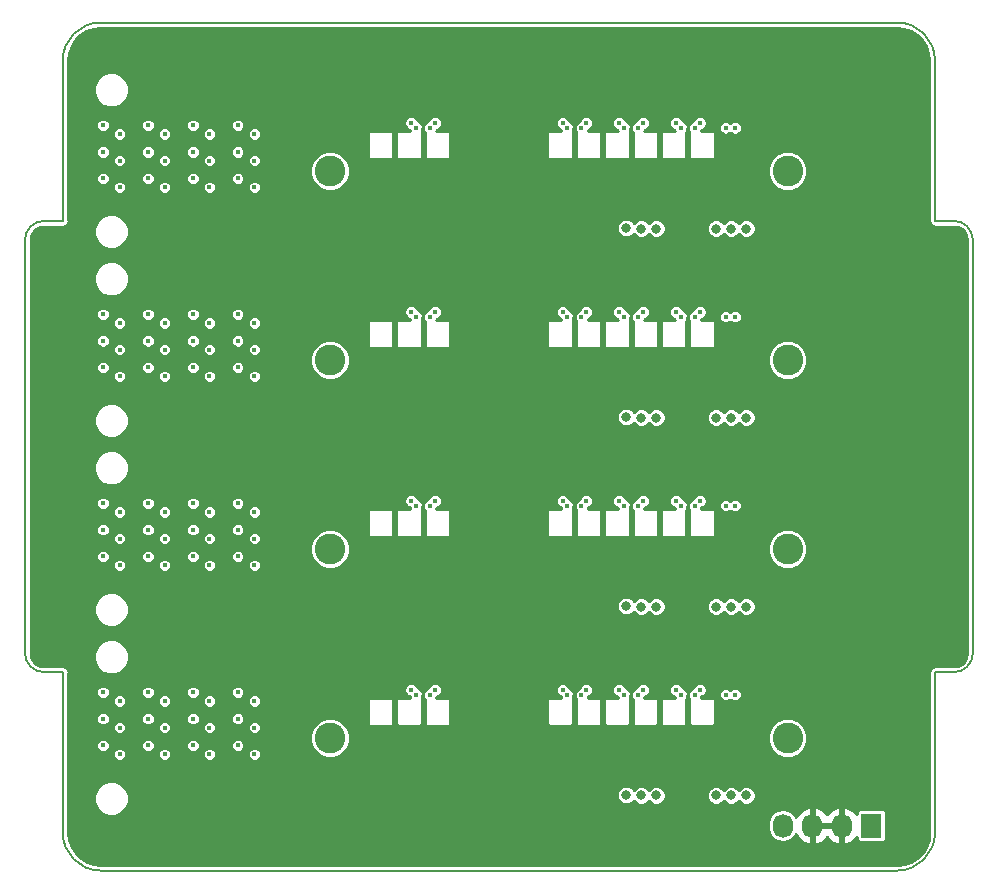
<source format=gbr>
%TF.GenerationSoftware,KiCad,Pcbnew,5.0.2-bee76a0~70~ubuntu18.10.1*%
%TF.CreationDate,2019-01-14T09:07:37-07:00*%
%TF.ProjectId,thelio-io-sas,7468656c-696f-42d6-996f-2d7361732e6b,rev?*%
%TF.SameCoordinates,Original*%
%TF.FileFunction,Copper,L2,Inr*%
%TF.FilePolarity,Positive*%
%FSLAX46Y46*%
G04 Gerber Fmt 4.6, Leading zero omitted, Abs format (unit mm)*
G04 Created by KiCad (PCBNEW 5.0.2-bee76a0~70~ubuntu18.10.1) date Mon Jan 14 09:07:37 2019*
%MOMM*%
%LPD*%
G01*
G04 APERTURE LIST*
%TA.AperFunction,NonConductor*%
%ADD10C,0.200000*%
%TD*%
%TA.AperFunction,NonConductor*%
%ADD11C,0.150000*%
%TD*%
%TA.AperFunction,WasherPad*%
%ADD12C,2.600000*%
%TD*%
%TA.AperFunction,ViaPad*%
%ADD13C,0.370000*%
%TD*%
%TA.AperFunction,ViaPad*%
%ADD14O,1.730000X2.030000*%
%TD*%
%TA.AperFunction,ViaPad*%
%ADD15R,1.730000X2.030000*%
%TD*%
%TA.AperFunction,ViaPad*%
%ADD16C,0.400000*%
%TD*%
%TA.AperFunction,ViaPad*%
%ADD17C,0.800000*%
%TD*%
%TA.AperFunction,Conductor*%
%ADD18C,0.254000*%
%TD*%
G04 APERTURE END LIST*
D10*
X77050000Y-18400000D02*
X77050000Y-53400000D01*
X75450000Y-16800000D02*
G75*
G02X77050000Y-18400000I0J-1600000D01*
G01*
X73850000Y-16800000D02*
X75450000Y-16800000D01*
X73850000Y-55000000D02*
X75450000Y-55000000D01*
X77050000Y-53400000D02*
G75*
G02X75450000Y-55000000I-1600000J0D01*
G01*
X70650000Y0D02*
G75*
G02X73850000Y-3200000I0J-3200000D01*
G01*
D11*
X73850000Y-68600000D02*
G75*
G02X70650000Y-71800000I-3200000J0D01*
G01*
D10*
X73850000Y-16800000D02*
X73850000Y-3200000D01*
X73850000Y-55000000D02*
X73850000Y-68600000D01*
X-3200000Y-18400000D02*
G75*
G02X-1600000Y-16800000I1600000J0D01*
G01*
X0Y-16800000D02*
X-1600000Y-16800000D01*
X0Y-55000000D02*
X-1600000Y-55000000D01*
X-1600000Y-55000000D02*
G75*
G02X-3200000Y-53400000I0J1600000D01*
G01*
X-3200000Y-53400000D02*
X-3200000Y-18400000D01*
X0Y-16800000D02*
X0Y-3200000D01*
X0Y-55000000D02*
X0Y-68600000D01*
X3200000Y0D02*
X70650000Y0D01*
X0Y-3200000D02*
G75*
G02X3200000Y0I3200000J0D01*
G01*
X70650000Y-71800000D02*
X3200000Y-71800000D01*
X3200000Y-71800000D02*
G75*
G02X0Y-68600000I0J3200000D01*
G01*
D12*
%TO.N,*%
%TO.C,U2_0*%
X22635000Y-12560000D03*
X61365000Y-12560000D03*
%TD*%
D13*
%TO.N,/sas0/T1+*%
%TO.C,SAS0*%
X14820000Y-10950000D03*
%TO.N,GND*%
X15520000Y-10200000D03*
%TO.N,/sas0/CLK+*%
X16220000Y-9450000D03*
%TO.N,/sas0/CLK-*%
X14820000Y-8700000D03*
%TO.N,/sas0/T1-*%
X16220000Y-11700000D03*
%TO.N,/sas0/T3+*%
X14820000Y-13200000D03*
%TO.N,GND*%
X15520000Y-12450000D03*
X15520000Y-14700000D03*
%TO.N,/sas0/T3-*%
X16220000Y-13950000D03*
%TO.N,/sas0/RST*%
X12420000Y-9450000D03*
%TO.N,GND*%
X11720000Y-12450000D03*
%TO.N,Net-(SAS0-PadB1)*%
X11020000Y-8700000D03*
%TO.N,/sas0/T0+*%
X11020000Y-10950000D03*
%TO.N,GND*%
X11720000Y-14700000D03*
X11720000Y-10200000D03*
%TO.N,/sas0/T0-*%
X12420000Y-11700000D03*
%TO.N,/sas0/T2-*%
X12420000Y-13950000D03*
%TO.N,/sas0/T2+*%
X11020000Y-13200000D03*
%TO.N,Net-(SAS0-PadC2)*%
X8620000Y-9450000D03*
%TO.N,GND*%
X7920000Y-12450000D03*
%TO.N,/sas0/WAKE*%
X7220000Y-8700000D03*
%TO.N,/sas0/R1+*%
X7220000Y-10950000D03*
%TO.N,GND*%
X7920000Y-14700000D03*
X7920000Y-10200000D03*
%TO.N,/sas0/R1-*%
X8620000Y-11700000D03*
%TO.N,/sas0/R3-*%
X8620000Y-13950000D03*
%TO.N,/sas0/R3+*%
X7220000Y-13200000D03*
%TO.N,/sas0/SDAT*%
X4820000Y-9450000D03*
%TO.N,GND*%
X4120000Y-12450000D03*
%TO.N,/sas0/SCLK*%
X3420000Y-8700000D03*
%TO.N,/sas0/R0+*%
X3420000Y-10950000D03*
%TO.N,GND*%
X4120000Y-14700000D03*
X4120000Y-10200000D03*
%TO.N,/sas0/R0-*%
X4820000Y-11700000D03*
%TO.N,/sas0/R2-*%
X4820000Y-13950000D03*
%TO.N,/sas0/R2+*%
X3420000Y-13200000D03*
%TD*%
D12*
%TO.N,*%
%TO.C,U2_1*%
X22635000Y-28560000D03*
X61365000Y-28560000D03*
%TD*%
D13*
%TO.N,/sas1/T1+*%
%TO.C,SAS1*%
X14820000Y-26950000D03*
%TO.N,GND*%
X15520000Y-26200000D03*
%TO.N,/sas1/CLK+*%
X16220000Y-25450000D03*
%TO.N,/sas1/CLK-*%
X14820000Y-24700000D03*
%TO.N,/sas1/T1-*%
X16220000Y-27700000D03*
%TO.N,/sas1/T3+*%
X14820000Y-29200000D03*
%TO.N,GND*%
X15520000Y-28450000D03*
X15520000Y-30700000D03*
%TO.N,/sas1/T3-*%
X16220000Y-29950000D03*
%TO.N,/sas1/RST*%
X12420000Y-25450000D03*
%TO.N,GND*%
X11720000Y-28450000D03*
%TO.N,Net-(SAS1-PadB1)*%
X11020000Y-24700000D03*
%TO.N,/sas1/T0+*%
X11020000Y-26950000D03*
%TO.N,GND*%
X11720000Y-30700000D03*
X11720000Y-26200000D03*
%TO.N,/sas1/T0-*%
X12420000Y-27700000D03*
%TO.N,/sas1/T2-*%
X12420000Y-29950000D03*
%TO.N,/sas1/T2+*%
X11020000Y-29200000D03*
%TO.N,Net-(SAS1-PadC2)*%
X8620000Y-25450000D03*
%TO.N,GND*%
X7920000Y-28450000D03*
%TO.N,/sas1/WAKE*%
X7220000Y-24700000D03*
%TO.N,/sas1/R1+*%
X7220000Y-26950000D03*
%TO.N,GND*%
X7920000Y-30700000D03*
X7920000Y-26200000D03*
%TO.N,/sas1/R1-*%
X8620000Y-27700000D03*
%TO.N,/sas1/R3-*%
X8620000Y-29950000D03*
%TO.N,/sas1/R3+*%
X7220000Y-29200000D03*
%TO.N,/sas1/SDAT*%
X4820000Y-25450000D03*
%TO.N,GND*%
X4120000Y-28450000D03*
%TO.N,/sas1/SCLK*%
X3420000Y-24700000D03*
%TO.N,/sas1/R0+*%
X3420000Y-26950000D03*
%TO.N,GND*%
X4120000Y-30700000D03*
X4120000Y-26200000D03*
%TO.N,/sas1/R0-*%
X4820000Y-27700000D03*
%TO.N,/sas1/R2-*%
X4820000Y-29950000D03*
%TO.N,/sas1/R2+*%
X3420000Y-29200000D03*
%TD*%
D12*
%TO.N,*%
%TO.C,U2_2*%
X22635000Y-44560000D03*
X61365000Y-44560000D03*
%TD*%
D13*
%TO.N,/sas2/T1+*%
%TO.C,SAS2*%
X14820000Y-42950000D03*
%TO.N,GND*%
X15520000Y-42200000D03*
%TO.N,/sas2/CLK+*%
X16220000Y-41450000D03*
%TO.N,/sas2/CLK-*%
X14820000Y-40700000D03*
%TO.N,/sas2/T1-*%
X16220000Y-43700000D03*
%TO.N,/sas2/T3+*%
X14820000Y-45200000D03*
%TO.N,GND*%
X15520000Y-44450000D03*
X15520000Y-46700000D03*
%TO.N,/sas2/T3-*%
X16220000Y-45950000D03*
%TO.N,/sas2/RST*%
X12420000Y-41450000D03*
%TO.N,GND*%
X11720000Y-44450000D03*
%TO.N,Net-(SAS2-PadB1)*%
X11020000Y-40700000D03*
%TO.N,/sas2/T0+*%
X11020000Y-42950000D03*
%TO.N,GND*%
X11720000Y-46700000D03*
X11720000Y-42200000D03*
%TO.N,/sas2/T0-*%
X12420000Y-43700000D03*
%TO.N,/sas2/T2-*%
X12420000Y-45950000D03*
%TO.N,/sas2/T2+*%
X11020000Y-45200000D03*
%TO.N,Net-(SAS2-PadC2)*%
X8620000Y-41450000D03*
%TO.N,GND*%
X7920000Y-44450000D03*
%TO.N,/sas2/WAKE*%
X7220000Y-40700000D03*
%TO.N,/sas2/R1+*%
X7220000Y-42950000D03*
%TO.N,GND*%
X7920000Y-46700000D03*
X7920000Y-42200000D03*
%TO.N,/sas2/R1-*%
X8620000Y-43700000D03*
%TO.N,/sas2/R3-*%
X8620000Y-45950000D03*
%TO.N,/sas2/R3+*%
X7220000Y-45200000D03*
%TO.N,/sas2/SDAT*%
X4820000Y-41450000D03*
%TO.N,GND*%
X4120000Y-44450000D03*
%TO.N,/sas2/SCLK*%
X3420000Y-40700000D03*
%TO.N,/sas2/R0+*%
X3420000Y-42950000D03*
%TO.N,GND*%
X4120000Y-46700000D03*
X4120000Y-42200000D03*
%TO.N,/sas2/R0-*%
X4820000Y-43700000D03*
%TO.N,/sas2/R2-*%
X4820000Y-45950000D03*
%TO.N,/sas2/R2+*%
X3420000Y-45200000D03*
%TD*%
D12*
%TO.N,*%
%TO.C,U2_3*%
X61365000Y-60560000D03*
X22635000Y-60560000D03*
%TD*%
D13*
%TO.N,/sas3/R2+*%
%TO.C,SAS3*%
X3420000Y-61200000D03*
%TO.N,/sas3/R2-*%
X4820000Y-61950000D03*
%TO.N,/sas3/R0-*%
X4820000Y-59700000D03*
%TO.N,GND*%
X4120000Y-58200000D03*
X4120000Y-62700000D03*
%TO.N,/sas3/R0+*%
X3420000Y-58950000D03*
%TO.N,/sas3/SCLK*%
X3420000Y-56700000D03*
%TO.N,GND*%
X4120000Y-60450000D03*
%TO.N,/sas3/SDAT*%
X4820000Y-57450000D03*
%TO.N,/sas3/R3+*%
X7220000Y-61200000D03*
%TO.N,/sas3/R3-*%
X8620000Y-61950000D03*
%TO.N,/sas3/R1-*%
X8620000Y-59700000D03*
%TO.N,GND*%
X7920000Y-58200000D03*
X7920000Y-62700000D03*
%TO.N,/sas3/R1+*%
X7220000Y-58950000D03*
%TO.N,/sas3/WAKE*%
X7220000Y-56700000D03*
%TO.N,GND*%
X7920000Y-60450000D03*
%TO.N,Net-(SAS3-PadC2)*%
X8620000Y-57450000D03*
%TO.N,/sas3/T2+*%
X11020000Y-61200000D03*
%TO.N,/sas3/T2-*%
X12420000Y-61950000D03*
%TO.N,/sas3/T0-*%
X12420000Y-59700000D03*
%TO.N,GND*%
X11720000Y-58200000D03*
X11720000Y-62700000D03*
%TO.N,/sas3/T0+*%
X11020000Y-58950000D03*
%TO.N,Net-(SAS3-PadB1)*%
X11020000Y-56700000D03*
%TO.N,GND*%
X11720000Y-60450000D03*
%TO.N,/sas3/RST*%
X12420000Y-57450000D03*
%TO.N,/sas3/T3-*%
X16220000Y-61950000D03*
%TO.N,GND*%
X15520000Y-62700000D03*
X15520000Y-60450000D03*
%TO.N,/sas3/T3+*%
X14820000Y-61200000D03*
%TO.N,/sas3/T1-*%
X16220000Y-59700000D03*
%TO.N,/sas3/CLK-*%
X14820000Y-56700000D03*
%TO.N,/sas3/CLK+*%
X16220000Y-57450000D03*
%TO.N,GND*%
X15520000Y-58200000D03*
%TO.N,/sas3/T1+*%
X14820000Y-58950000D03*
%TD*%
D14*
%TO.N,+5V*%
%TO.C,POWER0*%
X60960000Y-67990000D03*
%TO.N,GND*%
X63460000Y-67990000D03*
X65960000Y-67990000D03*
D15*
%TO.N,+12V*%
X68460000Y-67990000D03*
%TD*%
D16*
%TO.N,GND*%
X39320000Y-43500000D03*
X45720000Y-41100000D03*
X32920000Y-41100000D03*
X48120000Y-43500000D03*
X44920000Y-37300000D03*
X25720000Y-37300000D03*
X52920000Y-41100000D03*
X25720000Y-50300000D03*
X45720000Y-43500000D03*
X38520000Y-37300000D03*
X22520000Y-37300000D03*
D17*
X46420000Y-49445000D03*
X45175000Y-49445000D03*
D16*
X40920000Y-43500000D03*
X28920000Y-37300000D03*
X36920000Y-43500000D03*
X52920000Y-43500000D03*
X43320000Y-41100000D03*
D17*
X51525000Y-49445000D03*
D16*
X50520000Y-43500000D03*
X29935000Y-45100000D03*
X55320000Y-43500000D03*
X43320000Y-43500000D03*
X48120000Y-37300000D03*
X9720000Y-50300000D03*
X19320000Y-50300000D03*
X34520000Y-41100000D03*
X6520000Y-37300000D03*
X32920000Y-43500000D03*
D17*
X43905000Y-49445000D03*
X54040000Y-49445000D03*
D16*
X12920000Y-50300000D03*
X48120000Y-41100000D03*
X38520000Y-50300000D03*
X12920000Y-37300000D03*
X57720000Y-41100000D03*
X51320000Y-37300000D03*
X26125000Y-45070000D03*
X34520000Y-43500000D03*
X55320000Y-41100000D03*
X57720000Y-43500000D03*
X50520000Y-41100000D03*
X9720000Y-37300000D03*
X54520000Y-37300000D03*
X33745000Y-45100000D03*
X36920000Y-41100000D03*
X19320000Y-37300000D03*
X57720000Y-37300000D03*
X16120000Y-50300000D03*
X16120000Y-37300000D03*
X41720000Y-37300000D03*
X32120000Y-37300000D03*
X35320000Y-37300000D03*
X32120000Y-50300000D03*
X41720000Y-50300000D03*
X40920000Y-41100000D03*
X22520000Y-50300000D03*
X35320000Y-50300000D03*
X28120000Y-43500000D03*
X6520000Y-50300000D03*
X28920000Y-50300000D03*
X39320000Y-41100000D03*
X30520000Y-43500000D03*
X30520000Y-41100000D03*
X28120000Y-41100000D03*
X39320000Y-27500000D03*
X45720000Y-25100000D03*
X32920000Y-25100000D03*
X48120000Y-27500000D03*
X44920000Y-21300000D03*
X25720000Y-21300000D03*
X52920000Y-25100000D03*
X25720000Y-34300000D03*
X45720000Y-27500000D03*
X38520000Y-21300000D03*
X22520000Y-21300000D03*
D17*
X46420000Y-33445000D03*
X45175000Y-33445000D03*
D16*
X40920000Y-27500000D03*
X28920000Y-21300000D03*
X36920000Y-27500000D03*
X52920000Y-27500000D03*
X43320000Y-25100000D03*
D17*
X51525000Y-33445000D03*
D16*
X50520000Y-27500000D03*
X29935000Y-29100000D03*
X55320000Y-27500000D03*
X43320000Y-27500000D03*
X48120000Y-21300000D03*
X9720000Y-34300000D03*
X19320000Y-34300000D03*
X34520000Y-25100000D03*
X6520000Y-21300000D03*
X32920000Y-27500000D03*
D17*
X43905000Y-33445000D03*
X54040000Y-33445000D03*
D16*
X12920000Y-34300000D03*
X48120000Y-25100000D03*
X38520000Y-34300000D03*
X12920000Y-21300000D03*
X57720000Y-25100000D03*
X51320000Y-21300000D03*
X26125000Y-29070000D03*
X34520000Y-27500000D03*
X55320000Y-25100000D03*
X57720000Y-27500000D03*
X50520000Y-25100000D03*
X9720000Y-21300000D03*
X54520000Y-21300000D03*
X33745000Y-29100000D03*
X36920000Y-25100000D03*
X19320000Y-21300000D03*
X57720000Y-21300000D03*
X16120000Y-34300000D03*
X16120000Y-21300000D03*
X41720000Y-21300000D03*
X32120000Y-21300000D03*
X35320000Y-21300000D03*
X32120000Y-34300000D03*
X41720000Y-34300000D03*
X40920000Y-25100000D03*
X22520000Y-34300000D03*
X35320000Y-34300000D03*
X28120000Y-27500000D03*
X6520000Y-34300000D03*
X28920000Y-34300000D03*
X39320000Y-25100000D03*
X30520000Y-27500000D03*
X30520000Y-25100000D03*
X28120000Y-25100000D03*
X39320000Y-11500000D03*
X45720000Y-9100000D03*
X32920000Y-9100000D03*
X48120000Y-11500000D03*
X44920000Y-5300000D03*
X25720000Y-5300000D03*
X52920000Y-9100000D03*
X25720000Y-18300000D03*
X45720000Y-11500000D03*
X38520000Y-5300000D03*
X22520000Y-5300000D03*
D17*
X46420000Y-17445000D03*
X45175000Y-17445000D03*
D16*
X40920000Y-11500000D03*
X28920000Y-5300000D03*
X36920000Y-11500000D03*
X52920000Y-11500000D03*
X43320000Y-9100000D03*
D17*
X51525000Y-17445000D03*
D16*
X50520000Y-11500000D03*
X29935000Y-13100000D03*
X55320000Y-11500000D03*
X43320000Y-11500000D03*
X48120000Y-5300000D03*
X9720000Y-18300000D03*
X19320000Y-18300000D03*
X34520000Y-9100000D03*
X6520000Y-5300000D03*
X32920000Y-11500000D03*
D17*
X43905000Y-17445000D03*
X54040000Y-17445000D03*
D16*
X12920000Y-18300000D03*
X48120000Y-9100000D03*
X38520000Y-18300000D03*
X12920000Y-5300000D03*
X57720000Y-9100000D03*
X51320000Y-5300000D03*
X26125000Y-13070000D03*
X34520000Y-11500000D03*
X55320000Y-9100000D03*
X57720000Y-11500000D03*
X50520000Y-9100000D03*
X9720000Y-5300000D03*
X54520000Y-5300000D03*
X33745000Y-13100000D03*
X36920000Y-9100000D03*
X19320000Y-5300000D03*
X57720000Y-5300000D03*
X16120000Y-18300000D03*
X16120000Y-5300000D03*
X41720000Y-5300000D03*
X32120000Y-5300000D03*
X35320000Y-5300000D03*
X32120000Y-18300000D03*
X41720000Y-18300000D03*
X40920000Y-9100000D03*
X22520000Y-18300000D03*
X35320000Y-18300000D03*
X28120000Y-11500000D03*
X6520000Y-18300000D03*
X28920000Y-18300000D03*
X39320000Y-9100000D03*
X30520000Y-11500000D03*
X30520000Y-9100000D03*
X28120000Y-9100000D03*
X43320000Y-59500000D03*
X45720000Y-57100000D03*
X39320000Y-59500000D03*
X28120000Y-57100000D03*
X16120000Y-53300000D03*
X16120000Y-66300000D03*
X6520000Y-66300000D03*
X9720000Y-66300000D03*
X12920000Y-66300000D03*
X48120000Y-53300000D03*
X41720000Y-53300000D03*
X28920000Y-53300000D03*
X38520000Y-53300000D03*
X32120000Y-53300000D03*
X35320000Y-53300000D03*
X44920000Y-53300000D03*
X25720000Y-53300000D03*
X22520000Y-53300000D03*
X38520000Y-66300000D03*
X32120000Y-66300000D03*
X41720000Y-66300000D03*
X28920000Y-66300000D03*
X22520000Y-66300000D03*
X35320000Y-66300000D03*
X25720000Y-66300000D03*
X19320000Y-66300000D03*
X6520000Y-53300000D03*
X9720000Y-53300000D03*
X12920000Y-53300000D03*
X19320000Y-53300000D03*
X54520000Y-53300000D03*
X51320000Y-53300000D03*
X57720000Y-53300000D03*
D17*
X43905000Y-65445000D03*
X54040000Y-65445000D03*
X51525000Y-65445000D03*
X46420000Y-65445000D03*
X45175000Y-65445000D03*
D16*
X50520000Y-57100000D03*
X52920000Y-57100000D03*
X55320000Y-57100000D03*
X57720000Y-57100000D03*
X48120000Y-57100000D03*
X43320000Y-57100000D03*
X39320000Y-57100000D03*
X34520000Y-57100000D03*
X32920000Y-57100000D03*
X30520000Y-57100000D03*
X28120000Y-59500000D03*
X30520000Y-59500000D03*
X32920000Y-59500000D03*
X34520000Y-59500000D03*
X36920000Y-59500000D03*
X40920000Y-59500000D03*
X45720000Y-59500000D03*
X48120000Y-59500000D03*
X50520000Y-59500000D03*
X52920000Y-59500000D03*
X55320000Y-59500000D03*
X57720000Y-59500000D03*
X26125000Y-61070000D03*
X29935000Y-61100000D03*
X33745000Y-61100000D03*
X36920000Y-57100000D03*
X40920000Y-57100000D03*
D17*
%TO.N,+12V*%
X55310000Y-49445000D03*
X56580000Y-49445000D03*
X57875000Y-49445000D03*
X55310000Y-33445000D03*
X56580000Y-33445000D03*
X57875000Y-33445000D03*
X55310000Y-17445000D03*
X56580000Y-17445000D03*
X57875000Y-17445000D03*
X57875000Y-65445000D03*
X56580000Y-65445000D03*
X55310000Y-65445000D03*
%TO.N,+5V*%
X48985000Y-49445000D03*
X47715000Y-49420000D03*
X50255000Y-49445000D03*
X48985000Y-33445000D03*
X47715000Y-33420000D03*
X50255000Y-33445000D03*
X48985000Y-17445000D03*
X47715000Y-17420000D03*
X50255000Y-17445000D03*
X47715000Y-65420000D03*
X50255000Y-65445000D03*
X48985000Y-65445000D03*
D16*
%TO.N,/sas3/SDAT*%
X56920000Y-56900000D03*
%TO.N,/sas3/SCLK*%
X56120000Y-56900000D03*
%TO.N,/sas3/R3+*%
X53924284Y-56495716D03*
%TO.N,/sas3/R3-*%
X53515716Y-56904284D03*
%TO.N,/sas3/T3-*%
X52324284Y-56904284D03*
%TO.N,/sas3/T3+*%
X51915716Y-56495716D03*
%TO.N,/sas3/R2+*%
X49124284Y-56495716D03*
%TO.N,/sas3/R2-*%
X48715716Y-56904284D03*
%TO.N,/sas3/T2-*%
X47524284Y-56904284D03*
%TO.N,/sas3/T2+*%
X47115716Y-56495716D03*
%TO.N,/sas3/R1+*%
X44324284Y-56495716D03*
%TO.N,/sas3/R1-*%
X43915716Y-56904284D03*
%TO.N,/sas3/T1-*%
X42724284Y-56904284D03*
%TO.N,/sas3/T1+*%
X42315716Y-56495716D03*
%TO.N,/sas3/R0+*%
X31524284Y-56495716D03*
%TO.N,/sas3/R0-*%
X31115716Y-56904284D03*
%TO.N,/sas3/T0-*%
X29924284Y-56904284D03*
%TO.N,/sas3/T0+*%
X29515716Y-56495716D03*
%TO.N,/sas0/SDAT*%
X56920000Y-8900000D03*
%TO.N,/sas0/SCLK*%
X56120000Y-8900000D03*
%TO.N,/sas0/R3+*%
X53924284Y-8495716D03*
%TO.N,/sas0/R3-*%
X53515716Y-8904284D03*
%TO.N,/sas0/T3-*%
X52324284Y-8904284D03*
%TO.N,/sas0/T3+*%
X51915716Y-8495716D03*
%TO.N,/sas0/R2+*%
X49124284Y-8495716D03*
%TO.N,/sas0/R2-*%
X48715716Y-8904284D03*
%TO.N,/sas0/T2-*%
X47524284Y-8904284D03*
%TO.N,/sas0/T2+*%
X47115716Y-8495716D03*
%TO.N,/sas0/R1+*%
X44324284Y-8495716D03*
%TO.N,/sas0/R1-*%
X43915716Y-8904284D03*
%TO.N,/sas0/T1-*%
X42724284Y-8904284D03*
%TO.N,/sas0/T1+*%
X42315716Y-8495716D03*
%TO.N,/sas0/R0+*%
X31524284Y-8495716D03*
%TO.N,/sas0/R0-*%
X31115716Y-8904284D03*
%TO.N,/sas0/T0-*%
X29924284Y-8904284D03*
%TO.N,/sas0/T0+*%
X29515716Y-8495716D03*
%TO.N,/sas1/SDAT*%
X56920000Y-24900000D03*
%TO.N,/sas1/SCLK*%
X56120000Y-24900000D03*
%TO.N,/sas1/R3+*%
X53924284Y-24495716D03*
%TO.N,/sas1/R3-*%
X53515716Y-24904284D03*
%TO.N,/sas1/T3-*%
X52324284Y-24904284D03*
%TO.N,/sas1/T3+*%
X51915716Y-24495716D03*
%TO.N,/sas1/R2+*%
X49124284Y-24495716D03*
%TO.N,/sas1/R2-*%
X48715716Y-24904284D03*
%TO.N,/sas1/T2-*%
X47524284Y-24904284D03*
%TO.N,/sas1/T2+*%
X47115716Y-24495716D03*
%TO.N,/sas1/R1+*%
X44324284Y-24495716D03*
%TO.N,/sas1/R1-*%
X43915716Y-24904284D03*
%TO.N,/sas1/T1-*%
X42724284Y-24904284D03*
%TO.N,/sas1/T1+*%
X42315716Y-24495716D03*
%TO.N,/sas1/R0+*%
X31524284Y-24495716D03*
%TO.N,/sas1/R0-*%
X31115716Y-24904284D03*
%TO.N,/sas1/T0-*%
X29924284Y-24904284D03*
%TO.N,/sas1/T0+*%
X29515716Y-24495716D03*
%TO.N,/sas2/SDAT*%
X56920000Y-40900000D03*
%TO.N,/sas2/SCLK*%
X56120000Y-40900000D03*
%TO.N,/sas2/R3+*%
X53924284Y-40495716D03*
%TO.N,/sas2/R3-*%
X53515716Y-40904284D03*
%TO.N,/sas2/T3-*%
X52324284Y-40904284D03*
%TO.N,/sas2/T3+*%
X51915716Y-40495716D03*
%TO.N,/sas2/R2+*%
X49124284Y-40495716D03*
%TO.N,/sas2/R2-*%
X48715716Y-40904284D03*
%TO.N,/sas2/T2-*%
X47524284Y-40904284D03*
%TO.N,/sas2/T2+*%
X47115716Y-40495716D03*
%TO.N,/sas2/R1+*%
X44324284Y-40495716D03*
%TO.N,/sas2/R1-*%
X43915716Y-40904284D03*
%TO.N,/sas2/T1-*%
X42724284Y-40904284D03*
%TO.N,/sas2/T1+*%
X42315716Y-40495716D03*
%TO.N,/sas2/R0+*%
X31524284Y-40495716D03*
%TO.N,/sas2/R0-*%
X31115716Y-40904284D03*
%TO.N,/sas2/T0-*%
X29924284Y-40904284D03*
%TO.N,/sas2/T0+*%
X29515716Y-40495716D03*
%TD*%
D18*
%TO.N,GND*%
G36*
X71251720Y-551510D02*
X71823538Y-750638D01*
X72337028Y-1071502D01*
X72766669Y-1498154D01*
X73091109Y-2009388D01*
X73294224Y-2579805D01*
X73369001Y-3206896D01*
X73369000Y-16752627D01*
X73359577Y-16800000D01*
X73396908Y-16987677D01*
X73406879Y-17002599D01*
X73503219Y-17146781D01*
X73662323Y-17253092D01*
X73850000Y-17290423D01*
X73897373Y-17281000D01*
X75412145Y-17281000D01*
X75793938Y-17341471D01*
X76104208Y-17499561D01*
X76350440Y-17745794D01*
X76508530Y-18056062D01*
X76569000Y-18437855D01*
X76569001Y-53362139D01*
X76508530Y-53743938D01*
X76350440Y-54054206D01*
X76104208Y-54300439D01*
X75793938Y-54458529D01*
X75412145Y-54519000D01*
X73897373Y-54519000D01*
X73850000Y-54509577D01*
X73802627Y-54519000D01*
X73662323Y-54546908D01*
X73503219Y-54653219D01*
X73396908Y-54812323D01*
X73359577Y-55000000D01*
X73369000Y-55047373D01*
X73369001Y-68647373D01*
X73379760Y-68701461D01*
X73323022Y-69207293D01*
X73122049Y-69784409D01*
X72798215Y-70302652D01*
X72367608Y-70736275D01*
X71851638Y-71063720D01*
X71275942Y-71268716D01*
X70756171Y-71330696D01*
X70697373Y-71319000D01*
X3226889Y-71319000D01*
X2598280Y-71248490D01*
X2026462Y-71049362D01*
X1512972Y-70728498D01*
X1083331Y-70301846D01*
X758891Y-69790612D01*
X555776Y-69220195D01*
X481000Y-68593112D01*
X481000Y-67717283D01*
X59714000Y-67717283D01*
X59714000Y-68262718D01*
X59786294Y-68626165D01*
X60061685Y-69038316D01*
X60473836Y-69313706D01*
X60960000Y-69410410D01*
X61446165Y-69313706D01*
X61858316Y-69038316D01*
X62092146Y-68688363D01*
X62168193Y-68904645D01*
X62559143Y-69340793D01*
X63087240Y-69594131D01*
X63100754Y-69596346D01*
X63333000Y-69475224D01*
X63333000Y-68117000D01*
X63587000Y-68117000D01*
X63587000Y-69475224D01*
X63819246Y-69596346D01*
X63832760Y-69594131D01*
X64360857Y-69340793D01*
X64710000Y-68951285D01*
X65059143Y-69340793D01*
X65587240Y-69594131D01*
X65600754Y-69596346D01*
X65833000Y-69475224D01*
X65833000Y-68117000D01*
X63587000Y-68117000D01*
X63333000Y-68117000D01*
X63313000Y-68117000D01*
X63313000Y-67863000D01*
X63333000Y-67863000D01*
X63333000Y-66504776D01*
X63587000Y-66504776D01*
X63587000Y-67863000D01*
X65833000Y-67863000D01*
X65833000Y-66504776D01*
X66087000Y-66504776D01*
X66087000Y-67863000D01*
X66107000Y-67863000D01*
X66107000Y-68117000D01*
X66087000Y-68117000D01*
X66087000Y-69475224D01*
X66319246Y-69596346D01*
X66332760Y-69594131D01*
X66860857Y-69340793D01*
X67206536Y-68955150D01*
X67206536Y-69005000D01*
X67236106Y-69153659D01*
X67320314Y-69279686D01*
X67446341Y-69363894D01*
X67595000Y-69393464D01*
X69325000Y-69393464D01*
X69473659Y-69363894D01*
X69599686Y-69279686D01*
X69683894Y-69153659D01*
X69713464Y-69005000D01*
X69713464Y-66975000D01*
X69683894Y-66826341D01*
X69599686Y-66700314D01*
X69473659Y-66616106D01*
X69325000Y-66586536D01*
X67595000Y-66586536D01*
X67446341Y-66616106D01*
X67320314Y-66700314D01*
X67236106Y-66826341D01*
X67206536Y-66975000D01*
X67206536Y-67024850D01*
X66860857Y-66639207D01*
X66332760Y-66385869D01*
X66319246Y-66383654D01*
X66087000Y-66504776D01*
X65833000Y-66504776D01*
X65600754Y-66383654D01*
X65587240Y-66385869D01*
X65059143Y-66639207D01*
X64710000Y-67028715D01*
X64360857Y-66639207D01*
X63832760Y-66385869D01*
X63819246Y-66383654D01*
X63587000Y-66504776D01*
X63333000Y-66504776D01*
X63100754Y-66383654D01*
X63087240Y-66385869D01*
X62559143Y-66639207D01*
X62168193Y-67075355D01*
X62092147Y-67291637D01*
X61858316Y-66941684D01*
X61446164Y-66666294D01*
X60960000Y-66569590D01*
X60473835Y-66666294D01*
X60061684Y-66941684D01*
X59786294Y-67353836D01*
X59714000Y-67717283D01*
X481000Y-67717283D01*
X481000Y-65405411D01*
X2639000Y-65405411D01*
X2639000Y-65994589D01*
X2864468Y-66538919D01*
X3281081Y-66955532D01*
X3825411Y-67181000D01*
X4414589Y-67181000D01*
X4958919Y-66955532D01*
X5375532Y-66538919D01*
X5601000Y-65994589D01*
X5601000Y-65405411D01*
X5542695Y-65264649D01*
X46934000Y-65264649D01*
X46934000Y-65575351D01*
X47052900Y-65862401D01*
X47272599Y-66082100D01*
X47559649Y-66201000D01*
X47870351Y-66201000D01*
X48157401Y-66082100D01*
X48337500Y-65902001D01*
X48542599Y-66107100D01*
X48829649Y-66226000D01*
X49140351Y-66226000D01*
X49427401Y-66107100D01*
X49620000Y-65914501D01*
X49812599Y-66107100D01*
X50099649Y-66226000D01*
X50410351Y-66226000D01*
X50697401Y-66107100D01*
X50917100Y-65887401D01*
X51036000Y-65600351D01*
X51036000Y-65289649D01*
X54529000Y-65289649D01*
X54529000Y-65600351D01*
X54647900Y-65887401D01*
X54867599Y-66107100D01*
X55154649Y-66226000D01*
X55465351Y-66226000D01*
X55752401Y-66107100D01*
X55945000Y-65914501D01*
X56137599Y-66107100D01*
X56424649Y-66226000D01*
X56735351Y-66226000D01*
X57022401Y-66107100D01*
X57227500Y-65902001D01*
X57432599Y-66107100D01*
X57719649Y-66226000D01*
X58030351Y-66226000D01*
X58317401Y-66107100D01*
X58537100Y-65887401D01*
X58656000Y-65600351D01*
X58656000Y-65289649D01*
X58537100Y-65002599D01*
X58317401Y-64782900D01*
X58030351Y-64664000D01*
X57719649Y-64664000D01*
X57432599Y-64782900D01*
X57227500Y-64987999D01*
X57022401Y-64782900D01*
X56735351Y-64664000D01*
X56424649Y-64664000D01*
X56137599Y-64782900D01*
X55945000Y-64975499D01*
X55752401Y-64782900D01*
X55465351Y-64664000D01*
X55154649Y-64664000D01*
X54867599Y-64782900D01*
X54647900Y-65002599D01*
X54529000Y-65289649D01*
X51036000Y-65289649D01*
X50917100Y-65002599D01*
X50697401Y-64782900D01*
X50410351Y-64664000D01*
X50099649Y-64664000D01*
X49812599Y-64782900D01*
X49620000Y-64975499D01*
X49427401Y-64782900D01*
X49140351Y-64664000D01*
X48829649Y-64664000D01*
X48542599Y-64782900D01*
X48362500Y-64962999D01*
X48157401Y-64757900D01*
X47870351Y-64639000D01*
X47559649Y-64639000D01*
X47272599Y-64757900D01*
X47052900Y-64977599D01*
X46934000Y-65264649D01*
X5542695Y-65264649D01*
X5375532Y-64861081D01*
X4958919Y-64444468D01*
X4414589Y-64219000D01*
X3825411Y-64219000D01*
X3281081Y-64444468D01*
X2864468Y-64861081D01*
X2639000Y-65405411D01*
X481000Y-65405411D01*
X481000Y-61837416D01*
X4254000Y-61837416D01*
X4254000Y-62062584D01*
X4340168Y-62270613D01*
X4499387Y-62429832D01*
X4707416Y-62516000D01*
X4932584Y-62516000D01*
X5140613Y-62429832D01*
X5299832Y-62270613D01*
X5386000Y-62062584D01*
X5386000Y-61837416D01*
X8054000Y-61837416D01*
X8054000Y-62062584D01*
X8140168Y-62270613D01*
X8299387Y-62429832D01*
X8507416Y-62516000D01*
X8732584Y-62516000D01*
X8940613Y-62429832D01*
X9099832Y-62270613D01*
X9186000Y-62062584D01*
X9186000Y-61837416D01*
X11854000Y-61837416D01*
X11854000Y-62062584D01*
X11940168Y-62270613D01*
X12099387Y-62429832D01*
X12307416Y-62516000D01*
X12532584Y-62516000D01*
X12740613Y-62429832D01*
X12899832Y-62270613D01*
X12986000Y-62062584D01*
X12986000Y-61837416D01*
X15654000Y-61837416D01*
X15654000Y-62062584D01*
X15740168Y-62270613D01*
X15899387Y-62429832D01*
X16107416Y-62516000D01*
X16332584Y-62516000D01*
X16540613Y-62429832D01*
X16699832Y-62270613D01*
X16786000Y-62062584D01*
X16786000Y-61837416D01*
X16699832Y-61629387D01*
X16540613Y-61470168D01*
X16332584Y-61384000D01*
X16107416Y-61384000D01*
X15899387Y-61470168D01*
X15740168Y-61629387D01*
X15654000Y-61837416D01*
X12986000Y-61837416D01*
X12899832Y-61629387D01*
X12740613Y-61470168D01*
X12532584Y-61384000D01*
X12307416Y-61384000D01*
X12099387Y-61470168D01*
X11940168Y-61629387D01*
X11854000Y-61837416D01*
X9186000Y-61837416D01*
X9099832Y-61629387D01*
X8940613Y-61470168D01*
X8732584Y-61384000D01*
X8507416Y-61384000D01*
X8299387Y-61470168D01*
X8140168Y-61629387D01*
X8054000Y-61837416D01*
X5386000Y-61837416D01*
X5299832Y-61629387D01*
X5140613Y-61470168D01*
X4932584Y-61384000D01*
X4707416Y-61384000D01*
X4499387Y-61470168D01*
X4340168Y-61629387D01*
X4254000Y-61837416D01*
X481000Y-61837416D01*
X481000Y-61087416D01*
X2854000Y-61087416D01*
X2854000Y-61312584D01*
X2940168Y-61520613D01*
X3099387Y-61679832D01*
X3307416Y-61766000D01*
X3532584Y-61766000D01*
X3740613Y-61679832D01*
X3899832Y-61520613D01*
X3986000Y-61312584D01*
X3986000Y-61087416D01*
X6654000Y-61087416D01*
X6654000Y-61312584D01*
X6740168Y-61520613D01*
X6899387Y-61679832D01*
X7107416Y-61766000D01*
X7332584Y-61766000D01*
X7540613Y-61679832D01*
X7699832Y-61520613D01*
X7786000Y-61312584D01*
X7786000Y-61087416D01*
X10454000Y-61087416D01*
X10454000Y-61312584D01*
X10540168Y-61520613D01*
X10699387Y-61679832D01*
X10907416Y-61766000D01*
X11132584Y-61766000D01*
X11340613Y-61679832D01*
X11499832Y-61520613D01*
X11586000Y-61312584D01*
X11586000Y-61087416D01*
X14254000Y-61087416D01*
X14254000Y-61312584D01*
X14340168Y-61520613D01*
X14499387Y-61679832D01*
X14707416Y-61766000D01*
X14932584Y-61766000D01*
X15140613Y-61679832D01*
X15299832Y-61520613D01*
X15386000Y-61312584D01*
X15386000Y-61087416D01*
X15299832Y-60879387D01*
X15140613Y-60720168D01*
X14932584Y-60634000D01*
X14707416Y-60634000D01*
X14499387Y-60720168D01*
X14340168Y-60879387D01*
X14254000Y-61087416D01*
X11586000Y-61087416D01*
X11499832Y-60879387D01*
X11340613Y-60720168D01*
X11132584Y-60634000D01*
X10907416Y-60634000D01*
X10699387Y-60720168D01*
X10540168Y-60879387D01*
X10454000Y-61087416D01*
X7786000Y-61087416D01*
X7699832Y-60879387D01*
X7540613Y-60720168D01*
X7332584Y-60634000D01*
X7107416Y-60634000D01*
X6899387Y-60720168D01*
X6740168Y-60879387D01*
X6654000Y-61087416D01*
X3986000Y-61087416D01*
X3899832Y-60879387D01*
X3740613Y-60720168D01*
X3532584Y-60634000D01*
X3307416Y-60634000D01*
X3099387Y-60720168D01*
X2940168Y-60879387D01*
X2854000Y-61087416D01*
X481000Y-61087416D01*
X481000Y-59587416D01*
X4254000Y-59587416D01*
X4254000Y-59812584D01*
X4340168Y-60020613D01*
X4499387Y-60179832D01*
X4707416Y-60266000D01*
X4932584Y-60266000D01*
X5140613Y-60179832D01*
X5299832Y-60020613D01*
X5386000Y-59812584D01*
X5386000Y-59587416D01*
X8054000Y-59587416D01*
X8054000Y-59812584D01*
X8140168Y-60020613D01*
X8299387Y-60179832D01*
X8507416Y-60266000D01*
X8732584Y-60266000D01*
X8940613Y-60179832D01*
X9099832Y-60020613D01*
X9186000Y-59812584D01*
X9186000Y-59587416D01*
X11854000Y-59587416D01*
X11854000Y-59812584D01*
X11940168Y-60020613D01*
X12099387Y-60179832D01*
X12307416Y-60266000D01*
X12532584Y-60266000D01*
X12740613Y-60179832D01*
X12899832Y-60020613D01*
X12986000Y-59812584D01*
X12986000Y-59587416D01*
X15654000Y-59587416D01*
X15654000Y-59812584D01*
X15740168Y-60020613D01*
X15899387Y-60179832D01*
X16107416Y-60266000D01*
X16332584Y-60266000D01*
X16430051Y-60225628D01*
X20954000Y-60225628D01*
X20954000Y-60894372D01*
X21209917Y-61512210D01*
X21682790Y-61985083D01*
X22300628Y-62241000D01*
X22969372Y-62241000D01*
X23587210Y-61985083D01*
X24060083Y-61512210D01*
X24316000Y-60894372D01*
X24316000Y-60225628D01*
X59684000Y-60225628D01*
X59684000Y-60894372D01*
X59939917Y-61512210D01*
X60412790Y-61985083D01*
X61030628Y-62241000D01*
X61699372Y-62241000D01*
X62317210Y-61985083D01*
X62790083Y-61512210D01*
X63046000Y-60894372D01*
X63046000Y-60225628D01*
X62790083Y-59607790D01*
X62317210Y-59134917D01*
X61699372Y-58879000D01*
X61030628Y-58879000D01*
X60412790Y-59134917D01*
X59939917Y-59607790D01*
X59684000Y-60225628D01*
X24316000Y-60225628D01*
X24060083Y-59607790D01*
X23587210Y-59134917D01*
X22969372Y-58879000D01*
X22300628Y-58879000D01*
X21682790Y-59134917D01*
X21209917Y-59607790D01*
X20954000Y-60225628D01*
X16430051Y-60225628D01*
X16540613Y-60179832D01*
X16699832Y-60020613D01*
X16786000Y-59812584D01*
X16786000Y-59587416D01*
X16699832Y-59379387D01*
X16540613Y-59220168D01*
X16332584Y-59134000D01*
X16107416Y-59134000D01*
X15899387Y-59220168D01*
X15740168Y-59379387D01*
X15654000Y-59587416D01*
X12986000Y-59587416D01*
X12899832Y-59379387D01*
X12740613Y-59220168D01*
X12532584Y-59134000D01*
X12307416Y-59134000D01*
X12099387Y-59220168D01*
X11940168Y-59379387D01*
X11854000Y-59587416D01*
X9186000Y-59587416D01*
X9099832Y-59379387D01*
X8940613Y-59220168D01*
X8732584Y-59134000D01*
X8507416Y-59134000D01*
X8299387Y-59220168D01*
X8140168Y-59379387D01*
X8054000Y-59587416D01*
X5386000Y-59587416D01*
X5299832Y-59379387D01*
X5140613Y-59220168D01*
X4932584Y-59134000D01*
X4707416Y-59134000D01*
X4499387Y-59220168D01*
X4340168Y-59379387D01*
X4254000Y-59587416D01*
X481000Y-59587416D01*
X481000Y-58837416D01*
X2854000Y-58837416D01*
X2854000Y-59062584D01*
X2940168Y-59270613D01*
X3099387Y-59429832D01*
X3307416Y-59516000D01*
X3532584Y-59516000D01*
X3740613Y-59429832D01*
X3899832Y-59270613D01*
X3986000Y-59062584D01*
X3986000Y-58837416D01*
X6654000Y-58837416D01*
X6654000Y-59062584D01*
X6740168Y-59270613D01*
X6899387Y-59429832D01*
X7107416Y-59516000D01*
X7332584Y-59516000D01*
X7540613Y-59429832D01*
X7699832Y-59270613D01*
X7786000Y-59062584D01*
X7786000Y-58837416D01*
X10454000Y-58837416D01*
X10454000Y-59062584D01*
X10540168Y-59270613D01*
X10699387Y-59429832D01*
X10907416Y-59516000D01*
X11132584Y-59516000D01*
X11340613Y-59429832D01*
X11499832Y-59270613D01*
X11586000Y-59062584D01*
X11586000Y-58837416D01*
X14254000Y-58837416D01*
X14254000Y-59062584D01*
X14340168Y-59270613D01*
X14499387Y-59429832D01*
X14707416Y-59516000D01*
X14932584Y-59516000D01*
X15140613Y-59429832D01*
X15299832Y-59270613D01*
X15386000Y-59062584D01*
X15386000Y-58837416D01*
X15299832Y-58629387D01*
X15140613Y-58470168D01*
X14932584Y-58384000D01*
X14707416Y-58384000D01*
X14499387Y-58470168D01*
X14340168Y-58629387D01*
X14254000Y-58837416D01*
X11586000Y-58837416D01*
X11499832Y-58629387D01*
X11340613Y-58470168D01*
X11132584Y-58384000D01*
X10907416Y-58384000D01*
X10699387Y-58470168D01*
X10540168Y-58629387D01*
X10454000Y-58837416D01*
X7786000Y-58837416D01*
X7699832Y-58629387D01*
X7540613Y-58470168D01*
X7332584Y-58384000D01*
X7107416Y-58384000D01*
X6899387Y-58470168D01*
X6740168Y-58629387D01*
X6654000Y-58837416D01*
X3986000Y-58837416D01*
X3899832Y-58629387D01*
X3740613Y-58470168D01*
X3532584Y-58384000D01*
X3307416Y-58384000D01*
X3099387Y-58470168D01*
X2940168Y-58629387D01*
X2854000Y-58837416D01*
X481000Y-58837416D01*
X481000Y-57337416D01*
X4254000Y-57337416D01*
X4254000Y-57562584D01*
X4340168Y-57770613D01*
X4499387Y-57929832D01*
X4707416Y-58016000D01*
X4932584Y-58016000D01*
X5140613Y-57929832D01*
X5299832Y-57770613D01*
X5386000Y-57562584D01*
X5386000Y-57337416D01*
X8054000Y-57337416D01*
X8054000Y-57562584D01*
X8140168Y-57770613D01*
X8299387Y-57929832D01*
X8507416Y-58016000D01*
X8732584Y-58016000D01*
X8940613Y-57929832D01*
X9099832Y-57770613D01*
X9186000Y-57562584D01*
X9186000Y-57337416D01*
X11854000Y-57337416D01*
X11854000Y-57562584D01*
X11940168Y-57770613D01*
X12099387Y-57929832D01*
X12307416Y-58016000D01*
X12532584Y-58016000D01*
X12740613Y-57929832D01*
X12899832Y-57770613D01*
X12986000Y-57562584D01*
X12986000Y-57337416D01*
X15654000Y-57337416D01*
X15654000Y-57562584D01*
X15740168Y-57770613D01*
X15899387Y-57929832D01*
X16107416Y-58016000D01*
X16332584Y-58016000D01*
X16540613Y-57929832D01*
X16699832Y-57770613D01*
X16786000Y-57562584D01*
X16786000Y-57337416D01*
X16770502Y-57300000D01*
X25843000Y-57300000D01*
X25843000Y-59400000D01*
X25852667Y-59448601D01*
X25880197Y-59489803D01*
X25921399Y-59517333D01*
X25970000Y-59527000D01*
X27870000Y-59527000D01*
X27918601Y-59517333D01*
X27959803Y-59489803D01*
X27987333Y-59448601D01*
X27997000Y-59400000D01*
X27997000Y-57300000D01*
X28243000Y-57300000D01*
X28243000Y-59400000D01*
X28252667Y-59448601D01*
X28280197Y-59489803D01*
X28321399Y-59517333D01*
X28370000Y-59527000D01*
X30270000Y-59527000D01*
X30318601Y-59517333D01*
X30359803Y-59489803D01*
X30387333Y-59448601D01*
X30397000Y-59400000D01*
X30397000Y-57300000D01*
X30389240Y-57260986D01*
X30416832Y-57233394D01*
X30505284Y-57019852D01*
X30505284Y-56788716D01*
X30534716Y-56788716D01*
X30534716Y-57019852D01*
X30623168Y-57233394D01*
X30650760Y-57260986D01*
X30643000Y-57300000D01*
X30643000Y-59400000D01*
X30652667Y-59448601D01*
X30680197Y-59489803D01*
X30721399Y-59517333D01*
X30770000Y-59527000D01*
X32670000Y-59527000D01*
X32718601Y-59517333D01*
X32759803Y-59489803D01*
X32787333Y-59448601D01*
X32797000Y-59400000D01*
X32797000Y-57300000D01*
X41043000Y-57300000D01*
X41043000Y-59400000D01*
X41052667Y-59448601D01*
X41080197Y-59489803D01*
X41121399Y-59517333D01*
X41170000Y-59527000D01*
X43070000Y-59527000D01*
X43118601Y-59517333D01*
X43159803Y-59489803D01*
X43187333Y-59448601D01*
X43197000Y-59400000D01*
X43197000Y-57300000D01*
X43189240Y-57260986D01*
X43216832Y-57233394D01*
X43305284Y-57019852D01*
X43305284Y-56788716D01*
X43334716Y-56788716D01*
X43334716Y-57019852D01*
X43423168Y-57233394D01*
X43450760Y-57260986D01*
X43443000Y-57300000D01*
X43443000Y-59400000D01*
X43452667Y-59448601D01*
X43480197Y-59489803D01*
X43521399Y-59517333D01*
X43570000Y-59527000D01*
X45470000Y-59527000D01*
X45518601Y-59517333D01*
X45559803Y-59489803D01*
X45587333Y-59448601D01*
X45597000Y-59400000D01*
X45597000Y-57300000D01*
X45843000Y-57300000D01*
X45843000Y-59400000D01*
X45852667Y-59448601D01*
X45880197Y-59489803D01*
X45921399Y-59517333D01*
X45970000Y-59527000D01*
X47870000Y-59527000D01*
X47918601Y-59517333D01*
X47959803Y-59489803D01*
X47987333Y-59448601D01*
X47997000Y-59400000D01*
X47997000Y-57300000D01*
X47989240Y-57260986D01*
X48016832Y-57233394D01*
X48105284Y-57019852D01*
X48105284Y-56788716D01*
X48134716Y-56788716D01*
X48134716Y-57019852D01*
X48223168Y-57233394D01*
X48250760Y-57260986D01*
X48243000Y-57300000D01*
X48243000Y-59400000D01*
X48252667Y-59448601D01*
X48280197Y-59489803D01*
X48321399Y-59517333D01*
X48370000Y-59527000D01*
X50270000Y-59527000D01*
X50318601Y-59517333D01*
X50359803Y-59489803D01*
X50387333Y-59448601D01*
X50397000Y-59400000D01*
X50397000Y-57300000D01*
X50643000Y-57300000D01*
X50643000Y-59400000D01*
X50652667Y-59448601D01*
X50680197Y-59489803D01*
X50721399Y-59517333D01*
X50770000Y-59527000D01*
X52670000Y-59527000D01*
X52718601Y-59517333D01*
X52759803Y-59489803D01*
X52787333Y-59448601D01*
X52797000Y-59400000D01*
X52797000Y-57300000D01*
X52789240Y-57260986D01*
X52816832Y-57233394D01*
X52905284Y-57019852D01*
X52905284Y-56788716D01*
X52934716Y-56788716D01*
X52934716Y-57019852D01*
X53023168Y-57233394D01*
X53050760Y-57260986D01*
X53043000Y-57300000D01*
X53043000Y-59400000D01*
X53052667Y-59448601D01*
X53080197Y-59489803D01*
X53121399Y-59517333D01*
X53170000Y-59527000D01*
X55070000Y-59527000D01*
X55118601Y-59517333D01*
X55159803Y-59489803D01*
X55187333Y-59448601D01*
X55197000Y-59400000D01*
X55197000Y-57300000D01*
X55187333Y-57251399D01*
X55159803Y-57210197D01*
X55118601Y-57182667D01*
X55070000Y-57173000D01*
X54033280Y-57173000D01*
X54080061Y-57060061D01*
X54253394Y-56988264D01*
X54416832Y-56824826D01*
X54433563Y-56784432D01*
X55539000Y-56784432D01*
X55539000Y-57015568D01*
X55627452Y-57229110D01*
X55790890Y-57392548D01*
X56004432Y-57481000D01*
X56235568Y-57481000D01*
X56449110Y-57392548D01*
X56520000Y-57321658D01*
X56590890Y-57392548D01*
X56804432Y-57481000D01*
X57035568Y-57481000D01*
X57249110Y-57392548D01*
X57412548Y-57229110D01*
X57501000Y-57015568D01*
X57501000Y-56784432D01*
X57412548Y-56570890D01*
X57249110Y-56407452D01*
X57035568Y-56319000D01*
X56804432Y-56319000D01*
X56590890Y-56407452D01*
X56520000Y-56478342D01*
X56449110Y-56407452D01*
X56235568Y-56319000D01*
X56004432Y-56319000D01*
X55790890Y-56407452D01*
X55627452Y-56570890D01*
X55539000Y-56784432D01*
X54433563Y-56784432D01*
X54505284Y-56611284D01*
X54505284Y-56380148D01*
X54416832Y-56166606D01*
X54253394Y-56003168D01*
X54039852Y-55914716D01*
X53808716Y-55914716D01*
X53595174Y-56003168D01*
X53431736Y-56166606D01*
X53359939Y-56339939D01*
X53186606Y-56411736D01*
X53023168Y-56575174D01*
X52934716Y-56788716D01*
X52905284Y-56788716D01*
X52816832Y-56575174D01*
X52653394Y-56411736D01*
X52480061Y-56339939D01*
X52408264Y-56166606D01*
X52244826Y-56003168D01*
X52031284Y-55914716D01*
X51800148Y-55914716D01*
X51586606Y-56003168D01*
X51423168Y-56166606D01*
X51334716Y-56380148D01*
X51334716Y-56611284D01*
X51423168Y-56824826D01*
X51586606Y-56988264D01*
X51759939Y-57060061D01*
X51806720Y-57173000D01*
X50770000Y-57173000D01*
X50721399Y-57182667D01*
X50680197Y-57210197D01*
X50652667Y-57251399D01*
X50643000Y-57300000D01*
X50397000Y-57300000D01*
X50387333Y-57251399D01*
X50359803Y-57210197D01*
X50318601Y-57182667D01*
X50270000Y-57173000D01*
X49233280Y-57173000D01*
X49280061Y-57060061D01*
X49453394Y-56988264D01*
X49616832Y-56824826D01*
X49705284Y-56611284D01*
X49705284Y-56380148D01*
X49616832Y-56166606D01*
X49453394Y-56003168D01*
X49239852Y-55914716D01*
X49008716Y-55914716D01*
X48795174Y-56003168D01*
X48631736Y-56166606D01*
X48559939Y-56339939D01*
X48386606Y-56411736D01*
X48223168Y-56575174D01*
X48134716Y-56788716D01*
X48105284Y-56788716D01*
X48016832Y-56575174D01*
X47853394Y-56411736D01*
X47680061Y-56339939D01*
X47608264Y-56166606D01*
X47444826Y-56003168D01*
X47231284Y-55914716D01*
X47000148Y-55914716D01*
X46786606Y-56003168D01*
X46623168Y-56166606D01*
X46534716Y-56380148D01*
X46534716Y-56611284D01*
X46623168Y-56824826D01*
X46786606Y-56988264D01*
X46959939Y-57060061D01*
X47006720Y-57173000D01*
X45970000Y-57173000D01*
X45921399Y-57182667D01*
X45880197Y-57210197D01*
X45852667Y-57251399D01*
X45843000Y-57300000D01*
X45597000Y-57300000D01*
X45587333Y-57251399D01*
X45559803Y-57210197D01*
X45518601Y-57182667D01*
X45470000Y-57173000D01*
X44433280Y-57173000D01*
X44480061Y-57060061D01*
X44653394Y-56988264D01*
X44816832Y-56824826D01*
X44905284Y-56611284D01*
X44905284Y-56380148D01*
X44816832Y-56166606D01*
X44653394Y-56003168D01*
X44439852Y-55914716D01*
X44208716Y-55914716D01*
X43995174Y-56003168D01*
X43831736Y-56166606D01*
X43759939Y-56339939D01*
X43586606Y-56411736D01*
X43423168Y-56575174D01*
X43334716Y-56788716D01*
X43305284Y-56788716D01*
X43216832Y-56575174D01*
X43053394Y-56411736D01*
X42880061Y-56339939D01*
X42808264Y-56166606D01*
X42644826Y-56003168D01*
X42431284Y-55914716D01*
X42200148Y-55914716D01*
X41986606Y-56003168D01*
X41823168Y-56166606D01*
X41734716Y-56380148D01*
X41734716Y-56611284D01*
X41823168Y-56824826D01*
X41986606Y-56988264D01*
X42159939Y-57060061D01*
X42206720Y-57173000D01*
X41170000Y-57173000D01*
X41121399Y-57182667D01*
X41080197Y-57210197D01*
X41052667Y-57251399D01*
X41043000Y-57300000D01*
X32797000Y-57300000D01*
X32787333Y-57251399D01*
X32759803Y-57210197D01*
X32718601Y-57182667D01*
X32670000Y-57173000D01*
X31633280Y-57173000D01*
X31680061Y-57060061D01*
X31853394Y-56988264D01*
X32016832Y-56824826D01*
X32105284Y-56611284D01*
X32105284Y-56380148D01*
X32016832Y-56166606D01*
X31853394Y-56003168D01*
X31639852Y-55914716D01*
X31408716Y-55914716D01*
X31195174Y-56003168D01*
X31031736Y-56166606D01*
X30959939Y-56339939D01*
X30786606Y-56411736D01*
X30623168Y-56575174D01*
X30534716Y-56788716D01*
X30505284Y-56788716D01*
X30416832Y-56575174D01*
X30253394Y-56411736D01*
X30080061Y-56339939D01*
X30008264Y-56166606D01*
X29844826Y-56003168D01*
X29631284Y-55914716D01*
X29400148Y-55914716D01*
X29186606Y-56003168D01*
X29023168Y-56166606D01*
X28934716Y-56380148D01*
X28934716Y-56611284D01*
X29023168Y-56824826D01*
X29186606Y-56988264D01*
X29359939Y-57060061D01*
X29406720Y-57173000D01*
X28370000Y-57173000D01*
X28321399Y-57182667D01*
X28280197Y-57210197D01*
X28252667Y-57251399D01*
X28243000Y-57300000D01*
X27997000Y-57300000D01*
X27987333Y-57251399D01*
X27959803Y-57210197D01*
X27918601Y-57182667D01*
X27870000Y-57173000D01*
X25970000Y-57173000D01*
X25921399Y-57182667D01*
X25880197Y-57210197D01*
X25852667Y-57251399D01*
X25843000Y-57300000D01*
X16770502Y-57300000D01*
X16699832Y-57129387D01*
X16540613Y-56970168D01*
X16332584Y-56884000D01*
X16107416Y-56884000D01*
X15899387Y-56970168D01*
X15740168Y-57129387D01*
X15654000Y-57337416D01*
X12986000Y-57337416D01*
X12899832Y-57129387D01*
X12740613Y-56970168D01*
X12532584Y-56884000D01*
X12307416Y-56884000D01*
X12099387Y-56970168D01*
X11940168Y-57129387D01*
X11854000Y-57337416D01*
X9186000Y-57337416D01*
X9099832Y-57129387D01*
X8940613Y-56970168D01*
X8732584Y-56884000D01*
X8507416Y-56884000D01*
X8299387Y-56970168D01*
X8140168Y-57129387D01*
X8054000Y-57337416D01*
X5386000Y-57337416D01*
X5299832Y-57129387D01*
X5140613Y-56970168D01*
X4932584Y-56884000D01*
X4707416Y-56884000D01*
X4499387Y-56970168D01*
X4340168Y-57129387D01*
X4254000Y-57337416D01*
X481000Y-57337416D01*
X481000Y-56587416D01*
X2854000Y-56587416D01*
X2854000Y-56812584D01*
X2940168Y-57020613D01*
X3099387Y-57179832D01*
X3307416Y-57266000D01*
X3532584Y-57266000D01*
X3740613Y-57179832D01*
X3899832Y-57020613D01*
X3986000Y-56812584D01*
X3986000Y-56587416D01*
X6654000Y-56587416D01*
X6654000Y-56812584D01*
X6740168Y-57020613D01*
X6899387Y-57179832D01*
X7107416Y-57266000D01*
X7332584Y-57266000D01*
X7540613Y-57179832D01*
X7699832Y-57020613D01*
X7786000Y-56812584D01*
X7786000Y-56587416D01*
X10454000Y-56587416D01*
X10454000Y-56812584D01*
X10540168Y-57020613D01*
X10699387Y-57179832D01*
X10907416Y-57266000D01*
X11132584Y-57266000D01*
X11340613Y-57179832D01*
X11499832Y-57020613D01*
X11586000Y-56812584D01*
X11586000Y-56587416D01*
X14254000Y-56587416D01*
X14254000Y-56812584D01*
X14340168Y-57020613D01*
X14499387Y-57179832D01*
X14707416Y-57266000D01*
X14932584Y-57266000D01*
X15140613Y-57179832D01*
X15299832Y-57020613D01*
X15386000Y-56812584D01*
X15386000Y-56587416D01*
X15299832Y-56379387D01*
X15140613Y-56220168D01*
X14932584Y-56134000D01*
X14707416Y-56134000D01*
X14499387Y-56220168D01*
X14340168Y-56379387D01*
X14254000Y-56587416D01*
X11586000Y-56587416D01*
X11499832Y-56379387D01*
X11340613Y-56220168D01*
X11132584Y-56134000D01*
X10907416Y-56134000D01*
X10699387Y-56220168D01*
X10540168Y-56379387D01*
X10454000Y-56587416D01*
X7786000Y-56587416D01*
X7699832Y-56379387D01*
X7540613Y-56220168D01*
X7332584Y-56134000D01*
X7107416Y-56134000D01*
X6899387Y-56220168D01*
X6740168Y-56379387D01*
X6654000Y-56587416D01*
X3986000Y-56587416D01*
X3899832Y-56379387D01*
X3740613Y-56220168D01*
X3532584Y-56134000D01*
X3307416Y-56134000D01*
X3099387Y-56220168D01*
X2940168Y-56379387D01*
X2854000Y-56587416D01*
X481000Y-56587416D01*
X481000Y-55047373D01*
X490423Y-55000000D01*
X453092Y-54812323D01*
X346781Y-54653219D01*
X187677Y-54546908D01*
X47373Y-54519000D01*
X0Y-54509577D01*
X-47373Y-54519000D01*
X-1562145Y-54519000D01*
X-1943938Y-54458530D01*
X-2254206Y-54300440D01*
X-2500439Y-54054208D01*
X-2658529Y-53743938D01*
X-2712147Y-53405411D01*
X2639000Y-53405411D01*
X2639000Y-53994589D01*
X2864468Y-54538919D01*
X3281081Y-54955532D01*
X3825411Y-55181000D01*
X4414589Y-55181000D01*
X4958919Y-54955532D01*
X5375532Y-54538919D01*
X5601000Y-53994589D01*
X5601000Y-53405411D01*
X5375532Y-52861081D01*
X4958919Y-52444468D01*
X4414589Y-52219000D01*
X3825411Y-52219000D01*
X3281081Y-52444468D01*
X2864468Y-52861081D01*
X2639000Y-53405411D01*
X-2712147Y-53405411D01*
X-2719000Y-53362145D01*
X-2719000Y-49405411D01*
X2639000Y-49405411D01*
X2639000Y-49994589D01*
X2864468Y-50538919D01*
X3281081Y-50955532D01*
X3825411Y-51181000D01*
X4414589Y-51181000D01*
X4958919Y-50955532D01*
X5375532Y-50538919D01*
X5601000Y-49994589D01*
X5601000Y-49405411D01*
X5542695Y-49264649D01*
X46934000Y-49264649D01*
X46934000Y-49575351D01*
X47052900Y-49862401D01*
X47272599Y-50082100D01*
X47559649Y-50201000D01*
X47870351Y-50201000D01*
X48157401Y-50082100D01*
X48337500Y-49902001D01*
X48542599Y-50107100D01*
X48829649Y-50226000D01*
X49140351Y-50226000D01*
X49427401Y-50107100D01*
X49620000Y-49914501D01*
X49812599Y-50107100D01*
X50099649Y-50226000D01*
X50410351Y-50226000D01*
X50697401Y-50107100D01*
X50917100Y-49887401D01*
X51036000Y-49600351D01*
X51036000Y-49289649D01*
X54529000Y-49289649D01*
X54529000Y-49600351D01*
X54647900Y-49887401D01*
X54867599Y-50107100D01*
X55154649Y-50226000D01*
X55465351Y-50226000D01*
X55752401Y-50107100D01*
X55945000Y-49914501D01*
X56137599Y-50107100D01*
X56424649Y-50226000D01*
X56735351Y-50226000D01*
X57022401Y-50107100D01*
X57227500Y-49902001D01*
X57432599Y-50107100D01*
X57719649Y-50226000D01*
X58030351Y-50226000D01*
X58317401Y-50107100D01*
X58537100Y-49887401D01*
X58656000Y-49600351D01*
X58656000Y-49289649D01*
X58537100Y-49002599D01*
X58317401Y-48782900D01*
X58030351Y-48664000D01*
X57719649Y-48664000D01*
X57432599Y-48782900D01*
X57227500Y-48987999D01*
X57022401Y-48782900D01*
X56735351Y-48664000D01*
X56424649Y-48664000D01*
X56137599Y-48782900D01*
X55945000Y-48975499D01*
X55752401Y-48782900D01*
X55465351Y-48664000D01*
X55154649Y-48664000D01*
X54867599Y-48782900D01*
X54647900Y-49002599D01*
X54529000Y-49289649D01*
X51036000Y-49289649D01*
X50917100Y-49002599D01*
X50697401Y-48782900D01*
X50410351Y-48664000D01*
X50099649Y-48664000D01*
X49812599Y-48782900D01*
X49620000Y-48975499D01*
X49427401Y-48782900D01*
X49140351Y-48664000D01*
X48829649Y-48664000D01*
X48542599Y-48782900D01*
X48362500Y-48962999D01*
X48157401Y-48757900D01*
X47870351Y-48639000D01*
X47559649Y-48639000D01*
X47272599Y-48757900D01*
X47052900Y-48977599D01*
X46934000Y-49264649D01*
X5542695Y-49264649D01*
X5375532Y-48861081D01*
X4958919Y-48444468D01*
X4414589Y-48219000D01*
X3825411Y-48219000D01*
X3281081Y-48444468D01*
X2864468Y-48861081D01*
X2639000Y-49405411D01*
X-2719000Y-49405411D01*
X-2719000Y-45837416D01*
X4254000Y-45837416D01*
X4254000Y-46062584D01*
X4340168Y-46270613D01*
X4499387Y-46429832D01*
X4707416Y-46516000D01*
X4932584Y-46516000D01*
X5140613Y-46429832D01*
X5299832Y-46270613D01*
X5386000Y-46062584D01*
X5386000Y-45837416D01*
X8054000Y-45837416D01*
X8054000Y-46062584D01*
X8140168Y-46270613D01*
X8299387Y-46429832D01*
X8507416Y-46516000D01*
X8732584Y-46516000D01*
X8940613Y-46429832D01*
X9099832Y-46270613D01*
X9186000Y-46062584D01*
X9186000Y-45837416D01*
X11854000Y-45837416D01*
X11854000Y-46062584D01*
X11940168Y-46270613D01*
X12099387Y-46429832D01*
X12307416Y-46516000D01*
X12532584Y-46516000D01*
X12740613Y-46429832D01*
X12899832Y-46270613D01*
X12986000Y-46062584D01*
X12986000Y-45837416D01*
X15654000Y-45837416D01*
X15654000Y-46062584D01*
X15740168Y-46270613D01*
X15899387Y-46429832D01*
X16107416Y-46516000D01*
X16332584Y-46516000D01*
X16540613Y-46429832D01*
X16699832Y-46270613D01*
X16786000Y-46062584D01*
X16786000Y-45837416D01*
X16699832Y-45629387D01*
X16540613Y-45470168D01*
X16332584Y-45384000D01*
X16107416Y-45384000D01*
X15899387Y-45470168D01*
X15740168Y-45629387D01*
X15654000Y-45837416D01*
X12986000Y-45837416D01*
X12899832Y-45629387D01*
X12740613Y-45470168D01*
X12532584Y-45384000D01*
X12307416Y-45384000D01*
X12099387Y-45470168D01*
X11940168Y-45629387D01*
X11854000Y-45837416D01*
X9186000Y-45837416D01*
X9099832Y-45629387D01*
X8940613Y-45470168D01*
X8732584Y-45384000D01*
X8507416Y-45384000D01*
X8299387Y-45470168D01*
X8140168Y-45629387D01*
X8054000Y-45837416D01*
X5386000Y-45837416D01*
X5299832Y-45629387D01*
X5140613Y-45470168D01*
X4932584Y-45384000D01*
X4707416Y-45384000D01*
X4499387Y-45470168D01*
X4340168Y-45629387D01*
X4254000Y-45837416D01*
X-2719000Y-45837416D01*
X-2719000Y-45087416D01*
X2854000Y-45087416D01*
X2854000Y-45312584D01*
X2940168Y-45520613D01*
X3099387Y-45679832D01*
X3307416Y-45766000D01*
X3532584Y-45766000D01*
X3740613Y-45679832D01*
X3899832Y-45520613D01*
X3986000Y-45312584D01*
X3986000Y-45087416D01*
X6654000Y-45087416D01*
X6654000Y-45312584D01*
X6740168Y-45520613D01*
X6899387Y-45679832D01*
X7107416Y-45766000D01*
X7332584Y-45766000D01*
X7540613Y-45679832D01*
X7699832Y-45520613D01*
X7786000Y-45312584D01*
X7786000Y-45087416D01*
X10454000Y-45087416D01*
X10454000Y-45312584D01*
X10540168Y-45520613D01*
X10699387Y-45679832D01*
X10907416Y-45766000D01*
X11132584Y-45766000D01*
X11340613Y-45679832D01*
X11499832Y-45520613D01*
X11586000Y-45312584D01*
X11586000Y-45087416D01*
X14254000Y-45087416D01*
X14254000Y-45312584D01*
X14340168Y-45520613D01*
X14499387Y-45679832D01*
X14707416Y-45766000D01*
X14932584Y-45766000D01*
X15140613Y-45679832D01*
X15299832Y-45520613D01*
X15386000Y-45312584D01*
X15386000Y-45087416D01*
X15299832Y-44879387D01*
X15140613Y-44720168D01*
X14932584Y-44634000D01*
X14707416Y-44634000D01*
X14499387Y-44720168D01*
X14340168Y-44879387D01*
X14254000Y-45087416D01*
X11586000Y-45087416D01*
X11499832Y-44879387D01*
X11340613Y-44720168D01*
X11132584Y-44634000D01*
X10907416Y-44634000D01*
X10699387Y-44720168D01*
X10540168Y-44879387D01*
X10454000Y-45087416D01*
X7786000Y-45087416D01*
X7699832Y-44879387D01*
X7540613Y-44720168D01*
X7332584Y-44634000D01*
X7107416Y-44634000D01*
X6899387Y-44720168D01*
X6740168Y-44879387D01*
X6654000Y-45087416D01*
X3986000Y-45087416D01*
X3899832Y-44879387D01*
X3740613Y-44720168D01*
X3532584Y-44634000D01*
X3307416Y-44634000D01*
X3099387Y-44720168D01*
X2940168Y-44879387D01*
X2854000Y-45087416D01*
X-2719000Y-45087416D01*
X-2719000Y-43587416D01*
X4254000Y-43587416D01*
X4254000Y-43812584D01*
X4340168Y-44020613D01*
X4499387Y-44179832D01*
X4707416Y-44266000D01*
X4932584Y-44266000D01*
X5140613Y-44179832D01*
X5299832Y-44020613D01*
X5386000Y-43812584D01*
X5386000Y-43587416D01*
X8054000Y-43587416D01*
X8054000Y-43812584D01*
X8140168Y-44020613D01*
X8299387Y-44179832D01*
X8507416Y-44266000D01*
X8732584Y-44266000D01*
X8940613Y-44179832D01*
X9099832Y-44020613D01*
X9186000Y-43812584D01*
X9186000Y-43587416D01*
X11854000Y-43587416D01*
X11854000Y-43812584D01*
X11940168Y-44020613D01*
X12099387Y-44179832D01*
X12307416Y-44266000D01*
X12532584Y-44266000D01*
X12740613Y-44179832D01*
X12899832Y-44020613D01*
X12986000Y-43812584D01*
X12986000Y-43587416D01*
X15654000Y-43587416D01*
X15654000Y-43812584D01*
X15740168Y-44020613D01*
X15899387Y-44179832D01*
X16107416Y-44266000D01*
X16332584Y-44266000D01*
X16430051Y-44225628D01*
X20954000Y-44225628D01*
X20954000Y-44894372D01*
X21209917Y-45512210D01*
X21682790Y-45985083D01*
X22300628Y-46241000D01*
X22969372Y-46241000D01*
X23587210Y-45985083D01*
X24060083Y-45512210D01*
X24316000Y-44894372D01*
X24316000Y-44225628D01*
X59684000Y-44225628D01*
X59684000Y-44894372D01*
X59939917Y-45512210D01*
X60412790Y-45985083D01*
X61030628Y-46241000D01*
X61699372Y-46241000D01*
X62317210Y-45985083D01*
X62790083Y-45512210D01*
X63046000Y-44894372D01*
X63046000Y-44225628D01*
X62790083Y-43607790D01*
X62317210Y-43134917D01*
X61699372Y-42879000D01*
X61030628Y-42879000D01*
X60412790Y-43134917D01*
X59939917Y-43607790D01*
X59684000Y-44225628D01*
X24316000Y-44225628D01*
X24060083Y-43607790D01*
X23587210Y-43134917D01*
X22969372Y-42879000D01*
X22300628Y-42879000D01*
X21682790Y-43134917D01*
X21209917Y-43607790D01*
X20954000Y-44225628D01*
X16430051Y-44225628D01*
X16540613Y-44179832D01*
X16699832Y-44020613D01*
X16786000Y-43812584D01*
X16786000Y-43587416D01*
X16699832Y-43379387D01*
X16540613Y-43220168D01*
X16332584Y-43134000D01*
X16107416Y-43134000D01*
X15899387Y-43220168D01*
X15740168Y-43379387D01*
X15654000Y-43587416D01*
X12986000Y-43587416D01*
X12899832Y-43379387D01*
X12740613Y-43220168D01*
X12532584Y-43134000D01*
X12307416Y-43134000D01*
X12099387Y-43220168D01*
X11940168Y-43379387D01*
X11854000Y-43587416D01*
X9186000Y-43587416D01*
X9099832Y-43379387D01*
X8940613Y-43220168D01*
X8732584Y-43134000D01*
X8507416Y-43134000D01*
X8299387Y-43220168D01*
X8140168Y-43379387D01*
X8054000Y-43587416D01*
X5386000Y-43587416D01*
X5299832Y-43379387D01*
X5140613Y-43220168D01*
X4932584Y-43134000D01*
X4707416Y-43134000D01*
X4499387Y-43220168D01*
X4340168Y-43379387D01*
X4254000Y-43587416D01*
X-2719000Y-43587416D01*
X-2719000Y-42837416D01*
X2854000Y-42837416D01*
X2854000Y-43062584D01*
X2940168Y-43270613D01*
X3099387Y-43429832D01*
X3307416Y-43516000D01*
X3532584Y-43516000D01*
X3740613Y-43429832D01*
X3899832Y-43270613D01*
X3986000Y-43062584D01*
X3986000Y-42837416D01*
X6654000Y-42837416D01*
X6654000Y-43062584D01*
X6740168Y-43270613D01*
X6899387Y-43429832D01*
X7107416Y-43516000D01*
X7332584Y-43516000D01*
X7540613Y-43429832D01*
X7699832Y-43270613D01*
X7786000Y-43062584D01*
X7786000Y-42837416D01*
X10454000Y-42837416D01*
X10454000Y-43062584D01*
X10540168Y-43270613D01*
X10699387Y-43429832D01*
X10907416Y-43516000D01*
X11132584Y-43516000D01*
X11340613Y-43429832D01*
X11499832Y-43270613D01*
X11586000Y-43062584D01*
X11586000Y-42837416D01*
X14254000Y-42837416D01*
X14254000Y-43062584D01*
X14340168Y-43270613D01*
X14499387Y-43429832D01*
X14707416Y-43516000D01*
X14932584Y-43516000D01*
X15140613Y-43429832D01*
X15299832Y-43270613D01*
X15386000Y-43062584D01*
X15386000Y-42837416D01*
X15299832Y-42629387D01*
X15140613Y-42470168D01*
X14932584Y-42384000D01*
X14707416Y-42384000D01*
X14499387Y-42470168D01*
X14340168Y-42629387D01*
X14254000Y-42837416D01*
X11586000Y-42837416D01*
X11499832Y-42629387D01*
X11340613Y-42470168D01*
X11132584Y-42384000D01*
X10907416Y-42384000D01*
X10699387Y-42470168D01*
X10540168Y-42629387D01*
X10454000Y-42837416D01*
X7786000Y-42837416D01*
X7699832Y-42629387D01*
X7540613Y-42470168D01*
X7332584Y-42384000D01*
X7107416Y-42384000D01*
X6899387Y-42470168D01*
X6740168Y-42629387D01*
X6654000Y-42837416D01*
X3986000Y-42837416D01*
X3899832Y-42629387D01*
X3740613Y-42470168D01*
X3532584Y-42384000D01*
X3307416Y-42384000D01*
X3099387Y-42470168D01*
X2940168Y-42629387D01*
X2854000Y-42837416D01*
X-2719000Y-42837416D01*
X-2719000Y-41337416D01*
X4254000Y-41337416D01*
X4254000Y-41562584D01*
X4340168Y-41770613D01*
X4499387Y-41929832D01*
X4707416Y-42016000D01*
X4932584Y-42016000D01*
X5140613Y-41929832D01*
X5299832Y-41770613D01*
X5386000Y-41562584D01*
X5386000Y-41337416D01*
X8054000Y-41337416D01*
X8054000Y-41562584D01*
X8140168Y-41770613D01*
X8299387Y-41929832D01*
X8507416Y-42016000D01*
X8732584Y-42016000D01*
X8940613Y-41929832D01*
X9099832Y-41770613D01*
X9186000Y-41562584D01*
X9186000Y-41337416D01*
X11854000Y-41337416D01*
X11854000Y-41562584D01*
X11940168Y-41770613D01*
X12099387Y-41929832D01*
X12307416Y-42016000D01*
X12532584Y-42016000D01*
X12740613Y-41929832D01*
X12899832Y-41770613D01*
X12986000Y-41562584D01*
X12986000Y-41337416D01*
X15654000Y-41337416D01*
X15654000Y-41562584D01*
X15740168Y-41770613D01*
X15899387Y-41929832D01*
X16107416Y-42016000D01*
X16332584Y-42016000D01*
X16540613Y-41929832D01*
X16699832Y-41770613D01*
X16786000Y-41562584D01*
X16786000Y-41337416D01*
X16770502Y-41300000D01*
X25843000Y-41300000D01*
X25843000Y-43400000D01*
X25852667Y-43448601D01*
X25880197Y-43489803D01*
X25921399Y-43517333D01*
X25970000Y-43527000D01*
X27870000Y-43527000D01*
X27918601Y-43517333D01*
X27959803Y-43489803D01*
X27987333Y-43448601D01*
X27997000Y-43400000D01*
X27997000Y-41300000D01*
X28243000Y-41300000D01*
X28243000Y-43400000D01*
X28252667Y-43448601D01*
X28280197Y-43489803D01*
X28321399Y-43517333D01*
X28370000Y-43527000D01*
X30270000Y-43527000D01*
X30318601Y-43517333D01*
X30359803Y-43489803D01*
X30387333Y-43448601D01*
X30397000Y-43400000D01*
X30397000Y-41300000D01*
X30389240Y-41260986D01*
X30416832Y-41233394D01*
X30505284Y-41019852D01*
X30505284Y-40788716D01*
X30534716Y-40788716D01*
X30534716Y-41019852D01*
X30623168Y-41233394D01*
X30650760Y-41260986D01*
X30643000Y-41300000D01*
X30643000Y-43400000D01*
X30652667Y-43448601D01*
X30680197Y-43489803D01*
X30721399Y-43517333D01*
X30770000Y-43527000D01*
X32670000Y-43527000D01*
X32718601Y-43517333D01*
X32759803Y-43489803D01*
X32787333Y-43448601D01*
X32797000Y-43400000D01*
X32797000Y-41300000D01*
X41043000Y-41300000D01*
X41043000Y-43400000D01*
X41052667Y-43448601D01*
X41080197Y-43489803D01*
X41121399Y-43517333D01*
X41170000Y-43527000D01*
X43070000Y-43527000D01*
X43118601Y-43517333D01*
X43159803Y-43489803D01*
X43187333Y-43448601D01*
X43197000Y-43400000D01*
X43197000Y-41300000D01*
X43189240Y-41260986D01*
X43216832Y-41233394D01*
X43305284Y-41019852D01*
X43305284Y-40788716D01*
X43334716Y-40788716D01*
X43334716Y-41019852D01*
X43423168Y-41233394D01*
X43450760Y-41260986D01*
X43443000Y-41300000D01*
X43443000Y-43400000D01*
X43452667Y-43448601D01*
X43480197Y-43489803D01*
X43521399Y-43517333D01*
X43570000Y-43527000D01*
X45470000Y-43527000D01*
X45518601Y-43517333D01*
X45559803Y-43489803D01*
X45587333Y-43448601D01*
X45597000Y-43400000D01*
X45597000Y-41300000D01*
X45843000Y-41300000D01*
X45843000Y-43400000D01*
X45852667Y-43448601D01*
X45880197Y-43489803D01*
X45921399Y-43517333D01*
X45970000Y-43527000D01*
X47870000Y-43527000D01*
X47918601Y-43517333D01*
X47959803Y-43489803D01*
X47987333Y-43448601D01*
X47997000Y-43400000D01*
X47997000Y-41300000D01*
X47989240Y-41260986D01*
X48016832Y-41233394D01*
X48105284Y-41019852D01*
X48105284Y-40788716D01*
X48134716Y-40788716D01*
X48134716Y-41019852D01*
X48223168Y-41233394D01*
X48250760Y-41260986D01*
X48243000Y-41300000D01*
X48243000Y-43400000D01*
X48252667Y-43448601D01*
X48280197Y-43489803D01*
X48321399Y-43517333D01*
X48370000Y-43527000D01*
X50270000Y-43527000D01*
X50318601Y-43517333D01*
X50359803Y-43489803D01*
X50387333Y-43448601D01*
X50397000Y-43400000D01*
X50397000Y-41300000D01*
X50643000Y-41300000D01*
X50643000Y-43400000D01*
X50652667Y-43448601D01*
X50680197Y-43489803D01*
X50721399Y-43517333D01*
X50770000Y-43527000D01*
X52670000Y-43527000D01*
X52718601Y-43517333D01*
X52759803Y-43489803D01*
X52787333Y-43448601D01*
X52797000Y-43400000D01*
X52797000Y-41300000D01*
X52789240Y-41260986D01*
X52816832Y-41233394D01*
X52905284Y-41019852D01*
X52905284Y-40788716D01*
X52934716Y-40788716D01*
X52934716Y-41019852D01*
X53023168Y-41233394D01*
X53050760Y-41260986D01*
X53043000Y-41300000D01*
X53043000Y-43400000D01*
X53052667Y-43448601D01*
X53080197Y-43489803D01*
X53121399Y-43517333D01*
X53170000Y-43527000D01*
X55070000Y-43527000D01*
X55118601Y-43517333D01*
X55159803Y-43489803D01*
X55187333Y-43448601D01*
X55197000Y-43400000D01*
X55197000Y-41300000D01*
X55187333Y-41251399D01*
X55159803Y-41210197D01*
X55118601Y-41182667D01*
X55070000Y-41173000D01*
X54033280Y-41173000D01*
X54080061Y-41060061D01*
X54253394Y-40988264D01*
X54416832Y-40824826D01*
X54433563Y-40784432D01*
X55539000Y-40784432D01*
X55539000Y-41015568D01*
X55627452Y-41229110D01*
X55790890Y-41392548D01*
X56004432Y-41481000D01*
X56235568Y-41481000D01*
X56449110Y-41392548D01*
X56520000Y-41321658D01*
X56590890Y-41392548D01*
X56804432Y-41481000D01*
X57035568Y-41481000D01*
X57249110Y-41392548D01*
X57412548Y-41229110D01*
X57501000Y-41015568D01*
X57501000Y-40784432D01*
X57412548Y-40570890D01*
X57249110Y-40407452D01*
X57035568Y-40319000D01*
X56804432Y-40319000D01*
X56590890Y-40407452D01*
X56520000Y-40478342D01*
X56449110Y-40407452D01*
X56235568Y-40319000D01*
X56004432Y-40319000D01*
X55790890Y-40407452D01*
X55627452Y-40570890D01*
X55539000Y-40784432D01*
X54433563Y-40784432D01*
X54505284Y-40611284D01*
X54505284Y-40380148D01*
X54416832Y-40166606D01*
X54253394Y-40003168D01*
X54039852Y-39914716D01*
X53808716Y-39914716D01*
X53595174Y-40003168D01*
X53431736Y-40166606D01*
X53359939Y-40339939D01*
X53186606Y-40411736D01*
X53023168Y-40575174D01*
X52934716Y-40788716D01*
X52905284Y-40788716D01*
X52816832Y-40575174D01*
X52653394Y-40411736D01*
X52480061Y-40339939D01*
X52408264Y-40166606D01*
X52244826Y-40003168D01*
X52031284Y-39914716D01*
X51800148Y-39914716D01*
X51586606Y-40003168D01*
X51423168Y-40166606D01*
X51334716Y-40380148D01*
X51334716Y-40611284D01*
X51423168Y-40824826D01*
X51586606Y-40988264D01*
X51759939Y-41060061D01*
X51806720Y-41173000D01*
X50770000Y-41173000D01*
X50721399Y-41182667D01*
X50680197Y-41210197D01*
X50652667Y-41251399D01*
X50643000Y-41300000D01*
X50397000Y-41300000D01*
X50387333Y-41251399D01*
X50359803Y-41210197D01*
X50318601Y-41182667D01*
X50270000Y-41173000D01*
X49233280Y-41173000D01*
X49280061Y-41060061D01*
X49453394Y-40988264D01*
X49616832Y-40824826D01*
X49705284Y-40611284D01*
X49705284Y-40380148D01*
X49616832Y-40166606D01*
X49453394Y-40003168D01*
X49239852Y-39914716D01*
X49008716Y-39914716D01*
X48795174Y-40003168D01*
X48631736Y-40166606D01*
X48559939Y-40339939D01*
X48386606Y-40411736D01*
X48223168Y-40575174D01*
X48134716Y-40788716D01*
X48105284Y-40788716D01*
X48016832Y-40575174D01*
X47853394Y-40411736D01*
X47680061Y-40339939D01*
X47608264Y-40166606D01*
X47444826Y-40003168D01*
X47231284Y-39914716D01*
X47000148Y-39914716D01*
X46786606Y-40003168D01*
X46623168Y-40166606D01*
X46534716Y-40380148D01*
X46534716Y-40611284D01*
X46623168Y-40824826D01*
X46786606Y-40988264D01*
X46959939Y-41060061D01*
X47006720Y-41173000D01*
X45970000Y-41173000D01*
X45921399Y-41182667D01*
X45880197Y-41210197D01*
X45852667Y-41251399D01*
X45843000Y-41300000D01*
X45597000Y-41300000D01*
X45587333Y-41251399D01*
X45559803Y-41210197D01*
X45518601Y-41182667D01*
X45470000Y-41173000D01*
X44433280Y-41173000D01*
X44480061Y-41060061D01*
X44653394Y-40988264D01*
X44816832Y-40824826D01*
X44905284Y-40611284D01*
X44905284Y-40380148D01*
X44816832Y-40166606D01*
X44653394Y-40003168D01*
X44439852Y-39914716D01*
X44208716Y-39914716D01*
X43995174Y-40003168D01*
X43831736Y-40166606D01*
X43759939Y-40339939D01*
X43586606Y-40411736D01*
X43423168Y-40575174D01*
X43334716Y-40788716D01*
X43305284Y-40788716D01*
X43216832Y-40575174D01*
X43053394Y-40411736D01*
X42880061Y-40339939D01*
X42808264Y-40166606D01*
X42644826Y-40003168D01*
X42431284Y-39914716D01*
X42200148Y-39914716D01*
X41986606Y-40003168D01*
X41823168Y-40166606D01*
X41734716Y-40380148D01*
X41734716Y-40611284D01*
X41823168Y-40824826D01*
X41986606Y-40988264D01*
X42159939Y-41060061D01*
X42206720Y-41173000D01*
X41170000Y-41173000D01*
X41121399Y-41182667D01*
X41080197Y-41210197D01*
X41052667Y-41251399D01*
X41043000Y-41300000D01*
X32797000Y-41300000D01*
X32787333Y-41251399D01*
X32759803Y-41210197D01*
X32718601Y-41182667D01*
X32670000Y-41173000D01*
X31633280Y-41173000D01*
X31680061Y-41060061D01*
X31853394Y-40988264D01*
X32016832Y-40824826D01*
X32105284Y-40611284D01*
X32105284Y-40380148D01*
X32016832Y-40166606D01*
X31853394Y-40003168D01*
X31639852Y-39914716D01*
X31408716Y-39914716D01*
X31195174Y-40003168D01*
X31031736Y-40166606D01*
X30959939Y-40339939D01*
X30786606Y-40411736D01*
X30623168Y-40575174D01*
X30534716Y-40788716D01*
X30505284Y-40788716D01*
X30416832Y-40575174D01*
X30253394Y-40411736D01*
X30080061Y-40339939D01*
X30008264Y-40166606D01*
X29844826Y-40003168D01*
X29631284Y-39914716D01*
X29400148Y-39914716D01*
X29186606Y-40003168D01*
X29023168Y-40166606D01*
X28934716Y-40380148D01*
X28934716Y-40611284D01*
X29023168Y-40824826D01*
X29186606Y-40988264D01*
X29359939Y-41060061D01*
X29406720Y-41173000D01*
X28370000Y-41173000D01*
X28321399Y-41182667D01*
X28280197Y-41210197D01*
X28252667Y-41251399D01*
X28243000Y-41300000D01*
X27997000Y-41300000D01*
X27987333Y-41251399D01*
X27959803Y-41210197D01*
X27918601Y-41182667D01*
X27870000Y-41173000D01*
X25970000Y-41173000D01*
X25921399Y-41182667D01*
X25880197Y-41210197D01*
X25852667Y-41251399D01*
X25843000Y-41300000D01*
X16770502Y-41300000D01*
X16699832Y-41129387D01*
X16540613Y-40970168D01*
X16332584Y-40884000D01*
X16107416Y-40884000D01*
X15899387Y-40970168D01*
X15740168Y-41129387D01*
X15654000Y-41337416D01*
X12986000Y-41337416D01*
X12899832Y-41129387D01*
X12740613Y-40970168D01*
X12532584Y-40884000D01*
X12307416Y-40884000D01*
X12099387Y-40970168D01*
X11940168Y-41129387D01*
X11854000Y-41337416D01*
X9186000Y-41337416D01*
X9099832Y-41129387D01*
X8940613Y-40970168D01*
X8732584Y-40884000D01*
X8507416Y-40884000D01*
X8299387Y-40970168D01*
X8140168Y-41129387D01*
X8054000Y-41337416D01*
X5386000Y-41337416D01*
X5299832Y-41129387D01*
X5140613Y-40970168D01*
X4932584Y-40884000D01*
X4707416Y-40884000D01*
X4499387Y-40970168D01*
X4340168Y-41129387D01*
X4254000Y-41337416D01*
X-2719000Y-41337416D01*
X-2719000Y-40587416D01*
X2854000Y-40587416D01*
X2854000Y-40812584D01*
X2940168Y-41020613D01*
X3099387Y-41179832D01*
X3307416Y-41266000D01*
X3532584Y-41266000D01*
X3740613Y-41179832D01*
X3899832Y-41020613D01*
X3986000Y-40812584D01*
X3986000Y-40587416D01*
X6654000Y-40587416D01*
X6654000Y-40812584D01*
X6740168Y-41020613D01*
X6899387Y-41179832D01*
X7107416Y-41266000D01*
X7332584Y-41266000D01*
X7540613Y-41179832D01*
X7699832Y-41020613D01*
X7786000Y-40812584D01*
X7786000Y-40587416D01*
X10454000Y-40587416D01*
X10454000Y-40812584D01*
X10540168Y-41020613D01*
X10699387Y-41179832D01*
X10907416Y-41266000D01*
X11132584Y-41266000D01*
X11340613Y-41179832D01*
X11499832Y-41020613D01*
X11586000Y-40812584D01*
X11586000Y-40587416D01*
X14254000Y-40587416D01*
X14254000Y-40812584D01*
X14340168Y-41020613D01*
X14499387Y-41179832D01*
X14707416Y-41266000D01*
X14932584Y-41266000D01*
X15140613Y-41179832D01*
X15299832Y-41020613D01*
X15386000Y-40812584D01*
X15386000Y-40587416D01*
X15299832Y-40379387D01*
X15140613Y-40220168D01*
X14932584Y-40134000D01*
X14707416Y-40134000D01*
X14499387Y-40220168D01*
X14340168Y-40379387D01*
X14254000Y-40587416D01*
X11586000Y-40587416D01*
X11499832Y-40379387D01*
X11340613Y-40220168D01*
X11132584Y-40134000D01*
X10907416Y-40134000D01*
X10699387Y-40220168D01*
X10540168Y-40379387D01*
X10454000Y-40587416D01*
X7786000Y-40587416D01*
X7699832Y-40379387D01*
X7540613Y-40220168D01*
X7332584Y-40134000D01*
X7107416Y-40134000D01*
X6899387Y-40220168D01*
X6740168Y-40379387D01*
X6654000Y-40587416D01*
X3986000Y-40587416D01*
X3899832Y-40379387D01*
X3740613Y-40220168D01*
X3532584Y-40134000D01*
X3307416Y-40134000D01*
X3099387Y-40220168D01*
X2940168Y-40379387D01*
X2854000Y-40587416D01*
X-2719000Y-40587416D01*
X-2719000Y-37405411D01*
X2639000Y-37405411D01*
X2639000Y-37994589D01*
X2864468Y-38538919D01*
X3281081Y-38955532D01*
X3825411Y-39181000D01*
X4414589Y-39181000D01*
X4958919Y-38955532D01*
X5375532Y-38538919D01*
X5601000Y-37994589D01*
X5601000Y-37405411D01*
X5375532Y-36861081D01*
X4958919Y-36444468D01*
X4414589Y-36219000D01*
X3825411Y-36219000D01*
X3281081Y-36444468D01*
X2864468Y-36861081D01*
X2639000Y-37405411D01*
X-2719000Y-37405411D01*
X-2719000Y-33405411D01*
X2639000Y-33405411D01*
X2639000Y-33994589D01*
X2864468Y-34538919D01*
X3281081Y-34955532D01*
X3825411Y-35181000D01*
X4414589Y-35181000D01*
X4958919Y-34955532D01*
X5375532Y-34538919D01*
X5601000Y-33994589D01*
X5601000Y-33405411D01*
X5542695Y-33264649D01*
X46934000Y-33264649D01*
X46934000Y-33575351D01*
X47052900Y-33862401D01*
X47272599Y-34082100D01*
X47559649Y-34201000D01*
X47870351Y-34201000D01*
X48157401Y-34082100D01*
X48337500Y-33902001D01*
X48542599Y-34107100D01*
X48829649Y-34226000D01*
X49140351Y-34226000D01*
X49427401Y-34107100D01*
X49620000Y-33914501D01*
X49812599Y-34107100D01*
X50099649Y-34226000D01*
X50410351Y-34226000D01*
X50697401Y-34107100D01*
X50917100Y-33887401D01*
X51036000Y-33600351D01*
X51036000Y-33289649D01*
X54529000Y-33289649D01*
X54529000Y-33600351D01*
X54647900Y-33887401D01*
X54867599Y-34107100D01*
X55154649Y-34226000D01*
X55465351Y-34226000D01*
X55752401Y-34107100D01*
X55945000Y-33914501D01*
X56137599Y-34107100D01*
X56424649Y-34226000D01*
X56735351Y-34226000D01*
X57022401Y-34107100D01*
X57227500Y-33902001D01*
X57432599Y-34107100D01*
X57719649Y-34226000D01*
X58030351Y-34226000D01*
X58317401Y-34107100D01*
X58537100Y-33887401D01*
X58656000Y-33600351D01*
X58656000Y-33289649D01*
X58537100Y-33002599D01*
X58317401Y-32782900D01*
X58030351Y-32664000D01*
X57719649Y-32664000D01*
X57432599Y-32782900D01*
X57227500Y-32987999D01*
X57022401Y-32782900D01*
X56735351Y-32664000D01*
X56424649Y-32664000D01*
X56137599Y-32782900D01*
X55945000Y-32975499D01*
X55752401Y-32782900D01*
X55465351Y-32664000D01*
X55154649Y-32664000D01*
X54867599Y-32782900D01*
X54647900Y-33002599D01*
X54529000Y-33289649D01*
X51036000Y-33289649D01*
X50917100Y-33002599D01*
X50697401Y-32782900D01*
X50410351Y-32664000D01*
X50099649Y-32664000D01*
X49812599Y-32782900D01*
X49620000Y-32975499D01*
X49427401Y-32782900D01*
X49140351Y-32664000D01*
X48829649Y-32664000D01*
X48542599Y-32782900D01*
X48362500Y-32962999D01*
X48157401Y-32757900D01*
X47870351Y-32639000D01*
X47559649Y-32639000D01*
X47272599Y-32757900D01*
X47052900Y-32977599D01*
X46934000Y-33264649D01*
X5542695Y-33264649D01*
X5375532Y-32861081D01*
X4958919Y-32444468D01*
X4414589Y-32219000D01*
X3825411Y-32219000D01*
X3281081Y-32444468D01*
X2864468Y-32861081D01*
X2639000Y-33405411D01*
X-2719000Y-33405411D01*
X-2719000Y-29837416D01*
X4254000Y-29837416D01*
X4254000Y-30062584D01*
X4340168Y-30270613D01*
X4499387Y-30429832D01*
X4707416Y-30516000D01*
X4932584Y-30516000D01*
X5140613Y-30429832D01*
X5299832Y-30270613D01*
X5386000Y-30062584D01*
X5386000Y-29837416D01*
X8054000Y-29837416D01*
X8054000Y-30062584D01*
X8140168Y-30270613D01*
X8299387Y-30429832D01*
X8507416Y-30516000D01*
X8732584Y-30516000D01*
X8940613Y-30429832D01*
X9099832Y-30270613D01*
X9186000Y-30062584D01*
X9186000Y-29837416D01*
X11854000Y-29837416D01*
X11854000Y-30062584D01*
X11940168Y-30270613D01*
X12099387Y-30429832D01*
X12307416Y-30516000D01*
X12532584Y-30516000D01*
X12740613Y-30429832D01*
X12899832Y-30270613D01*
X12986000Y-30062584D01*
X12986000Y-29837416D01*
X15654000Y-29837416D01*
X15654000Y-30062584D01*
X15740168Y-30270613D01*
X15899387Y-30429832D01*
X16107416Y-30516000D01*
X16332584Y-30516000D01*
X16540613Y-30429832D01*
X16699832Y-30270613D01*
X16786000Y-30062584D01*
X16786000Y-29837416D01*
X16699832Y-29629387D01*
X16540613Y-29470168D01*
X16332584Y-29384000D01*
X16107416Y-29384000D01*
X15899387Y-29470168D01*
X15740168Y-29629387D01*
X15654000Y-29837416D01*
X12986000Y-29837416D01*
X12899832Y-29629387D01*
X12740613Y-29470168D01*
X12532584Y-29384000D01*
X12307416Y-29384000D01*
X12099387Y-29470168D01*
X11940168Y-29629387D01*
X11854000Y-29837416D01*
X9186000Y-29837416D01*
X9099832Y-29629387D01*
X8940613Y-29470168D01*
X8732584Y-29384000D01*
X8507416Y-29384000D01*
X8299387Y-29470168D01*
X8140168Y-29629387D01*
X8054000Y-29837416D01*
X5386000Y-29837416D01*
X5299832Y-29629387D01*
X5140613Y-29470168D01*
X4932584Y-29384000D01*
X4707416Y-29384000D01*
X4499387Y-29470168D01*
X4340168Y-29629387D01*
X4254000Y-29837416D01*
X-2719000Y-29837416D01*
X-2719000Y-29087416D01*
X2854000Y-29087416D01*
X2854000Y-29312584D01*
X2940168Y-29520613D01*
X3099387Y-29679832D01*
X3307416Y-29766000D01*
X3532584Y-29766000D01*
X3740613Y-29679832D01*
X3899832Y-29520613D01*
X3986000Y-29312584D01*
X3986000Y-29087416D01*
X6654000Y-29087416D01*
X6654000Y-29312584D01*
X6740168Y-29520613D01*
X6899387Y-29679832D01*
X7107416Y-29766000D01*
X7332584Y-29766000D01*
X7540613Y-29679832D01*
X7699832Y-29520613D01*
X7786000Y-29312584D01*
X7786000Y-29087416D01*
X10454000Y-29087416D01*
X10454000Y-29312584D01*
X10540168Y-29520613D01*
X10699387Y-29679832D01*
X10907416Y-29766000D01*
X11132584Y-29766000D01*
X11340613Y-29679832D01*
X11499832Y-29520613D01*
X11586000Y-29312584D01*
X11586000Y-29087416D01*
X14254000Y-29087416D01*
X14254000Y-29312584D01*
X14340168Y-29520613D01*
X14499387Y-29679832D01*
X14707416Y-29766000D01*
X14932584Y-29766000D01*
X15140613Y-29679832D01*
X15299832Y-29520613D01*
X15386000Y-29312584D01*
X15386000Y-29087416D01*
X15299832Y-28879387D01*
X15140613Y-28720168D01*
X14932584Y-28634000D01*
X14707416Y-28634000D01*
X14499387Y-28720168D01*
X14340168Y-28879387D01*
X14254000Y-29087416D01*
X11586000Y-29087416D01*
X11499832Y-28879387D01*
X11340613Y-28720168D01*
X11132584Y-28634000D01*
X10907416Y-28634000D01*
X10699387Y-28720168D01*
X10540168Y-28879387D01*
X10454000Y-29087416D01*
X7786000Y-29087416D01*
X7699832Y-28879387D01*
X7540613Y-28720168D01*
X7332584Y-28634000D01*
X7107416Y-28634000D01*
X6899387Y-28720168D01*
X6740168Y-28879387D01*
X6654000Y-29087416D01*
X3986000Y-29087416D01*
X3899832Y-28879387D01*
X3740613Y-28720168D01*
X3532584Y-28634000D01*
X3307416Y-28634000D01*
X3099387Y-28720168D01*
X2940168Y-28879387D01*
X2854000Y-29087416D01*
X-2719000Y-29087416D01*
X-2719000Y-27587416D01*
X4254000Y-27587416D01*
X4254000Y-27812584D01*
X4340168Y-28020613D01*
X4499387Y-28179832D01*
X4707416Y-28266000D01*
X4932584Y-28266000D01*
X5140613Y-28179832D01*
X5299832Y-28020613D01*
X5386000Y-27812584D01*
X5386000Y-27587416D01*
X8054000Y-27587416D01*
X8054000Y-27812584D01*
X8140168Y-28020613D01*
X8299387Y-28179832D01*
X8507416Y-28266000D01*
X8732584Y-28266000D01*
X8940613Y-28179832D01*
X9099832Y-28020613D01*
X9186000Y-27812584D01*
X9186000Y-27587416D01*
X11854000Y-27587416D01*
X11854000Y-27812584D01*
X11940168Y-28020613D01*
X12099387Y-28179832D01*
X12307416Y-28266000D01*
X12532584Y-28266000D01*
X12740613Y-28179832D01*
X12899832Y-28020613D01*
X12986000Y-27812584D01*
X12986000Y-27587416D01*
X15654000Y-27587416D01*
X15654000Y-27812584D01*
X15740168Y-28020613D01*
X15899387Y-28179832D01*
X16107416Y-28266000D01*
X16332584Y-28266000D01*
X16430051Y-28225628D01*
X20954000Y-28225628D01*
X20954000Y-28894372D01*
X21209917Y-29512210D01*
X21682790Y-29985083D01*
X22300628Y-30241000D01*
X22969372Y-30241000D01*
X23587210Y-29985083D01*
X24060083Y-29512210D01*
X24316000Y-28894372D01*
X24316000Y-28225628D01*
X59684000Y-28225628D01*
X59684000Y-28894372D01*
X59939917Y-29512210D01*
X60412790Y-29985083D01*
X61030628Y-30241000D01*
X61699372Y-30241000D01*
X62317210Y-29985083D01*
X62790083Y-29512210D01*
X63046000Y-28894372D01*
X63046000Y-28225628D01*
X62790083Y-27607790D01*
X62317210Y-27134917D01*
X61699372Y-26879000D01*
X61030628Y-26879000D01*
X60412790Y-27134917D01*
X59939917Y-27607790D01*
X59684000Y-28225628D01*
X24316000Y-28225628D01*
X24060083Y-27607790D01*
X23587210Y-27134917D01*
X22969372Y-26879000D01*
X22300628Y-26879000D01*
X21682790Y-27134917D01*
X21209917Y-27607790D01*
X20954000Y-28225628D01*
X16430051Y-28225628D01*
X16540613Y-28179832D01*
X16699832Y-28020613D01*
X16786000Y-27812584D01*
X16786000Y-27587416D01*
X16699832Y-27379387D01*
X16540613Y-27220168D01*
X16332584Y-27134000D01*
X16107416Y-27134000D01*
X15899387Y-27220168D01*
X15740168Y-27379387D01*
X15654000Y-27587416D01*
X12986000Y-27587416D01*
X12899832Y-27379387D01*
X12740613Y-27220168D01*
X12532584Y-27134000D01*
X12307416Y-27134000D01*
X12099387Y-27220168D01*
X11940168Y-27379387D01*
X11854000Y-27587416D01*
X9186000Y-27587416D01*
X9099832Y-27379387D01*
X8940613Y-27220168D01*
X8732584Y-27134000D01*
X8507416Y-27134000D01*
X8299387Y-27220168D01*
X8140168Y-27379387D01*
X8054000Y-27587416D01*
X5386000Y-27587416D01*
X5299832Y-27379387D01*
X5140613Y-27220168D01*
X4932584Y-27134000D01*
X4707416Y-27134000D01*
X4499387Y-27220168D01*
X4340168Y-27379387D01*
X4254000Y-27587416D01*
X-2719000Y-27587416D01*
X-2719000Y-26837416D01*
X2854000Y-26837416D01*
X2854000Y-27062584D01*
X2940168Y-27270613D01*
X3099387Y-27429832D01*
X3307416Y-27516000D01*
X3532584Y-27516000D01*
X3740613Y-27429832D01*
X3899832Y-27270613D01*
X3986000Y-27062584D01*
X3986000Y-26837416D01*
X6654000Y-26837416D01*
X6654000Y-27062584D01*
X6740168Y-27270613D01*
X6899387Y-27429832D01*
X7107416Y-27516000D01*
X7332584Y-27516000D01*
X7540613Y-27429832D01*
X7699832Y-27270613D01*
X7786000Y-27062584D01*
X7786000Y-26837416D01*
X10454000Y-26837416D01*
X10454000Y-27062584D01*
X10540168Y-27270613D01*
X10699387Y-27429832D01*
X10907416Y-27516000D01*
X11132584Y-27516000D01*
X11340613Y-27429832D01*
X11499832Y-27270613D01*
X11586000Y-27062584D01*
X11586000Y-26837416D01*
X14254000Y-26837416D01*
X14254000Y-27062584D01*
X14340168Y-27270613D01*
X14499387Y-27429832D01*
X14707416Y-27516000D01*
X14932584Y-27516000D01*
X15140613Y-27429832D01*
X15299832Y-27270613D01*
X15386000Y-27062584D01*
X15386000Y-26837416D01*
X15299832Y-26629387D01*
X15140613Y-26470168D01*
X14932584Y-26384000D01*
X14707416Y-26384000D01*
X14499387Y-26470168D01*
X14340168Y-26629387D01*
X14254000Y-26837416D01*
X11586000Y-26837416D01*
X11499832Y-26629387D01*
X11340613Y-26470168D01*
X11132584Y-26384000D01*
X10907416Y-26384000D01*
X10699387Y-26470168D01*
X10540168Y-26629387D01*
X10454000Y-26837416D01*
X7786000Y-26837416D01*
X7699832Y-26629387D01*
X7540613Y-26470168D01*
X7332584Y-26384000D01*
X7107416Y-26384000D01*
X6899387Y-26470168D01*
X6740168Y-26629387D01*
X6654000Y-26837416D01*
X3986000Y-26837416D01*
X3899832Y-26629387D01*
X3740613Y-26470168D01*
X3532584Y-26384000D01*
X3307416Y-26384000D01*
X3099387Y-26470168D01*
X2940168Y-26629387D01*
X2854000Y-26837416D01*
X-2719000Y-26837416D01*
X-2719000Y-25337416D01*
X4254000Y-25337416D01*
X4254000Y-25562584D01*
X4340168Y-25770613D01*
X4499387Y-25929832D01*
X4707416Y-26016000D01*
X4932584Y-26016000D01*
X5140613Y-25929832D01*
X5299832Y-25770613D01*
X5386000Y-25562584D01*
X5386000Y-25337416D01*
X8054000Y-25337416D01*
X8054000Y-25562584D01*
X8140168Y-25770613D01*
X8299387Y-25929832D01*
X8507416Y-26016000D01*
X8732584Y-26016000D01*
X8940613Y-25929832D01*
X9099832Y-25770613D01*
X9186000Y-25562584D01*
X9186000Y-25337416D01*
X11854000Y-25337416D01*
X11854000Y-25562584D01*
X11940168Y-25770613D01*
X12099387Y-25929832D01*
X12307416Y-26016000D01*
X12532584Y-26016000D01*
X12740613Y-25929832D01*
X12899832Y-25770613D01*
X12986000Y-25562584D01*
X12986000Y-25337416D01*
X15654000Y-25337416D01*
X15654000Y-25562584D01*
X15740168Y-25770613D01*
X15899387Y-25929832D01*
X16107416Y-26016000D01*
X16332584Y-26016000D01*
X16540613Y-25929832D01*
X16699832Y-25770613D01*
X16786000Y-25562584D01*
X16786000Y-25337416D01*
X16770502Y-25300000D01*
X25843000Y-25300000D01*
X25843000Y-27400000D01*
X25852667Y-27448601D01*
X25880197Y-27489803D01*
X25921399Y-27517333D01*
X25970000Y-27527000D01*
X27870000Y-27527000D01*
X27918601Y-27517333D01*
X27959803Y-27489803D01*
X27987333Y-27448601D01*
X27997000Y-27400000D01*
X27997000Y-25300000D01*
X28243000Y-25300000D01*
X28243000Y-27400000D01*
X28252667Y-27448601D01*
X28280197Y-27489803D01*
X28321399Y-27517333D01*
X28370000Y-27527000D01*
X30270000Y-27527000D01*
X30318601Y-27517333D01*
X30359803Y-27489803D01*
X30387333Y-27448601D01*
X30397000Y-27400000D01*
X30397000Y-25300000D01*
X30389240Y-25260986D01*
X30416832Y-25233394D01*
X30505284Y-25019852D01*
X30505284Y-24788716D01*
X30534716Y-24788716D01*
X30534716Y-25019852D01*
X30623168Y-25233394D01*
X30650760Y-25260986D01*
X30643000Y-25300000D01*
X30643000Y-27400000D01*
X30652667Y-27448601D01*
X30680197Y-27489803D01*
X30721399Y-27517333D01*
X30770000Y-27527000D01*
X32670000Y-27527000D01*
X32718601Y-27517333D01*
X32759803Y-27489803D01*
X32787333Y-27448601D01*
X32797000Y-27400000D01*
X32797000Y-25300000D01*
X41043000Y-25300000D01*
X41043000Y-27400000D01*
X41052667Y-27448601D01*
X41080197Y-27489803D01*
X41121399Y-27517333D01*
X41170000Y-27527000D01*
X43070000Y-27527000D01*
X43118601Y-27517333D01*
X43159803Y-27489803D01*
X43187333Y-27448601D01*
X43197000Y-27400000D01*
X43197000Y-25300000D01*
X43189240Y-25260986D01*
X43216832Y-25233394D01*
X43305284Y-25019852D01*
X43305284Y-24788716D01*
X43334716Y-24788716D01*
X43334716Y-25019852D01*
X43423168Y-25233394D01*
X43450760Y-25260986D01*
X43443000Y-25300000D01*
X43443000Y-27400000D01*
X43452667Y-27448601D01*
X43480197Y-27489803D01*
X43521399Y-27517333D01*
X43570000Y-27527000D01*
X45470000Y-27527000D01*
X45518601Y-27517333D01*
X45559803Y-27489803D01*
X45587333Y-27448601D01*
X45597000Y-27400000D01*
X45597000Y-25300000D01*
X45843000Y-25300000D01*
X45843000Y-27400000D01*
X45852667Y-27448601D01*
X45880197Y-27489803D01*
X45921399Y-27517333D01*
X45970000Y-27527000D01*
X47870000Y-27527000D01*
X47918601Y-27517333D01*
X47959803Y-27489803D01*
X47987333Y-27448601D01*
X47997000Y-27400000D01*
X47997000Y-25300000D01*
X47989240Y-25260986D01*
X48016832Y-25233394D01*
X48105284Y-25019852D01*
X48105284Y-24788716D01*
X48134716Y-24788716D01*
X48134716Y-25019852D01*
X48223168Y-25233394D01*
X48250760Y-25260986D01*
X48243000Y-25300000D01*
X48243000Y-27400000D01*
X48252667Y-27448601D01*
X48280197Y-27489803D01*
X48321399Y-27517333D01*
X48370000Y-27527000D01*
X50270000Y-27527000D01*
X50318601Y-27517333D01*
X50359803Y-27489803D01*
X50387333Y-27448601D01*
X50397000Y-27400000D01*
X50397000Y-25300000D01*
X50643000Y-25300000D01*
X50643000Y-27400000D01*
X50652667Y-27448601D01*
X50680197Y-27489803D01*
X50721399Y-27517333D01*
X50770000Y-27527000D01*
X52670000Y-27527000D01*
X52718601Y-27517333D01*
X52759803Y-27489803D01*
X52787333Y-27448601D01*
X52797000Y-27400000D01*
X52797000Y-25300000D01*
X52789240Y-25260986D01*
X52816832Y-25233394D01*
X52905284Y-25019852D01*
X52905284Y-24788716D01*
X52934716Y-24788716D01*
X52934716Y-25019852D01*
X53023168Y-25233394D01*
X53050760Y-25260986D01*
X53043000Y-25300000D01*
X53043000Y-27400000D01*
X53052667Y-27448601D01*
X53080197Y-27489803D01*
X53121399Y-27517333D01*
X53170000Y-27527000D01*
X55070000Y-27527000D01*
X55118601Y-27517333D01*
X55159803Y-27489803D01*
X55187333Y-27448601D01*
X55197000Y-27400000D01*
X55197000Y-25300000D01*
X55187333Y-25251399D01*
X55159803Y-25210197D01*
X55118601Y-25182667D01*
X55070000Y-25173000D01*
X54033280Y-25173000D01*
X54080061Y-25060061D01*
X54253394Y-24988264D01*
X54416832Y-24824826D01*
X54433563Y-24784432D01*
X55539000Y-24784432D01*
X55539000Y-25015568D01*
X55627452Y-25229110D01*
X55790890Y-25392548D01*
X56004432Y-25481000D01*
X56235568Y-25481000D01*
X56449110Y-25392548D01*
X56520000Y-25321658D01*
X56590890Y-25392548D01*
X56804432Y-25481000D01*
X57035568Y-25481000D01*
X57249110Y-25392548D01*
X57412548Y-25229110D01*
X57501000Y-25015568D01*
X57501000Y-24784432D01*
X57412548Y-24570890D01*
X57249110Y-24407452D01*
X57035568Y-24319000D01*
X56804432Y-24319000D01*
X56590890Y-24407452D01*
X56520000Y-24478342D01*
X56449110Y-24407452D01*
X56235568Y-24319000D01*
X56004432Y-24319000D01*
X55790890Y-24407452D01*
X55627452Y-24570890D01*
X55539000Y-24784432D01*
X54433563Y-24784432D01*
X54505284Y-24611284D01*
X54505284Y-24380148D01*
X54416832Y-24166606D01*
X54253394Y-24003168D01*
X54039852Y-23914716D01*
X53808716Y-23914716D01*
X53595174Y-24003168D01*
X53431736Y-24166606D01*
X53359939Y-24339939D01*
X53186606Y-24411736D01*
X53023168Y-24575174D01*
X52934716Y-24788716D01*
X52905284Y-24788716D01*
X52816832Y-24575174D01*
X52653394Y-24411736D01*
X52480061Y-24339939D01*
X52408264Y-24166606D01*
X52244826Y-24003168D01*
X52031284Y-23914716D01*
X51800148Y-23914716D01*
X51586606Y-24003168D01*
X51423168Y-24166606D01*
X51334716Y-24380148D01*
X51334716Y-24611284D01*
X51423168Y-24824826D01*
X51586606Y-24988264D01*
X51759939Y-25060061D01*
X51806720Y-25173000D01*
X50770000Y-25173000D01*
X50721399Y-25182667D01*
X50680197Y-25210197D01*
X50652667Y-25251399D01*
X50643000Y-25300000D01*
X50397000Y-25300000D01*
X50387333Y-25251399D01*
X50359803Y-25210197D01*
X50318601Y-25182667D01*
X50270000Y-25173000D01*
X49233280Y-25173000D01*
X49280061Y-25060061D01*
X49453394Y-24988264D01*
X49616832Y-24824826D01*
X49705284Y-24611284D01*
X49705284Y-24380148D01*
X49616832Y-24166606D01*
X49453394Y-24003168D01*
X49239852Y-23914716D01*
X49008716Y-23914716D01*
X48795174Y-24003168D01*
X48631736Y-24166606D01*
X48559939Y-24339939D01*
X48386606Y-24411736D01*
X48223168Y-24575174D01*
X48134716Y-24788716D01*
X48105284Y-24788716D01*
X48016832Y-24575174D01*
X47853394Y-24411736D01*
X47680061Y-24339939D01*
X47608264Y-24166606D01*
X47444826Y-24003168D01*
X47231284Y-23914716D01*
X47000148Y-23914716D01*
X46786606Y-24003168D01*
X46623168Y-24166606D01*
X46534716Y-24380148D01*
X46534716Y-24611284D01*
X46623168Y-24824826D01*
X46786606Y-24988264D01*
X46959939Y-25060061D01*
X47006720Y-25173000D01*
X45970000Y-25173000D01*
X45921399Y-25182667D01*
X45880197Y-25210197D01*
X45852667Y-25251399D01*
X45843000Y-25300000D01*
X45597000Y-25300000D01*
X45587333Y-25251399D01*
X45559803Y-25210197D01*
X45518601Y-25182667D01*
X45470000Y-25173000D01*
X44433280Y-25173000D01*
X44480061Y-25060061D01*
X44653394Y-24988264D01*
X44816832Y-24824826D01*
X44905284Y-24611284D01*
X44905284Y-24380148D01*
X44816832Y-24166606D01*
X44653394Y-24003168D01*
X44439852Y-23914716D01*
X44208716Y-23914716D01*
X43995174Y-24003168D01*
X43831736Y-24166606D01*
X43759939Y-24339939D01*
X43586606Y-24411736D01*
X43423168Y-24575174D01*
X43334716Y-24788716D01*
X43305284Y-24788716D01*
X43216832Y-24575174D01*
X43053394Y-24411736D01*
X42880061Y-24339939D01*
X42808264Y-24166606D01*
X42644826Y-24003168D01*
X42431284Y-23914716D01*
X42200148Y-23914716D01*
X41986606Y-24003168D01*
X41823168Y-24166606D01*
X41734716Y-24380148D01*
X41734716Y-24611284D01*
X41823168Y-24824826D01*
X41986606Y-24988264D01*
X42159939Y-25060061D01*
X42206720Y-25173000D01*
X41170000Y-25173000D01*
X41121399Y-25182667D01*
X41080197Y-25210197D01*
X41052667Y-25251399D01*
X41043000Y-25300000D01*
X32797000Y-25300000D01*
X32787333Y-25251399D01*
X32759803Y-25210197D01*
X32718601Y-25182667D01*
X32670000Y-25173000D01*
X31633280Y-25173000D01*
X31680061Y-25060061D01*
X31853394Y-24988264D01*
X32016832Y-24824826D01*
X32105284Y-24611284D01*
X32105284Y-24380148D01*
X32016832Y-24166606D01*
X31853394Y-24003168D01*
X31639852Y-23914716D01*
X31408716Y-23914716D01*
X31195174Y-24003168D01*
X31031736Y-24166606D01*
X30959939Y-24339939D01*
X30786606Y-24411736D01*
X30623168Y-24575174D01*
X30534716Y-24788716D01*
X30505284Y-24788716D01*
X30416832Y-24575174D01*
X30253394Y-24411736D01*
X30080061Y-24339939D01*
X30008264Y-24166606D01*
X29844826Y-24003168D01*
X29631284Y-23914716D01*
X29400148Y-23914716D01*
X29186606Y-24003168D01*
X29023168Y-24166606D01*
X28934716Y-24380148D01*
X28934716Y-24611284D01*
X29023168Y-24824826D01*
X29186606Y-24988264D01*
X29359939Y-25060061D01*
X29406720Y-25173000D01*
X28370000Y-25173000D01*
X28321399Y-25182667D01*
X28280197Y-25210197D01*
X28252667Y-25251399D01*
X28243000Y-25300000D01*
X27997000Y-25300000D01*
X27987333Y-25251399D01*
X27959803Y-25210197D01*
X27918601Y-25182667D01*
X27870000Y-25173000D01*
X25970000Y-25173000D01*
X25921399Y-25182667D01*
X25880197Y-25210197D01*
X25852667Y-25251399D01*
X25843000Y-25300000D01*
X16770502Y-25300000D01*
X16699832Y-25129387D01*
X16540613Y-24970168D01*
X16332584Y-24884000D01*
X16107416Y-24884000D01*
X15899387Y-24970168D01*
X15740168Y-25129387D01*
X15654000Y-25337416D01*
X12986000Y-25337416D01*
X12899832Y-25129387D01*
X12740613Y-24970168D01*
X12532584Y-24884000D01*
X12307416Y-24884000D01*
X12099387Y-24970168D01*
X11940168Y-25129387D01*
X11854000Y-25337416D01*
X9186000Y-25337416D01*
X9099832Y-25129387D01*
X8940613Y-24970168D01*
X8732584Y-24884000D01*
X8507416Y-24884000D01*
X8299387Y-24970168D01*
X8140168Y-25129387D01*
X8054000Y-25337416D01*
X5386000Y-25337416D01*
X5299832Y-25129387D01*
X5140613Y-24970168D01*
X4932584Y-24884000D01*
X4707416Y-24884000D01*
X4499387Y-24970168D01*
X4340168Y-25129387D01*
X4254000Y-25337416D01*
X-2719000Y-25337416D01*
X-2719000Y-24587416D01*
X2854000Y-24587416D01*
X2854000Y-24812584D01*
X2940168Y-25020613D01*
X3099387Y-25179832D01*
X3307416Y-25266000D01*
X3532584Y-25266000D01*
X3740613Y-25179832D01*
X3899832Y-25020613D01*
X3986000Y-24812584D01*
X3986000Y-24587416D01*
X6654000Y-24587416D01*
X6654000Y-24812584D01*
X6740168Y-25020613D01*
X6899387Y-25179832D01*
X7107416Y-25266000D01*
X7332584Y-25266000D01*
X7540613Y-25179832D01*
X7699832Y-25020613D01*
X7786000Y-24812584D01*
X7786000Y-24587416D01*
X10454000Y-24587416D01*
X10454000Y-24812584D01*
X10540168Y-25020613D01*
X10699387Y-25179832D01*
X10907416Y-25266000D01*
X11132584Y-25266000D01*
X11340613Y-25179832D01*
X11499832Y-25020613D01*
X11586000Y-24812584D01*
X11586000Y-24587416D01*
X14254000Y-24587416D01*
X14254000Y-24812584D01*
X14340168Y-25020613D01*
X14499387Y-25179832D01*
X14707416Y-25266000D01*
X14932584Y-25266000D01*
X15140613Y-25179832D01*
X15299832Y-25020613D01*
X15386000Y-24812584D01*
X15386000Y-24587416D01*
X15299832Y-24379387D01*
X15140613Y-24220168D01*
X14932584Y-24134000D01*
X14707416Y-24134000D01*
X14499387Y-24220168D01*
X14340168Y-24379387D01*
X14254000Y-24587416D01*
X11586000Y-24587416D01*
X11499832Y-24379387D01*
X11340613Y-24220168D01*
X11132584Y-24134000D01*
X10907416Y-24134000D01*
X10699387Y-24220168D01*
X10540168Y-24379387D01*
X10454000Y-24587416D01*
X7786000Y-24587416D01*
X7699832Y-24379387D01*
X7540613Y-24220168D01*
X7332584Y-24134000D01*
X7107416Y-24134000D01*
X6899387Y-24220168D01*
X6740168Y-24379387D01*
X6654000Y-24587416D01*
X3986000Y-24587416D01*
X3899832Y-24379387D01*
X3740613Y-24220168D01*
X3532584Y-24134000D01*
X3307416Y-24134000D01*
X3099387Y-24220168D01*
X2940168Y-24379387D01*
X2854000Y-24587416D01*
X-2719000Y-24587416D01*
X-2719000Y-21405411D01*
X2639000Y-21405411D01*
X2639000Y-21994589D01*
X2864468Y-22538919D01*
X3281081Y-22955532D01*
X3825411Y-23181000D01*
X4414589Y-23181000D01*
X4958919Y-22955532D01*
X5375532Y-22538919D01*
X5601000Y-21994589D01*
X5601000Y-21405411D01*
X5375532Y-20861081D01*
X4958919Y-20444468D01*
X4414589Y-20219000D01*
X3825411Y-20219000D01*
X3281081Y-20444468D01*
X2864468Y-20861081D01*
X2639000Y-21405411D01*
X-2719000Y-21405411D01*
X-2719000Y-18437855D01*
X-2658529Y-18056062D01*
X-2500439Y-17745792D01*
X-2254206Y-17499560D01*
X-2069429Y-17405411D01*
X2639000Y-17405411D01*
X2639000Y-17994589D01*
X2864468Y-18538919D01*
X3281081Y-18955532D01*
X3825411Y-19181000D01*
X4414589Y-19181000D01*
X4958919Y-18955532D01*
X5375532Y-18538919D01*
X5601000Y-17994589D01*
X5601000Y-17405411D01*
X5542695Y-17264649D01*
X46934000Y-17264649D01*
X46934000Y-17575351D01*
X47052900Y-17862401D01*
X47272599Y-18082100D01*
X47559649Y-18201000D01*
X47870351Y-18201000D01*
X48157401Y-18082100D01*
X48337500Y-17902001D01*
X48542599Y-18107100D01*
X48829649Y-18226000D01*
X49140351Y-18226000D01*
X49427401Y-18107100D01*
X49620000Y-17914501D01*
X49812599Y-18107100D01*
X50099649Y-18226000D01*
X50410351Y-18226000D01*
X50697401Y-18107100D01*
X50917100Y-17887401D01*
X51036000Y-17600351D01*
X51036000Y-17289649D01*
X54529000Y-17289649D01*
X54529000Y-17600351D01*
X54647900Y-17887401D01*
X54867599Y-18107100D01*
X55154649Y-18226000D01*
X55465351Y-18226000D01*
X55752401Y-18107100D01*
X55945000Y-17914501D01*
X56137599Y-18107100D01*
X56424649Y-18226000D01*
X56735351Y-18226000D01*
X57022401Y-18107100D01*
X57227500Y-17902001D01*
X57432599Y-18107100D01*
X57719649Y-18226000D01*
X58030351Y-18226000D01*
X58317401Y-18107100D01*
X58537100Y-17887401D01*
X58656000Y-17600351D01*
X58656000Y-17289649D01*
X58537100Y-17002599D01*
X58317401Y-16782900D01*
X58030351Y-16664000D01*
X57719649Y-16664000D01*
X57432599Y-16782900D01*
X57227500Y-16987999D01*
X57022401Y-16782900D01*
X56735351Y-16664000D01*
X56424649Y-16664000D01*
X56137599Y-16782900D01*
X55945000Y-16975499D01*
X55752401Y-16782900D01*
X55465351Y-16664000D01*
X55154649Y-16664000D01*
X54867599Y-16782900D01*
X54647900Y-17002599D01*
X54529000Y-17289649D01*
X51036000Y-17289649D01*
X50917100Y-17002599D01*
X50697401Y-16782900D01*
X50410351Y-16664000D01*
X50099649Y-16664000D01*
X49812599Y-16782900D01*
X49620000Y-16975499D01*
X49427401Y-16782900D01*
X49140351Y-16664000D01*
X48829649Y-16664000D01*
X48542599Y-16782900D01*
X48362500Y-16962999D01*
X48157401Y-16757900D01*
X47870351Y-16639000D01*
X47559649Y-16639000D01*
X47272599Y-16757900D01*
X47052900Y-16977599D01*
X46934000Y-17264649D01*
X5542695Y-17264649D01*
X5375532Y-16861081D01*
X4958919Y-16444468D01*
X4414589Y-16219000D01*
X3825411Y-16219000D01*
X3281081Y-16444468D01*
X2864468Y-16861081D01*
X2639000Y-17405411D01*
X-2069429Y-17405411D01*
X-1943938Y-17341470D01*
X-1562145Y-17281000D01*
X-47373Y-17281000D01*
X0Y-17290423D01*
X47373Y-17281000D01*
X187677Y-17253092D01*
X346781Y-17146781D01*
X453092Y-16987677D01*
X490423Y-16800000D01*
X481000Y-16752627D01*
X481000Y-13837416D01*
X4254000Y-13837416D01*
X4254000Y-14062584D01*
X4340168Y-14270613D01*
X4499387Y-14429832D01*
X4707416Y-14516000D01*
X4932584Y-14516000D01*
X5140613Y-14429832D01*
X5299832Y-14270613D01*
X5386000Y-14062584D01*
X5386000Y-13837416D01*
X8054000Y-13837416D01*
X8054000Y-14062584D01*
X8140168Y-14270613D01*
X8299387Y-14429832D01*
X8507416Y-14516000D01*
X8732584Y-14516000D01*
X8940613Y-14429832D01*
X9099832Y-14270613D01*
X9186000Y-14062584D01*
X9186000Y-13837416D01*
X11854000Y-13837416D01*
X11854000Y-14062584D01*
X11940168Y-14270613D01*
X12099387Y-14429832D01*
X12307416Y-14516000D01*
X12532584Y-14516000D01*
X12740613Y-14429832D01*
X12899832Y-14270613D01*
X12986000Y-14062584D01*
X12986000Y-13837416D01*
X15654000Y-13837416D01*
X15654000Y-14062584D01*
X15740168Y-14270613D01*
X15899387Y-14429832D01*
X16107416Y-14516000D01*
X16332584Y-14516000D01*
X16540613Y-14429832D01*
X16699832Y-14270613D01*
X16786000Y-14062584D01*
X16786000Y-13837416D01*
X16699832Y-13629387D01*
X16540613Y-13470168D01*
X16332584Y-13384000D01*
X16107416Y-13384000D01*
X15899387Y-13470168D01*
X15740168Y-13629387D01*
X15654000Y-13837416D01*
X12986000Y-13837416D01*
X12899832Y-13629387D01*
X12740613Y-13470168D01*
X12532584Y-13384000D01*
X12307416Y-13384000D01*
X12099387Y-13470168D01*
X11940168Y-13629387D01*
X11854000Y-13837416D01*
X9186000Y-13837416D01*
X9099832Y-13629387D01*
X8940613Y-13470168D01*
X8732584Y-13384000D01*
X8507416Y-13384000D01*
X8299387Y-13470168D01*
X8140168Y-13629387D01*
X8054000Y-13837416D01*
X5386000Y-13837416D01*
X5299832Y-13629387D01*
X5140613Y-13470168D01*
X4932584Y-13384000D01*
X4707416Y-13384000D01*
X4499387Y-13470168D01*
X4340168Y-13629387D01*
X4254000Y-13837416D01*
X481000Y-13837416D01*
X481000Y-13087416D01*
X2854000Y-13087416D01*
X2854000Y-13312584D01*
X2940168Y-13520613D01*
X3099387Y-13679832D01*
X3307416Y-13766000D01*
X3532584Y-13766000D01*
X3740613Y-13679832D01*
X3899832Y-13520613D01*
X3986000Y-13312584D01*
X3986000Y-13087416D01*
X6654000Y-13087416D01*
X6654000Y-13312584D01*
X6740168Y-13520613D01*
X6899387Y-13679832D01*
X7107416Y-13766000D01*
X7332584Y-13766000D01*
X7540613Y-13679832D01*
X7699832Y-13520613D01*
X7786000Y-13312584D01*
X7786000Y-13087416D01*
X10454000Y-13087416D01*
X10454000Y-13312584D01*
X10540168Y-13520613D01*
X10699387Y-13679832D01*
X10907416Y-13766000D01*
X11132584Y-13766000D01*
X11340613Y-13679832D01*
X11499832Y-13520613D01*
X11586000Y-13312584D01*
X11586000Y-13087416D01*
X14254000Y-13087416D01*
X14254000Y-13312584D01*
X14340168Y-13520613D01*
X14499387Y-13679832D01*
X14707416Y-13766000D01*
X14932584Y-13766000D01*
X15140613Y-13679832D01*
X15299832Y-13520613D01*
X15386000Y-13312584D01*
X15386000Y-13087416D01*
X15299832Y-12879387D01*
X15140613Y-12720168D01*
X14932584Y-12634000D01*
X14707416Y-12634000D01*
X14499387Y-12720168D01*
X14340168Y-12879387D01*
X14254000Y-13087416D01*
X11586000Y-13087416D01*
X11499832Y-12879387D01*
X11340613Y-12720168D01*
X11132584Y-12634000D01*
X10907416Y-12634000D01*
X10699387Y-12720168D01*
X10540168Y-12879387D01*
X10454000Y-13087416D01*
X7786000Y-13087416D01*
X7699832Y-12879387D01*
X7540613Y-12720168D01*
X7332584Y-12634000D01*
X7107416Y-12634000D01*
X6899387Y-12720168D01*
X6740168Y-12879387D01*
X6654000Y-13087416D01*
X3986000Y-13087416D01*
X3899832Y-12879387D01*
X3740613Y-12720168D01*
X3532584Y-12634000D01*
X3307416Y-12634000D01*
X3099387Y-12720168D01*
X2940168Y-12879387D01*
X2854000Y-13087416D01*
X481000Y-13087416D01*
X481000Y-11587416D01*
X4254000Y-11587416D01*
X4254000Y-11812584D01*
X4340168Y-12020613D01*
X4499387Y-12179832D01*
X4707416Y-12266000D01*
X4932584Y-12266000D01*
X5140613Y-12179832D01*
X5299832Y-12020613D01*
X5386000Y-11812584D01*
X5386000Y-11587416D01*
X8054000Y-11587416D01*
X8054000Y-11812584D01*
X8140168Y-12020613D01*
X8299387Y-12179832D01*
X8507416Y-12266000D01*
X8732584Y-12266000D01*
X8940613Y-12179832D01*
X9099832Y-12020613D01*
X9186000Y-11812584D01*
X9186000Y-11587416D01*
X11854000Y-11587416D01*
X11854000Y-11812584D01*
X11940168Y-12020613D01*
X12099387Y-12179832D01*
X12307416Y-12266000D01*
X12532584Y-12266000D01*
X12740613Y-12179832D01*
X12899832Y-12020613D01*
X12986000Y-11812584D01*
X12986000Y-11587416D01*
X15654000Y-11587416D01*
X15654000Y-11812584D01*
X15740168Y-12020613D01*
X15899387Y-12179832D01*
X16107416Y-12266000D01*
X16332584Y-12266000D01*
X16430051Y-12225628D01*
X20954000Y-12225628D01*
X20954000Y-12894372D01*
X21209917Y-13512210D01*
X21682790Y-13985083D01*
X22300628Y-14241000D01*
X22969372Y-14241000D01*
X23587210Y-13985083D01*
X24060083Y-13512210D01*
X24316000Y-12894372D01*
X24316000Y-12225628D01*
X59684000Y-12225628D01*
X59684000Y-12894372D01*
X59939917Y-13512210D01*
X60412790Y-13985083D01*
X61030628Y-14241000D01*
X61699372Y-14241000D01*
X62317210Y-13985083D01*
X62790083Y-13512210D01*
X63046000Y-12894372D01*
X63046000Y-12225628D01*
X62790083Y-11607790D01*
X62317210Y-11134917D01*
X61699372Y-10879000D01*
X61030628Y-10879000D01*
X60412790Y-11134917D01*
X59939917Y-11607790D01*
X59684000Y-12225628D01*
X24316000Y-12225628D01*
X24060083Y-11607790D01*
X23587210Y-11134917D01*
X22969372Y-10879000D01*
X22300628Y-10879000D01*
X21682790Y-11134917D01*
X21209917Y-11607790D01*
X20954000Y-12225628D01*
X16430051Y-12225628D01*
X16540613Y-12179832D01*
X16699832Y-12020613D01*
X16786000Y-11812584D01*
X16786000Y-11587416D01*
X16699832Y-11379387D01*
X16540613Y-11220168D01*
X16332584Y-11134000D01*
X16107416Y-11134000D01*
X15899387Y-11220168D01*
X15740168Y-11379387D01*
X15654000Y-11587416D01*
X12986000Y-11587416D01*
X12899832Y-11379387D01*
X12740613Y-11220168D01*
X12532584Y-11134000D01*
X12307416Y-11134000D01*
X12099387Y-11220168D01*
X11940168Y-11379387D01*
X11854000Y-11587416D01*
X9186000Y-11587416D01*
X9099832Y-11379387D01*
X8940613Y-11220168D01*
X8732584Y-11134000D01*
X8507416Y-11134000D01*
X8299387Y-11220168D01*
X8140168Y-11379387D01*
X8054000Y-11587416D01*
X5386000Y-11587416D01*
X5299832Y-11379387D01*
X5140613Y-11220168D01*
X4932584Y-11134000D01*
X4707416Y-11134000D01*
X4499387Y-11220168D01*
X4340168Y-11379387D01*
X4254000Y-11587416D01*
X481000Y-11587416D01*
X481000Y-10837416D01*
X2854000Y-10837416D01*
X2854000Y-11062584D01*
X2940168Y-11270613D01*
X3099387Y-11429832D01*
X3307416Y-11516000D01*
X3532584Y-11516000D01*
X3740613Y-11429832D01*
X3899832Y-11270613D01*
X3986000Y-11062584D01*
X3986000Y-10837416D01*
X6654000Y-10837416D01*
X6654000Y-11062584D01*
X6740168Y-11270613D01*
X6899387Y-11429832D01*
X7107416Y-11516000D01*
X7332584Y-11516000D01*
X7540613Y-11429832D01*
X7699832Y-11270613D01*
X7786000Y-11062584D01*
X7786000Y-10837416D01*
X10454000Y-10837416D01*
X10454000Y-11062584D01*
X10540168Y-11270613D01*
X10699387Y-11429832D01*
X10907416Y-11516000D01*
X11132584Y-11516000D01*
X11340613Y-11429832D01*
X11499832Y-11270613D01*
X11586000Y-11062584D01*
X11586000Y-10837416D01*
X14254000Y-10837416D01*
X14254000Y-11062584D01*
X14340168Y-11270613D01*
X14499387Y-11429832D01*
X14707416Y-11516000D01*
X14932584Y-11516000D01*
X15140613Y-11429832D01*
X15299832Y-11270613D01*
X15386000Y-11062584D01*
X15386000Y-10837416D01*
X15299832Y-10629387D01*
X15140613Y-10470168D01*
X14932584Y-10384000D01*
X14707416Y-10384000D01*
X14499387Y-10470168D01*
X14340168Y-10629387D01*
X14254000Y-10837416D01*
X11586000Y-10837416D01*
X11499832Y-10629387D01*
X11340613Y-10470168D01*
X11132584Y-10384000D01*
X10907416Y-10384000D01*
X10699387Y-10470168D01*
X10540168Y-10629387D01*
X10454000Y-10837416D01*
X7786000Y-10837416D01*
X7699832Y-10629387D01*
X7540613Y-10470168D01*
X7332584Y-10384000D01*
X7107416Y-10384000D01*
X6899387Y-10470168D01*
X6740168Y-10629387D01*
X6654000Y-10837416D01*
X3986000Y-10837416D01*
X3899832Y-10629387D01*
X3740613Y-10470168D01*
X3532584Y-10384000D01*
X3307416Y-10384000D01*
X3099387Y-10470168D01*
X2940168Y-10629387D01*
X2854000Y-10837416D01*
X481000Y-10837416D01*
X481000Y-9337416D01*
X4254000Y-9337416D01*
X4254000Y-9562584D01*
X4340168Y-9770613D01*
X4499387Y-9929832D01*
X4707416Y-10016000D01*
X4932584Y-10016000D01*
X5140613Y-9929832D01*
X5299832Y-9770613D01*
X5386000Y-9562584D01*
X5386000Y-9337416D01*
X8054000Y-9337416D01*
X8054000Y-9562584D01*
X8140168Y-9770613D01*
X8299387Y-9929832D01*
X8507416Y-10016000D01*
X8732584Y-10016000D01*
X8940613Y-9929832D01*
X9099832Y-9770613D01*
X9186000Y-9562584D01*
X9186000Y-9337416D01*
X11854000Y-9337416D01*
X11854000Y-9562584D01*
X11940168Y-9770613D01*
X12099387Y-9929832D01*
X12307416Y-10016000D01*
X12532584Y-10016000D01*
X12740613Y-9929832D01*
X12899832Y-9770613D01*
X12986000Y-9562584D01*
X12986000Y-9337416D01*
X15654000Y-9337416D01*
X15654000Y-9562584D01*
X15740168Y-9770613D01*
X15899387Y-9929832D01*
X16107416Y-10016000D01*
X16332584Y-10016000D01*
X16540613Y-9929832D01*
X16699832Y-9770613D01*
X16786000Y-9562584D01*
X16786000Y-9337416D01*
X16770502Y-9300000D01*
X25843000Y-9300000D01*
X25843000Y-11400000D01*
X25852667Y-11448601D01*
X25880197Y-11489803D01*
X25921399Y-11517333D01*
X25970000Y-11527000D01*
X27870000Y-11527000D01*
X27918601Y-11517333D01*
X27959803Y-11489803D01*
X27987333Y-11448601D01*
X27997000Y-11400000D01*
X27997000Y-9300000D01*
X28243000Y-9300000D01*
X28243000Y-11400000D01*
X28252667Y-11448601D01*
X28280197Y-11489803D01*
X28321399Y-11517333D01*
X28370000Y-11527000D01*
X30270000Y-11527000D01*
X30318601Y-11517333D01*
X30359803Y-11489803D01*
X30387333Y-11448601D01*
X30397000Y-11400000D01*
X30397000Y-9300000D01*
X30389240Y-9260986D01*
X30416832Y-9233394D01*
X30505284Y-9019852D01*
X30505284Y-8788716D01*
X30534716Y-8788716D01*
X30534716Y-9019852D01*
X30623168Y-9233394D01*
X30650760Y-9260986D01*
X30643000Y-9300000D01*
X30643000Y-11400000D01*
X30652667Y-11448601D01*
X30680197Y-11489803D01*
X30721399Y-11517333D01*
X30770000Y-11527000D01*
X32670000Y-11527000D01*
X32718601Y-11517333D01*
X32759803Y-11489803D01*
X32787333Y-11448601D01*
X32797000Y-11400000D01*
X32797000Y-9300000D01*
X41043000Y-9300000D01*
X41043000Y-11400000D01*
X41052667Y-11448601D01*
X41080197Y-11489803D01*
X41121399Y-11517333D01*
X41170000Y-11527000D01*
X43070000Y-11527000D01*
X43118601Y-11517333D01*
X43159803Y-11489803D01*
X43187333Y-11448601D01*
X43197000Y-11400000D01*
X43197000Y-9300000D01*
X43189240Y-9260986D01*
X43216832Y-9233394D01*
X43305284Y-9019852D01*
X43305284Y-8788716D01*
X43334716Y-8788716D01*
X43334716Y-9019852D01*
X43423168Y-9233394D01*
X43450760Y-9260986D01*
X43443000Y-9300000D01*
X43443000Y-11400000D01*
X43452667Y-11448601D01*
X43480197Y-11489803D01*
X43521399Y-11517333D01*
X43570000Y-11527000D01*
X45470000Y-11527000D01*
X45518601Y-11517333D01*
X45559803Y-11489803D01*
X45587333Y-11448601D01*
X45597000Y-11400000D01*
X45597000Y-9300000D01*
X45843000Y-9300000D01*
X45843000Y-11400000D01*
X45852667Y-11448601D01*
X45880197Y-11489803D01*
X45921399Y-11517333D01*
X45970000Y-11527000D01*
X47870000Y-11527000D01*
X47918601Y-11517333D01*
X47959803Y-11489803D01*
X47987333Y-11448601D01*
X47997000Y-11400000D01*
X47997000Y-9300000D01*
X47989240Y-9260986D01*
X48016832Y-9233394D01*
X48105284Y-9019852D01*
X48105284Y-8788716D01*
X48134716Y-8788716D01*
X48134716Y-9019852D01*
X48223168Y-9233394D01*
X48250760Y-9260986D01*
X48243000Y-9300000D01*
X48243000Y-11400000D01*
X48252667Y-11448601D01*
X48280197Y-11489803D01*
X48321399Y-11517333D01*
X48370000Y-11527000D01*
X50270000Y-11527000D01*
X50318601Y-11517333D01*
X50359803Y-11489803D01*
X50387333Y-11448601D01*
X50397000Y-11400000D01*
X50397000Y-9300000D01*
X50643000Y-9300000D01*
X50643000Y-11400000D01*
X50652667Y-11448601D01*
X50680197Y-11489803D01*
X50721399Y-11517333D01*
X50770000Y-11527000D01*
X52670000Y-11527000D01*
X52718601Y-11517333D01*
X52759803Y-11489803D01*
X52787333Y-11448601D01*
X52797000Y-11400000D01*
X52797000Y-9300000D01*
X52789240Y-9260986D01*
X52816832Y-9233394D01*
X52905284Y-9019852D01*
X52905284Y-8788716D01*
X52934716Y-8788716D01*
X52934716Y-9019852D01*
X53023168Y-9233394D01*
X53050760Y-9260986D01*
X53043000Y-9300000D01*
X53043000Y-11400000D01*
X53052667Y-11448601D01*
X53080197Y-11489803D01*
X53121399Y-11517333D01*
X53170000Y-11527000D01*
X55070000Y-11527000D01*
X55118601Y-11517333D01*
X55159803Y-11489803D01*
X55187333Y-11448601D01*
X55197000Y-11400000D01*
X55197000Y-9300000D01*
X55187333Y-9251399D01*
X55159803Y-9210197D01*
X55118601Y-9182667D01*
X55070000Y-9173000D01*
X54033280Y-9173000D01*
X54080061Y-9060061D01*
X54253394Y-8988264D01*
X54416832Y-8824826D01*
X54433563Y-8784432D01*
X55539000Y-8784432D01*
X55539000Y-9015568D01*
X55627452Y-9229110D01*
X55790890Y-9392548D01*
X56004432Y-9481000D01*
X56235568Y-9481000D01*
X56449110Y-9392548D01*
X56520000Y-9321658D01*
X56590890Y-9392548D01*
X56804432Y-9481000D01*
X57035568Y-9481000D01*
X57249110Y-9392548D01*
X57412548Y-9229110D01*
X57501000Y-9015568D01*
X57501000Y-8784432D01*
X57412548Y-8570890D01*
X57249110Y-8407452D01*
X57035568Y-8319000D01*
X56804432Y-8319000D01*
X56590890Y-8407452D01*
X56520000Y-8478342D01*
X56449110Y-8407452D01*
X56235568Y-8319000D01*
X56004432Y-8319000D01*
X55790890Y-8407452D01*
X55627452Y-8570890D01*
X55539000Y-8784432D01*
X54433563Y-8784432D01*
X54505284Y-8611284D01*
X54505284Y-8380148D01*
X54416832Y-8166606D01*
X54253394Y-8003168D01*
X54039852Y-7914716D01*
X53808716Y-7914716D01*
X53595174Y-8003168D01*
X53431736Y-8166606D01*
X53359939Y-8339939D01*
X53186606Y-8411736D01*
X53023168Y-8575174D01*
X52934716Y-8788716D01*
X52905284Y-8788716D01*
X52816832Y-8575174D01*
X52653394Y-8411736D01*
X52480061Y-8339939D01*
X52408264Y-8166606D01*
X52244826Y-8003168D01*
X52031284Y-7914716D01*
X51800148Y-7914716D01*
X51586606Y-8003168D01*
X51423168Y-8166606D01*
X51334716Y-8380148D01*
X51334716Y-8611284D01*
X51423168Y-8824826D01*
X51586606Y-8988264D01*
X51759939Y-9060061D01*
X51806720Y-9173000D01*
X50770000Y-9173000D01*
X50721399Y-9182667D01*
X50680197Y-9210197D01*
X50652667Y-9251399D01*
X50643000Y-9300000D01*
X50397000Y-9300000D01*
X50387333Y-9251399D01*
X50359803Y-9210197D01*
X50318601Y-9182667D01*
X50270000Y-9173000D01*
X49233280Y-9173000D01*
X49280061Y-9060061D01*
X49453394Y-8988264D01*
X49616832Y-8824826D01*
X49705284Y-8611284D01*
X49705284Y-8380148D01*
X49616832Y-8166606D01*
X49453394Y-8003168D01*
X49239852Y-7914716D01*
X49008716Y-7914716D01*
X48795174Y-8003168D01*
X48631736Y-8166606D01*
X48559939Y-8339939D01*
X48386606Y-8411736D01*
X48223168Y-8575174D01*
X48134716Y-8788716D01*
X48105284Y-8788716D01*
X48016832Y-8575174D01*
X47853394Y-8411736D01*
X47680061Y-8339939D01*
X47608264Y-8166606D01*
X47444826Y-8003168D01*
X47231284Y-7914716D01*
X47000148Y-7914716D01*
X46786606Y-8003168D01*
X46623168Y-8166606D01*
X46534716Y-8380148D01*
X46534716Y-8611284D01*
X46623168Y-8824826D01*
X46786606Y-8988264D01*
X46959939Y-9060061D01*
X47006720Y-9173000D01*
X45970000Y-9173000D01*
X45921399Y-9182667D01*
X45880197Y-9210197D01*
X45852667Y-9251399D01*
X45843000Y-9300000D01*
X45597000Y-9300000D01*
X45587333Y-9251399D01*
X45559803Y-9210197D01*
X45518601Y-9182667D01*
X45470000Y-9173000D01*
X44433280Y-9173000D01*
X44480061Y-9060061D01*
X44653394Y-8988264D01*
X44816832Y-8824826D01*
X44905284Y-8611284D01*
X44905284Y-8380148D01*
X44816832Y-8166606D01*
X44653394Y-8003168D01*
X44439852Y-7914716D01*
X44208716Y-7914716D01*
X43995174Y-8003168D01*
X43831736Y-8166606D01*
X43759939Y-8339939D01*
X43586606Y-8411736D01*
X43423168Y-8575174D01*
X43334716Y-8788716D01*
X43305284Y-8788716D01*
X43216832Y-8575174D01*
X43053394Y-8411736D01*
X42880061Y-8339939D01*
X42808264Y-8166606D01*
X42644826Y-8003168D01*
X42431284Y-7914716D01*
X42200148Y-7914716D01*
X41986606Y-8003168D01*
X41823168Y-8166606D01*
X41734716Y-8380148D01*
X41734716Y-8611284D01*
X41823168Y-8824826D01*
X41986606Y-8988264D01*
X42159939Y-9060061D01*
X42206720Y-9173000D01*
X41170000Y-9173000D01*
X41121399Y-9182667D01*
X41080197Y-9210197D01*
X41052667Y-9251399D01*
X41043000Y-9300000D01*
X32797000Y-9300000D01*
X32787333Y-9251399D01*
X32759803Y-9210197D01*
X32718601Y-9182667D01*
X32670000Y-9173000D01*
X31633280Y-9173000D01*
X31680061Y-9060061D01*
X31853394Y-8988264D01*
X32016832Y-8824826D01*
X32105284Y-8611284D01*
X32105284Y-8380148D01*
X32016832Y-8166606D01*
X31853394Y-8003168D01*
X31639852Y-7914716D01*
X31408716Y-7914716D01*
X31195174Y-8003168D01*
X31031736Y-8166606D01*
X30959939Y-8339939D01*
X30786606Y-8411736D01*
X30623168Y-8575174D01*
X30534716Y-8788716D01*
X30505284Y-8788716D01*
X30416832Y-8575174D01*
X30253394Y-8411736D01*
X30080061Y-8339939D01*
X30008264Y-8166606D01*
X29844826Y-8003168D01*
X29631284Y-7914716D01*
X29400148Y-7914716D01*
X29186606Y-8003168D01*
X29023168Y-8166606D01*
X28934716Y-8380148D01*
X28934716Y-8611284D01*
X29023168Y-8824826D01*
X29186606Y-8988264D01*
X29359939Y-9060061D01*
X29406720Y-9173000D01*
X28370000Y-9173000D01*
X28321399Y-9182667D01*
X28280197Y-9210197D01*
X28252667Y-9251399D01*
X28243000Y-9300000D01*
X27997000Y-9300000D01*
X27987333Y-9251399D01*
X27959803Y-9210197D01*
X27918601Y-9182667D01*
X27870000Y-9173000D01*
X25970000Y-9173000D01*
X25921399Y-9182667D01*
X25880197Y-9210197D01*
X25852667Y-9251399D01*
X25843000Y-9300000D01*
X16770502Y-9300000D01*
X16699832Y-9129387D01*
X16540613Y-8970168D01*
X16332584Y-8884000D01*
X16107416Y-8884000D01*
X15899387Y-8970168D01*
X15740168Y-9129387D01*
X15654000Y-9337416D01*
X12986000Y-9337416D01*
X12899832Y-9129387D01*
X12740613Y-8970168D01*
X12532584Y-8884000D01*
X12307416Y-8884000D01*
X12099387Y-8970168D01*
X11940168Y-9129387D01*
X11854000Y-9337416D01*
X9186000Y-9337416D01*
X9099832Y-9129387D01*
X8940613Y-8970168D01*
X8732584Y-8884000D01*
X8507416Y-8884000D01*
X8299387Y-8970168D01*
X8140168Y-9129387D01*
X8054000Y-9337416D01*
X5386000Y-9337416D01*
X5299832Y-9129387D01*
X5140613Y-8970168D01*
X4932584Y-8884000D01*
X4707416Y-8884000D01*
X4499387Y-8970168D01*
X4340168Y-9129387D01*
X4254000Y-9337416D01*
X481000Y-9337416D01*
X481000Y-8587416D01*
X2854000Y-8587416D01*
X2854000Y-8812584D01*
X2940168Y-9020613D01*
X3099387Y-9179832D01*
X3307416Y-9266000D01*
X3532584Y-9266000D01*
X3740613Y-9179832D01*
X3899832Y-9020613D01*
X3986000Y-8812584D01*
X3986000Y-8587416D01*
X6654000Y-8587416D01*
X6654000Y-8812584D01*
X6740168Y-9020613D01*
X6899387Y-9179832D01*
X7107416Y-9266000D01*
X7332584Y-9266000D01*
X7540613Y-9179832D01*
X7699832Y-9020613D01*
X7786000Y-8812584D01*
X7786000Y-8587416D01*
X10454000Y-8587416D01*
X10454000Y-8812584D01*
X10540168Y-9020613D01*
X10699387Y-9179832D01*
X10907416Y-9266000D01*
X11132584Y-9266000D01*
X11340613Y-9179832D01*
X11499832Y-9020613D01*
X11586000Y-8812584D01*
X11586000Y-8587416D01*
X14254000Y-8587416D01*
X14254000Y-8812584D01*
X14340168Y-9020613D01*
X14499387Y-9179832D01*
X14707416Y-9266000D01*
X14932584Y-9266000D01*
X15140613Y-9179832D01*
X15299832Y-9020613D01*
X15386000Y-8812584D01*
X15386000Y-8587416D01*
X15299832Y-8379387D01*
X15140613Y-8220168D01*
X14932584Y-8134000D01*
X14707416Y-8134000D01*
X14499387Y-8220168D01*
X14340168Y-8379387D01*
X14254000Y-8587416D01*
X11586000Y-8587416D01*
X11499832Y-8379387D01*
X11340613Y-8220168D01*
X11132584Y-8134000D01*
X10907416Y-8134000D01*
X10699387Y-8220168D01*
X10540168Y-8379387D01*
X10454000Y-8587416D01*
X7786000Y-8587416D01*
X7699832Y-8379387D01*
X7540613Y-8220168D01*
X7332584Y-8134000D01*
X7107416Y-8134000D01*
X6899387Y-8220168D01*
X6740168Y-8379387D01*
X6654000Y-8587416D01*
X3986000Y-8587416D01*
X3899832Y-8379387D01*
X3740613Y-8220168D01*
X3532584Y-8134000D01*
X3307416Y-8134000D01*
X3099387Y-8220168D01*
X2940168Y-8379387D01*
X2854000Y-8587416D01*
X481000Y-8587416D01*
X481000Y-5405411D01*
X2639000Y-5405411D01*
X2639000Y-5994589D01*
X2864468Y-6538919D01*
X3281081Y-6955532D01*
X3825411Y-7181000D01*
X4414589Y-7181000D01*
X4958919Y-6955532D01*
X5375532Y-6538919D01*
X5601000Y-5994589D01*
X5601000Y-5405411D01*
X5375532Y-4861081D01*
X4958919Y-4444468D01*
X4414589Y-4219000D01*
X3825411Y-4219000D01*
X3281081Y-4444468D01*
X2864468Y-4861081D01*
X2639000Y-5405411D01*
X481000Y-5405411D01*
X481000Y-3226889D01*
X551510Y-2598280D01*
X750638Y-2026462D01*
X1071502Y-1512972D01*
X1498154Y-1083331D01*
X2009388Y-758891D01*
X2579805Y-555776D01*
X3206887Y-481000D01*
X70623111Y-481000D01*
X71251720Y-551510D01*
X71251720Y-551510D01*
G37*
X71251720Y-551510D02*
X71823538Y-750638D01*
X72337028Y-1071502D01*
X72766669Y-1498154D01*
X73091109Y-2009388D01*
X73294224Y-2579805D01*
X73369001Y-3206896D01*
X73369000Y-16752627D01*
X73359577Y-16800000D01*
X73396908Y-16987677D01*
X73406879Y-17002599D01*
X73503219Y-17146781D01*
X73662323Y-17253092D01*
X73850000Y-17290423D01*
X73897373Y-17281000D01*
X75412145Y-17281000D01*
X75793938Y-17341471D01*
X76104208Y-17499561D01*
X76350440Y-17745794D01*
X76508530Y-18056062D01*
X76569000Y-18437855D01*
X76569001Y-53362139D01*
X76508530Y-53743938D01*
X76350440Y-54054206D01*
X76104208Y-54300439D01*
X75793938Y-54458529D01*
X75412145Y-54519000D01*
X73897373Y-54519000D01*
X73850000Y-54509577D01*
X73802627Y-54519000D01*
X73662323Y-54546908D01*
X73503219Y-54653219D01*
X73396908Y-54812323D01*
X73359577Y-55000000D01*
X73369000Y-55047373D01*
X73369001Y-68647373D01*
X73379760Y-68701461D01*
X73323022Y-69207293D01*
X73122049Y-69784409D01*
X72798215Y-70302652D01*
X72367608Y-70736275D01*
X71851638Y-71063720D01*
X71275942Y-71268716D01*
X70756171Y-71330696D01*
X70697373Y-71319000D01*
X3226889Y-71319000D01*
X2598280Y-71248490D01*
X2026462Y-71049362D01*
X1512972Y-70728498D01*
X1083331Y-70301846D01*
X758891Y-69790612D01*
X555776Y-69220195D01*
X481000Y-68593112D01*
X481000Y-67717283D01*
X59714000Y-67717283D01*
X59714000Y-68262718D01*
X59786294Y-68626165D01*
X60061685Y-69038316D01*
X60473836Y-69313706D01*
X60960000Y-69410410D01*
X61446165Y-69313706D01*
X61858316Y-69038316D01*
X62092146Y-68688363D01*
X62168193Y-68904645D01*
X62559143Y-69340793D01*
X63087240Y-69594131D01*
X63100754Y-69596346D01*
X63333000Y-69475224D01*
X63333000Y-68117000D01*
X63587000Y-68117000D01*
X63587000Y-69475224D01*
X63819246Y-69596346D01*
X63832760Y-69594131D01*
X64360857Y-69340793D01*
X64710000Y-68951285D01*
X65059143Y-69340793D01*
X65587240Y-69594131D01*
X65600754Y-69596346D01*
X65833000Y-69475224D01*
X65833000Y-68117000D01*
X63587000Y-68117000D01*
X63333000Y-68117000D01*
X63313000Y-68117000D01*
X63313000Y-67863000D01*
X63333000Y-67863000D01*
X63333000Y-66504776D01*
X63587000Y-66504776D01*
X63587000Y-67863000D01*
X65833000Y-67863000D01*
X65833000Y-66504776D01*
X66087000Y-66504776D01*
X66087000Y-67863000D01*
X66107000Y-67863000D01*
X66107000Y-68117000D01*
X66087000Y-68117000D01*
X66087000Y-69475224D01*
X66319246Y-69596346D01*
X66332760Y-69594131D01*
X66860857Y-69340793D01*
X67206536Y-68955150D01*
X67206536Y-69005000D01*
X67236106Y-69153659D01*
X67320314Y-69279686D01*
X67446341Y-69363894D01*
X67595000Y-69393464D01*
X69325000Y-69393464D01*
X69473659Y-69363894D01*
X69599686Y-69279686D01*
X69683894Y-69153659D01*
X69713464Y-69005000D01*
X69713464Y-66975000D01*
X69683894Y-66826341D01*
X69599686Y-66700314D01*
X69473659Y-66616106D01*
X69325000Y-66586536D01*
X67595000Y-66586536D01*
X67446341Y-66616106D01*
X67320314Y-66700314D01*
X67236106Y-66826341D01*
X67206536Y-66975000D01*
X67206536Y-67024850D01*
X66860857Y-66639207D01*
X66332760Y-66385869D01*
X66319246Y-66383654D01*
X66087000Y-66504776D01*
X65833000Y-66504776D01*
X65600754Y-66383654D01*
X65587240Y-66385869D01*
X65059143Y-66639207D01*
X64710000Y-67028715D01*
X64360857Y-66639207D01*
X63832760Y-66385869D01*
X63819246Y-66383654D01*
X63587000Y-66504776D01*
X63333000Y-66504776D01*
X63100754Y-66383654D01*
X63087240Y-66385869D01*
X62559143Y-66639207D01*
X62168193Y-67075355D01*
X62092147Y-67291637D01*
X61858316Y-66941684D01*
X61446164Y-66666294D01*
X60960000Y-66569590D01*
X60473835Y-66666294D01*
X60061684Y-66941684D01*
X59786294Y-67353836D01*
X59714000Y-67717283D01*
X481000Y-67717283D01*
X481000Y-65405411D01*
X2639000Y-65405411D01*
X2639000Y-65994589D01*
X2864468Y-66538919D01*
X3281081Y-66955532D01*
X3825411Y-67181000D01*
X4414589Y-67181000D01*
X4958919Y-66955532D01*
X5375532Y-66538919D01*
X5601000Y-65994589D01*
X5601000Y-65405411D01*
X5542695Y-65264649D01*
X46934000Y-65264649D01*
X46934000Y-65575351D01*
X47052900Y-65862401D01*
X47272599Y-66082100D01*
X47559649Y-66201000D01*
X47870351Y-66201000D01*
X48157401Y-66082100D01*
X48337500Y-65902001D01*
X48542599Y-66107100D01*
X48829649Y-66226000D01*
X49140351Y-66226000D01*
X49427401Y-66107100D01*
X49620000Y-65914501D01*
X49812599Y-66107100D01*
X50099649Y-66226000D01*
X50410351Y-66226000D01*
X50697401Y-66107100D01*
X50917100Y-65887401D01*
X51036000Y-65600351D01*
X51036000Y-65289649D01*
X54529000Y-65289649D01*
X54529000Y-65600351D01*
X54647900Y-65887401D01*
X54867599Y-66107100D01*
X55154649Y-66226000D01*
X55465351Y-66226000D01*
X55752401Y-66107100D01*
X55945000Y-65914501D01*
X56137599Y-66107100D01*
X56424649Y-66226000D01*
X56735351Y-66226000D01*
X57022401Y-66107100D01*
X57227500Y-65902001D01*
X57432599Y-66107100D01*
X57719649Y-66226000D01*
X58030351Y-66226000D01*
X58317401Y-66107100D01*
X58537100Y-65887401D01*
X58656000Y-65600351D01*
X58656000Y-65289649D01*
X58537100Y-65002599D01*
X58317401Y-64782900D01*
X58030351Y-64664000D01*
X57719649Y-64664000D01*
X57432599Y-64782900D01*
X57227500Y-64987999D01*
X57022401Y-64782900D01*
X56735351Y-64664000D01*
X56424649Y-64664000D01*
X56137599Y-64782900D01*
X55945000Y-64975499D01*
X55752401Y-64782900D01*
X55465351Y-64664000D01*
X55154649Y-64664000D01*
X54867599Y-64782900D01*
X54647900Y-65002599D01*
X54529000Y-65289649D01*
X51036000Y-65289649D01*
X50917100Y-65002599D01*
X50697401Y-64782900D01*
X50410351Y-64664000D01*
X50099649Y-64664000D01*
X49812599Y-64782900D01*
X49620000Y-64975499D01*
X49427401Y-64782900D01*
X49140351Y-64664000D01*
X48829649Y-64664000D01*
X48542599Y-64782900D01*
X48362500Y-64962999D01*
X48157401Y-64757900D01*
X47870351Y-64639000D01*
X47559649Y-64639000D01*
X47272599Y-64757900D01*
X47052900Y-64977599D01*
X46934000Y-65264649D01*
X5542695Y-65264649D01*
X5375532Y-64861081D01*
X4958919Y-64444468D01*
X4414589Y-64219000D01*
X3825411Y-64219000D01*
X3281081Y-64444468D01*
X2864468Y-64861081D01*
X2639000Y-65405411D01*
X481000Y-65405411D01*
X481000Y-61837416D01*
X4254000Y-61837416D01*
X4254000Y-62062584D01*
X4340168Y-62270613D01*
X4499387Y-62429832D01*
X4707416Y-62516000D01*
X4932584Y-62516000D01*
X5140613Y-62429832D01*
X5299832Y-62270613D01*
X5386000Y-62062584D01*
X5386000Y-61837416D01*
X8054000Y-61837416D01*
X8054000Y-62062584D01*
X8140168Y-62270613D01*
X8299387Y-62429832D01*
X8507416Y-62516000D01*
X8732584Y-62516000D01*
X8940613Y-62429832D01*
X9099832Y-62270613D01*
X9186000Y-62062584D01*
X9186000Y-61837416D01*
X11854000Y-61837416D01*
X11854000Y-62062584D01*
X11940168Y-62270613D01*
X12099387Y-62429832D01*
X12307416Y-62516000D01*
X12532584Y-62516000D01*
X12740613Y-62429832D01*
X12899832Y-62270613D01*
X12986000Y-62062584D01*
X12986000Y-61837416D01*
X15654000Y-61837416D01*
X15654000Y-62062584D01*
X15740168Y-62270613D01*
X15899387Y-62429832D01*
X16107416Y-62516000D01*
X16332584Y-62516000D01*
X16540613Y-62429832D01*
X16699832Y-62270613D01*
X16786000Y-62062584D01*
X16786000Y-61837416D01*
X16699832Y-61629387D01*
X16540613Y-61470168D01*
X16332584Y-61384000D01*
X16107416Y-61384000D01*
X15899387Y-61470168D01*
X15740168Y-61629387D01*
X15654000Y-61837416D01*
X12986000Y-61837416D01*
X12899832Y-61629387D01*
X12740613Y-61470168D01*
X12532584Y-61384000D01*
X12307416Y-61384000D01*
X12099387Y-61470168D01*
X11940168Y-61629387D01*
X11854000Y-61837416D01*
X9186000Y-61837416D01*
X9099832Y-61629387D01*
X8940613Y-61470168D01*
X8732584Y-61384000D01*
X8507416Y-61384000D01*
X8299387Y-61470168D01*
X8140168Y-61629387D01*
X8054000Y-61837416D01*
X5386000Y-61837416D01*
X5299832Y-61629387D01*
X5140613Y-61470168D01*
X4932584Y-61384000D01*
X4707416Y-61384000D01*
X4499387Y-61470168D01*
X4340168Y-61629387D01*
X4254000Y-61837416D01*
X481000Y-61837416D01*
X481000Y-61087416D01*
X2854000Y-61087416D01*
X2854000Y-61312584D01*
X2940168Y-61520613D01*
X3099387Y-61679832D01*
X3307416Y-61766000D01*
X3532584Y-61766000D01*
X3740613Y-61679832D01*
X3899832Y-61520613D01*
X3986000Y-61312584D01*
X3986000Y-61087416D01*
X6654000Y-61087416D01*
X6654000Y-61312584D01*
X6740168Y-61520613D01*
X6899387Y-61679832D01*
X7107416Y-61766000D01*
X7332584Y-61766000D01*
X7540613Y-61679832D01*
X7699832Y-61520613D01*
X7786000Y-61312584D01*
X7786000Y-61087416D01*
X10454000Y-61087416D01*
X10454000Y-61312584D01*
X10540168Y-61520613D01*
X10699387Y-61679832D01*
X10907416Y-61766000D01*
X11132584Y-61766000D01*
X11340613Y-61679832D01*
X11499832Y-61520613D01*
X11586000Y-61312584D01*
X11586000Y-61087416D01*
X14254000Y-61087416D01*
X14254000Y-61312584D01*
X14340168Y-61520613D01*
X14499387Y-61679832D01*
X14707416Y-61766000D01*
X14932584Y-61766000D01*
X15140613Y-61679832D01*
X15299832Y-61520613D01*
X15386000Y-61312584D01*
X15386000Y-61087416D01*
X15299832Y-60879387D01*
X15140613Y-60720168D01*
X14932584Y-60634000D01*
X14707416Y-60634000D01*
X14499387Y-60720168D01*
X14340168Y-60879387D01*
X14254000Y-61087416D01*
X11586000Y-61087416D01*
X11499832Y-60879387D01*
X11340613Y-60720168D01*
X11132584Y-60634000D01*
X10907416Y-60634000D01*
X10699387Y-60720168D01*
X10540168Y-60879387D01*
X10454000Y-61087416D01*
X7786000Y-61087416D01*
X7699832Y-60879387D01*
X7540613Y-60720168D01*
X7332584Y-60634000D01*
X7107416Y-60634000D01*
X6899387Y-60720168D01*
X6740168Y-60879387D01*
X6654000Y-61087416D01*
X3986000Y-61087416D01*
X3899832Y-60879387D01*
X3740613Y-60720168D01*
X3532584Y-60634000D01*
X3307416Y-60634000D01*
X3099387Y-60720168D01*
X2940168Y-60879387D01*
X2854000Y-61087416D01*
X481000Y-61087416D01*
X481000Y-59587416D01*
X4254000Y-59587416D01*
X4254000Y-59812584D01*
X4340168Y-60020613D01*
X4499387Y-60179832D01*
X4707416Y-60266000D01*
X4932584Y-60266000D01*
X5140613Y-60179832D01*
X5299832Y-60020613D01*
X5386000Y-59812584D01*
X5386000Y-59587416D01*
X8054000Y-59587416D01*
X8054000Y-59812584D01*
X8140168Y-60020613D01*
X8299387Y-60179832D01*
X8507416Y-60266000D01*
X8732584Y-60266000D01*
X8940613Y-60179832D01*
X9099832Y-60020613D01*
X9186000Y-59812584D01*
X9186000Y-59587416D01*
X11854000Y-59587416D01*
X11854000Y-59812584D01*
X11940168Y-60020613D01*
X12099387Y-60179832D01*
X12307416Y-60266000D01*
X12532584Y-60266000D01*
X12740613Y-60179832D01*
X12899832Y-60020613D01*
X12986000Y-59812584D01*
X12986000Y-59587416D01*
X15654000Y-59587416D01*
X15654000Y-59812584D01*
X15740168Y-60020613D01*
X15899387Y-60179832D01*
X16107416Y-60266000D01*
X16332584Y-60266000D01*
X16430051Y-60225628D01*
X20954000Y-60225628D01*
X20954000Y-60894372D01*
X21209917Y-61512210D01*
X21682790Y-61985083D01*
X22300628Y-62241000D01*
X22969372Y-62241000D01*
X23587210Y-61985083D01*
X24060083Y-61512210D01*
X24316000Y-60894372D01*
X24316000Y-60225628D01*
X59684000Y-60225628D01*
X59684000Y-60894372D01*
X59939917Y-61512210D01*
X60412790Y-61985083D01*
X61030628Y-62241000D01*
X61699372Y-62241000D01*
X62317210Y-61985083D01*
X62790083Y-61512210D01*
X63046000Y-60894372D01*
X63046000Y-60225628D01*
X62790083Y-59607790D01*
X62317210Y-59134917D01*
X61699372Y-58879000D01*
X61030628Y-58879000D01*
X60412790Y-59134917D01*
X59939917Y-59607790D01*
X59684000Y-60225628D01*
X24316000Y-60225628D01*
X24060083Y-59607790D01*
X23587210Y-59134917D01*
X22969372Y-58879000D01*
X22300628Y-58879000D01*
X21682790Y-59134917D01*
X21209917Y-59607790D01*
X20954000Y-60225628D01*
X16430051Y-60225628D01*
X16540613Y-60179832D01*
X16699832Y-60020613D01*
X16786000Y-59812584D01*
X16786000Y-59587416D01*
X16699832Y-59379387D01*
X16540613Y-59220168D01*
X16332584Y-59134000D01*
X16107416Y-59134000D01*
X15899387Y-59220168D01*
X15740168Y-59379387D01*
X15654000Y-59587416D01*
X12986000Y-59587416D01*
X12899832Y-59379387D01*
X12740613Y-59220168D01*
X12532584Y-59134000D01*
X12307416Y-59134000D01*
X12099387Y-59220168D01*
X11940168Y-59379387D01*
X11854000Y-59587416D01*
X9186000Y-59587416D01*
X9099832Y-59379387D01*
X8940613Y-59220168D01*
X8732584Y-59134000D01*
X8507416Y-59134000D01*
X8299387Y-59220168D01*
X8140168Y-59379387D01*
X8054000Y-59587416D01*
X5386000Y-59587416D01*
X5299832Y-59379387D01*
X5140613Y-59220168D01*
X4932584Y-59134000D01*
X4707416Y-59134000D01*
X4499387Y-59220168D01*
X4340168Y-59379387D01*
X4254000Y-59587416D01*
X481000Y-59587416D01*
X481000Y-58837416D01*
X2854000Y-58837416D01*
X2854000Y-59062584D01*
X2940168Y-59270613D01*
X3099387Y-59429832D01*
X3307416Y-59516000D01*
X3532584Y-59516000D01*
X3740613Y-59429832D01*
X3899832Y-59270613D01*
X3986000Y-59062584D01*
X3986000Y-58837416D01*
X6654000Y-58837416D01*
X6654000Y-59062584D01*
X6740168Y-59270613D01*
X6899387Y-59429832D01*
X7107416Y-59516000D01*
X7332584Y-59516000D01*
X7540613Y-59429832D01*
X7699832Y-59270613D01*
X7786000Y-59062584D01*
X7786000Y-58837416D01*
X10454000Y-58837416D01*
X10454000Y-59062584D01*
X10540168Y-59270613D01*
X10699387Y-59429832D01*
X10907416Y-59516000D01*
X11132584Y-59516000D01*
X11340613Y-59429832D01*
X11499832Y-59270613D01*
X11586000Y-59062584D01*
X11586000Y-58837416D01*
X14254000Y-58837416D01*
X14254000Y-59062584D01*
X14340168Y-59270613D01*
X14499387Y-59429832D01*
X14707416Y-59516000D01*
X14932584Y-59516000D01*
X15140613Y-59429832D01*
X15299832Y-59270613D01*
X15386000Y-59062584D01*
X15386000Y-58837416D01*
X15299832Y-58629387D01*
X15140613Y-58470168D01*
X14932584Y-58384000D01*
X14707416Y-58384000D01*
X14499387Y-58470168D01*
X14340168Y-58629387D01*
X14254000Y-58837416D01*
X11586000Y-58837416D01*
X11499832Y-58629387D01*
X11340613Y-58470168D01*
X11132584Y-58384000D01*
X10907416Y-58384000D01*
X10699387Y-58470168D01*
X10540168Y-58629387D01*
X10454000Y-58837416D01*
X7786000Y-58837416D01*
X7699832Y-58629387D01*
X7540613Y-58470168D01*
X7332584Y-58384000D01*
X7107416Y-58384000D01*
X6899387Y-58470168D01*
X6740168Y-58629387D01*
X6654000Y-58837416D01*
X3986000Y-58837416D01*
X3899832Y-58629387D01*
X3740613Y-58470168D01*
X3532584Y-58384000D01*
X3307416Y-58384000D01*
X3099387Y-58470168D01*
X2940168Y-58629387D01*
X2854000Y-58837416D01*
X481000Y-58837416D01*
X481000Y-57337416D01*
X4254000Y-57337416D01*
X4254000Y-57562584D01*
X4340168Y-57770613D01*
X4499387Y-57929832D01*
X4707416Y-58016000D01*
X4932584Y-58016000D01*
X5140613Y-57929832D01*
X5299832Y-57770613D01*
X5386000Y-57562584D01*
X5386000Y-57337416D01*
X8054000Y-57337416D01*
X8054000Y-57562584D01*
X8140168Y-57770613D01*
X8299387Y-57929832D01*
X8507416Y-58016000D01*
X8732584Y-58016000D01*
X8940613Y-57929832D01*
X9099832Y-57770613D01*
X9186000Y-57562584D01*
X9186000Y-57337416D01*
X11854000Y-57337416D01*
X11854000Y-57562584D01*
X11940168Y-57770613D01*
X12099387Y-57929832D01*
X12307416Y-58016000D01*
X12532584Y-58016000D01*
X12740613Y-57929832D01*
X12899832Y-57770613D01*
X12986000Y-57562584D01*
X12986000Y-57337416D01*
X15654000Y-57337416D01*
X15654000Y-57562584D01*
X15740168Y-57770613D01*
X15899387Y-57929832D01*
X16107416Y-58016000D01*
X16332584Y-58016000D01*
X16540613Y-57929832D01*
X16699832Y-57770613D01*
X16786000Y-57562584D01*
X16786000Y-57337416D01*
X16770502Y-57300000D01*
X25843000Y-57300000D01*
X25843000Y-59400000D01*
X25852667Y-59448601D01*
X25880197Y-59489803D01*
X25921399Y-59517333D01*
X25970000Y-59527000D01*
X27870000Y-59527000D01*
X27918601Y-59517333D01*
X27959803Y-59489803D01*
X27987333Y-59448601D01*
X27997000Y-59400000D01*
X27997000Y-57300000D01*
X28243000Y-57300000D01*
X28243000Y-59400000D01*
X28252667Y-59448601D01*
X28280197Y-59489803D01*
X28321399Y-59517333D01*
X28370000Y-59527000D01*
X30270000Y-59527000D01*
X30318601Y-59517333D01*
X30359803Y-59489803D01*
X30387333Y-59448601D01*
X30397000Y-59400000D01*
X30397000Y-57300000D01*
X30389240Y-57260986D01*
X30416832Y-57233394D01*
X30505284Y-57019852D01*
X30505284Y-56788716D01*
X30534716Y-56788716D01*
X30534716Y-57019852D01*
X30623168Y-57233394D01*
X30650760Y-57260986D01*
X30643000Y-57300000D01*
X30643000Y-59400000D01*
X30652667Y-59448601D01*
X30680197Y-59489803D01*
X30721399Y-59517333D01*
X30770000Y-59527000D01*
X32670000Y-59527000D01*
X32718601Y-59517333D01*
X32759803Y-59489803D01*
X32787333Y-59448601D01*
X32797000Y-59400000D01*
X32797000Y-57300000D01*
X41043000Y-57300000D01*
X41043000Y-59400000D01*
X41052667Y-59448601D01*
X41080197Y-59489803D01*
X41121399Y-59517333D01*
X41170000Y-59527000D01*
X43070000Y-59527000D01*
X43118601Y-59517333D01*
X43159803Y-59489803D01*
X43187333Y-59448601D01*
X43197000Y-59400000D01*
X43197000Y-57300000D01*
X43189240Y-57260986D01*
X43216832Y-57233394D01*
X43305284Y-57019852D01*
X43305284Y-56788716D01*
X43334716Y-56788716D01*
X43334716Y-57019852D01*
X43423168Y-57233394D01*
X43450760Y-57260986D01*
X43443000Y-57300000D01*
X43443000Y-59400000D01*
X43452667Y-59448601D01*
X43480197Y-59489803D01*
X43521399Y-59517333D01*
X43570000Y-59527000D01*
X45470000Y-59527000D01*
X45518601Y-59517333D01*
X45559803Y-59489803D01*
X45587333Y-59448601D01*
X45597000Y-59400000D01*
X45597000Y-57300000D01*
X45843000Y-57300000D01*
X45843000Y-59400000D01*
X45852667Y-59448601D01*
X45880197Y-59489803D01*
X45921399Y-59517333D01*
X45970000Y-59527000D01*
X47870000Y-59527000D01*
X47918601Y-59517333D01*
X47959803Y-59489803D01*
X47987333Y-59448601D01*
X47997000Y-59400000D01*
X47997000Y-57300000D01*
X47989240Y-57260986D01*
X48016832Y-57233394D01*
X48105284Y-57019852D01*
X48105284Y-56788716D01*
X48134716Y-56788716D01*
X48134716Y-57019852D01*
X48223168Y-57233394D01*
X48250760Y-57260986D01*
X48243000Y-57300000D01*
X48243000Y-59400000D01*
X48252667Y-59448601D01*
X48280197Y-59489803D01*
X48321399Y-59517333D01*
X48370000Y-59527000D01*
X50270000Y-59527000D01*
X50318601Y-59517333D01*
X50359803Y-59489803D01*
X50387333Y-59448601D01*
X50397000Y-59400000D01*
X50397000Y-57300000D01*
X50643000Y-57300000D01*
X50643000Y-59400000D01*
X50652667Y-59448601D01*
X50680197Y-59489803D01*
X50721399Y-59517333D01*
X50770000Y-59527000D01*
X52670000Y-59527000D01*
X52718601Y-59517333D01*
X52759803Y-59489803D01*
X52787333Y-59448601D01*
X52797000Y-59400000D01*
X52797000Y-57300000D01*
X52789240Y-57260986D01*
X52816832Y-57233394D01*
X52905284Y-57019852D01*
X52905284Y-56788716D01*
X52934716Y-56788716D01*
X52934716Y-57019852D01*
X53023168Y-57233394D01*
X53050760Y-57260986D01*
X53043000Y-57300000D01*
X53043000Y-59400000D01*
X53052667Y-59448601D01*
X53080197Y-59489803D01*
X53121399Y-59517333D01*
X53170000Y-59527000D01*
X55070000Y-59527000D01*
X55118601Y-59517333D01*
X55159803Y-59489803D01*
X55187333Y-59448601D01*
X55197000Y-59400000D01*
X55197000Y-57300000D01*
X55187333Y-57251399D01*
X55159803Y-57210197D01*
X55118601Y-57182667D01*
X55070000Y-57173000D01*
X54033280Y-57173000D01*
X54080061Y-57060061D01*
X54253394Y-56988264D01*
X54416832Y-56824826D01*
X54433563Y-56784432D01*
X55539000Y-56784432D01*
X55539000Y-57015568D01*
X55627452Y-57229110D01*
X55790890Y-57392548D01*
X56004432Y-57481000D01*
X56235568Y-57481000D01*
X56449110Y-57392548D01*
X56520000Y-57321658D01*
X56590890Y-57392548D01*
X56804432Y-57481000D01*
X57035568Y-57481000D01*
X57249110Y-57392548D01*
X57412548Y-57229110D01*
X57501000Y-57015568D01*
X57501000Y-56784432D01*
X57412548Y-56570890D01*
X57249110Y-56407452D01*
X57035568Y-56319000D01*
X56804432Y-56319000D01*
X56590890Y-56407452D01*
X56520000Y-56478342D01*
X56449110Y-56407452D01*
X56235568Y-56319000D01*
X56004432Y-56319000D01*
X55790890Y-56407452D01*
X55627452Y-56570890D01*
X55539000Y-56784432D01*
X54433563Y-56784432D01*
X54505284Y-56611284D01*
X54505284Y-56380148D01*
X54416832Y-56166606D01*
X54253394Y-56003168D01*
X54039852Y-55914716D01*
X53808716Y-55914716D01*
X53595174Y-56003168D01*
X53431736Y-56166606D01*
X53359939Y-56339939D01*
X53186606Y-56411736D01*
X53023168Y-56575174D01*
X52934716Y-56788716D01*
X52905284Y-56788716D01*
X52816832Y-56575174D01*
X52653394Y-56411736D01*
X52480061Y-56339939D01*
X52408264Y-56166606D01*
X52244826Y-56003168D01*
X52031284Y-55914716D01*
X51800148Y-55914716D01*
X51586606Y-56003168D01*
X51423168Y-56166606D01*
X51334716Y-56380148D01*
X51334716Y-56611284D01*
X51423168Y-56824826D01*
X51586606Y-56988264D01*
X51759939Y-57060061D01*
X51806720Y-57173000D01*
X50770000Y-57173000D01*
X50721399Y-57182667D01*
X50680197Y-57210197D01*
X50652667Y-57251399D01*
X50643000Y-57300000D01*
X50397000Y-57300000D01*
X50387333Y-57251399D01*
X50359803Y-57210197D01*
X50318601Y-57182667D01*
X50270000Y-57173000D01*
X49233280Y-57173000D01*
X49280061Y-57060061D01*
X49453394Y-56988264D01*
X49616832Y-56824826D01*
X49705284Y-56611284D01*
X49705284Y-56380148D01*
X49616832Y-56166606D01*
X49453394Y-56003168D01*
X49239852Y-55914716D01*
X49008716Y-55914716D01*
X48795174Y-56003168D01*
X48631736Y-56166606D01*
X48559939Y-56339939D01*
X48386606Y-56411736D01*
X48223168Y-56575174D01*
X48134716Y-56788716D01*
X48105284Y-56788716D01*
X48016832Y-56575174D01*
X47853394Y-56411736D01*
X47680061Y-56339939D01*
X47608264Y-56166606D01*
X47444826Y-56003168D01*
X47231284Y-55914716D01*
X47000148Y-55914716D01*
X46786606Y-56003168D01*
X46623168Y-56166606D01*
X46534716Y-56380148D01*
X46534716Y-56611284D01*
X46623168Y-56824826D01*
X46786606Y-56988264D01*
X46959939Y-57060061D01*
X47006720Y-57173000D01*
X45970000Y-57173000D01*
X45921399Y-57182667D01*
X45880197Y-57210197D01*
X45852667Y-57251399D01*
X45843000Y-57300000D01*
X45597000Y-57300000D01*
X45587333Y-57251399D01*
X45559803Y-57210197D01*
X45518601Y-57182667D01*
X45470000Y-57173000D01*
X44433280Y-57173000D01*
X44480061Y-57060061D01*
X44653394Y-56988264D01*
X44816832Y-56824826D01*
X44905284Y-56611284D01*
X44905284Y-56380148D01*
X44816832Y-56166606D01*
X44653394Y-56003168D01*
X44439852Y-55914716D01*
X44208716Y-55914716D01*
X43995174Y-56003168D01*
X43831736Y-56166606D01*
X43759939Y-56339939D01*
X43586606Y-56411736D01*
X43423168Y-56575174D01*
X43334716Y-56788716D01*
X43305284Y-56788716D01*
X43216832Y-56575174D01*
X43053394Y-56411736D01*
X42880061Y-56339939D01*
X42808264Y-56166606D01*
X42644826Y-56003168D01*
X42431284Y-55914716D01*
X42200148Y-55914716D01*
X41986606Y-56003168D01*
X41823168Y-56166606D01*
X41734716Y-56380148D01*
X41734716Y-56611284D01*
X41823168Y-56824826D01*
X41986606Y-56988264D01*
X42159939Y-57060061D01*
X42206720Y-57173000D01*
X41170000Y-57173000D01*
X41121399Y-57182667D01*
X41080197Y-57210197D01*
X41052667Y-57251399D01*
X41043000Y-57300000D01*
X32797000Y-57300000D01*
X32787333Y-57251399D01*
X32759803Y-57210197D01*
X32718601Y-57182667D01*
X32670000Y-57173000D01*
X31633280Y-57173000D01*
X31680061Y-57060061D01*
X31853394Y-56988264D01*
X32016832Y-56824826D01*
X32105284Y-56611284D01*
X32105284Y-56380148D01*
X32016832Y-56166606D01*
X31853394Y-56003168D01*
X31639852Y-55914716D01*
X31408716Y-55914716D01*
X31195174Y-56003168D01*
X31031736Y-56166606D01*
X30959939Y-56339939D01*
X30786606Y-56411736D01*
X30623168Y-56575174D01*
X30534716Y-56788716D01*
X30505284Y-56788716D01*
X30416832Y-56575174D01*
X30253394Y-56411736D01*
X30080061Y-56339939D01*
X30008264Y-56166606D01*
X29844826Y-56003168D01*
X29631284Y-55914716D01*
X29400148Y-55914716D01*
X29186606Y-56003168D01*
X29023168Y-56166606D01*
X28934716Y-56380148D01*
X28934716Y-56611284D01*
X29023168Y-56824826D01*
X29186606Y-56988264D01*
X29359939Y-57060061D01*
X29406720Y-57173000D01*
X28370000Y-57173000D01*
X28321399Y-57182667D01*
X28280197Y-57210197D01*
X28252667Y-57251399D01*
X28243000Y-57300000D01*
X27997000Y-57300000D01*
X27987333Y-57251399D01*
X27959803Y-57210197D01*
X27918601Y-57182667D01*
X27870000Y-57173000D01*
X25970000Y-57173000D01*
X25921399Y-57182667D01*
X25880197Y-57210197D01*
X25852667Y-57251399D01*
X25843000Y-57300000D01*
X16770502Y-57300000D01*
X16699832Y-57129387D01*
X16540613Y-56970168D01*
X16332584Y-56884000D01*
X16107416Y-56884000D01*
X15899387Y-56970168D01*
X15740168Y-57129387D01*
X15654000Y-57337416D01*
X12986000Y-57337416D01*
X12899832Y-57129387D01*
X12740613Y-56970168D01*
X12532584Y-56884000D01*
X12307416Y-56884000D01*
X12099387Y-56970168D01*
X11940168Y-57129387D01*
X11854000Y-57337416D01*
X9186000Y-57337416D01*
X9099832Y-57129387D01*
X8940613Y-56970168D01*
X8732584Y-56884000D01*
X8507416Y-56884000D01*
X8299387Y-56970168D01*
X8140168Y-57129387D01*
X8054000Y-57337416D01*
X5386000Y-57337416D01*
X5299832Y-57129387D01*
X5140613Y-56970168D01*
X4932584Y-56884000D01*
X4707416Y-56884000D01*
X4499387Y-56970168D01*
X4340168Y-57129387D01*
X4254000Y-57337416D01*
X481000Y-57337416D01*
X481000Y-56587416D01*
X2854000Y-56587416D01*
X2854000Y-56812584D01*
X2940168Y-57020613D01*
X3099387Y-57179832D01*
X3307416Y-57266000D01*
X3532584Y-57266000D01*
X3740613Y-57179832D01*
X3899832Y-57020613D01*
X3986000Y-56812584D01*
X3986000Y-56587416D01*
X6654000Y-56587416D01*
X6654000Y-56812584D01*
X6740168Y-57020613D01*
X6899387Y-57179832D01*
X7107416Y-57266000D01*
X7332584Y-57266000D01*
X7540613Y-57179832D01*
X7699832Y-57020613D01*
X7786000Y-56812584D01*
X7786000Y-56587416D01*
X10454000Y-56587416D01*
X10454000Y-56812584D01*
X10540168Y-57020613D01*
X10699387Y-57179832D01*
X10907416Y-57266000D01*
X11132584Y-57266000D01*
X11340613Y-57179832D01*
X11499832Y-57020613D01*
X11586000Y-56812584D01*
X11586000Y-56587416D01*
X14254000Y-56587416D01*
X14254000Y-56812584D01*
X14340168Y-57020613D01*
X14499387Y-57179832D01*
X14707416Y-57266000D01*
X14932584Y-57266000D01*
X15140613Y-57179832D01*
X15299832Y-57020613D01*
X15386000Y-56812584D01*
X15386000Y-56587416D01*
X15299832Y-56379387D01*
X15140613Y-56220168D01*
X14932584Y-56134000D01*
X14707416Y-56134000D01*
X14499387Y-56220168D01*
X14340168Y-56379387D01*
X14254000Y-56587416D01*
X11586000Y-56587416D01*
X11499832Y-56379387D01*
X11340613Y-56220168D01*
X11132584Y-56134000D01*
X10907416Y-56134000D01*
X10699387Y-56220168D01*
X10540168Y-56379387D01*
X10454000Y-56587416D01*
X7786000Y-56587416D01*
X7699832Y-56379387D01*
X7540613Y-56220168D01*
X7332584Y-56134000D01*
X7107416Y-56134000D01*
X6899387Y-56220168D01*
X6740168Y-56379387D01*
X6654000Y-56587416D01*
X3986000Y-56587416D01*
X3899832Y-56379387D01*
X3740613Y-56220168D01*
X3532584Y-56134000D01*
X3307416Y-56134000D01*
X3099387Y-56220168D01*
X2940168Y-56379387D01*
X2854000Y-56587416D01*
X481000Y-56587416D01*
X481000Y-55047373D01*
X490423Y-55000000D01*
X453092Y-54812323D01*
X346781Y-54653219D01*
X187677Y-54546908D01*
X47373Y-54519000D01*
X0Y-54509577D01*
X-47373Y-54519000D01*
X-1562145Y-54519000D01*
X-1943938Y-54458530D01*
X-2254206Y-54300440D01*
X-2500439Y-54054208D01*
X-2658529Y-53743938D01*
X-2712147Y-53405411D01*
X2639000Y-53405411D01*
X2639000Y-53994589D01*
X2864468Y-54538919D01*
X3281081Y-54955532D01*
X3825411Y-55181000D01*
X4414589Y-55181000D01*
X4958919Y-54955532D01*
X5375532Y-54538919D01*
X5601000Y-53994589D01*
X5601000Y-53405411D01*
X5375532Y-52861081D01*
X4958919Y-52444468D01*
X4414589Y-52219000D01*
X3825411Y-52219000D01*
X3281081Y-52444468D01*
X2864468Y-52861081D01*
X2639000Y-53405411D01*
X-2712147Y-53405411D01*
X-2719000Y-53362145D01*
X-2719000Y-49405411D01*
X2639000Y-49405411D01*
X2639000Y-49994589D01*
X2864468Y-50538919D01*
X3281081Y-50955532D01*
X3825411Y-51181000D01*
X4414589Y-51181000D01*
X4958919Y-50955532D01*
X5375532Y-50538919D01*
X5601000Y-49994589D01*
X5601000Y-49405411D01*
X5542695Y-49264649D01*
X46934000Y-49264649D01*
X46934000Y-49575351D01*
X47052900Y-49862401D01*
X47272599Y-50082100D01*
X47559649Y-50201000D01*
X47870351Y-50201000D01*
X48157401Y-50082100D01*
X48337500Y-49902001D01*
X48542599Y-50107100D01*
X48829649Y-50226000D01*
X49140351Y-50226000D01*
X49427401Y-50107100D01*
X49620000Y-49914501D01*
X49812599Y-50107100D01*
X50099649Y-50226000D01*
X50410351Y-50226000D01*
X50697401Y-50107100D01*
X50917100Y-49887401D01*
X51036000Y-49600351D01*
X51036000Y-49289649D01*
X54529000Y-49289649D01*
X54529000Y-49600351D01*
X54647900Y-49887401D01*
X54867599Y-50107100D01*
X55154649Y-50226000D01*
X55465351Y-50226000D01*
X55752401Y-50107100D01*
X55945000Y-49914501D01*
X56137599Y-50107100D01*
X56424649Y-50226000D01*
X56735351Y-50226000D01*
X57022401Y-50107100D01*
X57227500Y-49902001D01*
X57432599Y-50107100D01*
X57719649Y-50226000D01*
X58030351Y-50226000D01*
X58317401Y-50107100D01*
X58537100Y-49887401D01*
X58656000Y-49600351D01*
X58656000Y-49289649D01*
X58537100Y-49002599D01*
X58317401Y-48782900D01*
X58030351Y-48664000D01*
X57719649Y-48664000D01*
X57432599Y-48782900D01*
X57227500Y-48987999D01*
X57022401Y-48782900D01*
X56735351Y-48664000D01*
X56424649Y-48664000D01*
X56137599Y-48782900D01*
X55945000Y-48975499D01*
X55752401Y-48782900D01*
X55465351Y-48664000D01*
X55154649Y-48664000D01*
X54867599Y-48782900D01*
X54647900Y-49002599D01*
X54529000Y-49289649D01*
X51036000Y-49289649D01*
X50917100Y-49002599D01*
X50697401Y-48782900D01*
X50410351Y-48664000D01*
X50099649Y-48664000D01*
X49812599Y-48782900D01*
X49620000Y-48975499D01*
X49427401Y-48782900D01*
X49140351Y-48664000D01*
X48829649Y-48664000D01*
X48542599Y-48782900D01*
X48362500Y-48962999D01*
X48157401Y-48757900D01*
X47870351Y-48639000D01*
X47559649Y-48639000D01*
X47272599Y-48757900D01*
X47052900Y-48977599D01*
X46934000Y-49264649D01*
X5542695Y-49264649D01*
X5375532Y-48861081D01*
X4958919Y-48444468D01*
X4414589Y-48219000D01*
X3825411Y-48219000D01*
X3281081Y-48444468D01*
X2864468Y-48861081D01*
X2639000Y-49405411D01*
X-2719000Y-49405411D01*
X-2719000Y-45837416D01*
X4254000Y-45837416D01*
X4254000Y-46062584D01*
X4340168Y-46270613D01*
X4499387Y-46429832D01*
X4707416Y-46516000D01*
X4932584Y-46516000D01*
X5140613Y-46429832D01*
X5299832Y-46270613D01*
X5386000Y-46062584D01*
X5386000Y-45837416D01*
X8054000Y-45837416D01*
X8054000Y-46062584D01*
X8140168Y-46270613D01*
X8299387Y-46429832D01*
X8507416Y-46516000D01*
X8732584Y-46516000D01*
X8940613Y-46429832D01*
X9099832Y-46270613D01*
X9186000Y-46062584D01*
X9186000Y-45837416D01*
X11854000Y-45837416D01*
X11854000Y-46062584D01*
X11940168Y-46270613D01*
X12099387Y-46429832D01*
X12307416Y-46516000D01*
X12532584Y-46516000D01*
X12740613Y-46429832D01*
X12899832Y-46270613D01*
X12986000Y-46062584D01*
X12986000Y-45837416D01*
X15654000Y-45837416D01*
X15654000Y-46062584D01*
X15740168Y-46270613D01*
X15899387Y-46429832D01*
X16107416Y-46516000D01*
X16332584Y-46516000D01*
X16540613Y-46429832D01*
X16699832Y-46270613D01*
X16786000Y-46062584D01*
X16786000Y-45837416D01*
X16699832Y-45629387D01*
X16540613Y-45470168D01*
X16332584Y-45384000D01*
X16107416Y-45384000D01*
X15899387Y-45470168D01*
X15740168Y-45629387D01*
X15654000Y-45837416D01*
X12986000Y-45837416D01*
X12899832Y-45629387D01*
X12740613Y-45470168D01*
X12532584Y-45384000D01*
X12307416Y-45384000D01*
X12099387Y-45470168D01*
X11940168Y-45629387D01*
X11854000Y-45837416D01*
X9186000Y-45837416D01*
X9099832Y-45629387D01*
X8940613Y-45470168D01*
X8732584Y-45384000D01*
X8507416Y-45384000D01*
X8299387Y-45470168D01*
X8140168Y-45629387D01*
X8054000Y-45837416D01*
X5386000Y-45837416D01*
X5299832Y-45629387D01*
X5140613Y-45470168D01*
X4932584Y-45384000D01*
X4707416Y-45384000D01*
X4499387Y-45470168D01*
X4340168Y-45629387D01*
X4254000Y-45837416D01*
X-2719000Y-45837416D01*
X-2719000Y-45087416D01*
X2854000Y-45087416D01*
X2854000Y-45312584D01*
X2940168Y-45520613D01*
X3099387Y-45679832D01*
X3307416Y-45766000D01*
X3532584Y-45766000D01*
X3740613Y-45679832D01*
X3899832Y-45520613D01*
X3986000Y-45312584D01*
X3986000Y-45087416D01*
X6654000Y-45087416D01*
X6654000Y-45312584D01*
X6740168Y-45520613D01*
X6899387Y-45679832D01*
X7107416Y-45766000D01*
X7332584Y-45766000D01*
X7540613Y-45679832D01*
X7699832Y-45520613D01*
X7786000Y-45312584D01*
X7786000Y-45087416D01*
X10454000Y-45087416D01*
X10454000Y-45312584D01*
X10540168Y-45520613D01*
X10699387Y-45679832D01*
X10907416Y-45766000D01*
X11132584Y-45766000D01*
X11340613Y-45679832D01*
X11499832Y-45520613D01*
X11586000Y-45312584D01*
X11586000Y-45087416D01*
X14254000Y-45087416D01*
X14254000Y-45312584D01*
X14340168Y-45520613D01*
X14499387Y-45679832D01*
X14707416Y-45766000D01*
X14932584Y-45766000D01*
X15140613Y-45679832D01*
X15299832Y-45520613D01*
X15386000Y-45312584D01*
X15386000Y-45087416D01*
X15299832Y-44879387D01*
X15140613Y-44720168D01*
X14932584Y-44634000D01*
X14707416Y-44634000D01*
X14499387Y-44720168D01*
X14340168Y-44879387D01*
X14254000Y-45087416D01*
X11586000Y-45087416D01*
X11499832Y-44879387D01*
X11340613Y-44720168D01*
X11132584Y-44634000D01*
X10907416Y-44634000D01*
X10699387Y-44720168D01*
X10540168Y-44879387D01*
X10454000Y-45087416D01*
X7786000Y-45087416D01*
X7699832Y-44879387D01*
X7540613Y-44720168D01*
X7332584Y-44634000D01*
X7107416Y-44634000D01*
X6899387Y-44720168D01*
X6740168Y-44879387D01*
X6654000Y-45087416D01*
X3986000Y-45087416D01*
X3899832Y-44879387D01*
X3740613Y-44720168D01*
X3532584Y-44634000D01*
X3307416Y-44634000D01*
X3099387Y-44720168D01*
X2940168Y-44879387D01*
X2854000Y-45087416D01*
X-2719000Y-45087416D01*
X-2719000Y-43587416D01*
X4254000Y-43587416D01*
X4254000Y-43812584D01*
X4340168Y-44020613D01*
X4499387Y-44179832D01*
X4707416Y-44266000D01*
X4932584Y-44266000D01*
X5140613Y-44179832D01*
X5299832Y-44020613D01*
X5386000Y-43812584D01*
X5386000Y-43587416D01*
X8054000Y-43587416D01*
X8054000Y-43812584D01*
X8140168Y-44020613D01*
X8299387Y-44179832D01*
X8507416Y-44266000D01*
X8732584Y-44266000D01*
X8940613Y-44179832D01*
X9099832Y-44020613D01*
X9186000Y-43812584D01*
X9186000Y-43587416D01*
X11854000Y-43587416D01*
X11854000Y-43812584D01*
X11940168Y-44020613D01*
X12099387Y-44179832D01*
X12307416Y-44266000D01*
X12532584Y-44266000D01*
X12740613Y-44179832D01*
X12899832Y-44020613D01*
X12986000Y-43812584D01*
X12986000Y-43587416D01*
X15654000Y-43587416D01*
X15654000Y-43812584D01*
X15740168Y-44020613D01*
X15899387Y-44179832D01*
X16107416Y-44266000D01*
X16332584Y-44266000D01*
X16430051Y-44225628D01*
X20954000Y-44225628D01*
X20954000Y-44894372D01*
X21209917Y-45512210D01*
X21682790Y-45985083D01*
X22300628Y-46241000D01*
X22969372Y-46241000D01*
X23587210Y-45985083D01*
X24060083Y-45512210D01*
X24316000Y-44894372D01*
X24316000Y-44225628D01*
X59684000Y-44225628D01*
X59684000Y-44894372D01*
X59939917Y-45512210D01*
X60412790Y-45985083D01*
X61030628Y-46241000D01*
X61699372Y-46241000D01*
X62317210Y-45985083D01*
X62790083Y-45512210D01*
X63046000Y-44894372D01*
X63046000Y-44225628D01*
X62790083Y-43607790D01*
X62317210Y-43134917D01*
X61699372Y-42879000D01*
X61030628Y-42879000D01*
X60412790Y-43134917D01*
X59939917Y-43607790D01*
X59684000Y-44225628D01*
X24316000Y-44225628D01*
X24060083Y-43607790D01*
X23587210Y-43134917D01*
X22969372Y-42879000D01*
X22300628Y-42879000D01*
X21682790Y-43134917D01*
X21209917Y-43607790D01*
X20954000Y-44225628D01*
X16430051Y-44225628D01*
X16540613Y-44179832D01*
X16699832Y-44020613D01*
X16786000Y-43812584D01*
X16786000Y-43587416D01*
X16699832Y-43379387D01*
X16540613Y-43220168D01*
X16332584Y-43134000D01*
X16107416Y-43134000D01*
X15899387Y-43220168D01*
X15740168Y-43379387D01*
X15654000Y-43587416D01*
X12986000Y-43587416D01*
X12899832Y-43379387D01*
X12740613Y-43220168D01*
X12532584Y-43134000D01*
X12307416Y-43134000D01*
X12099387Y-43220168D01*
X11940168Y-43379387D01*
X11854000Y-43587416D01*
X9186000Y-43587416D01*
X9099832Y-43379387D01*
X8940613Y-43220168D01*
X8732584Y-43134000D01*
X8507416Y-43134000D01*
X8299387Y-43220168D01*
X8140168Y-43379387D01*
X8054000Y-43587416D01*
X5386000Y-43587416D01*
X5299832Y-43379387D01*
X5140613Y-43220168D01*
X4932584Y-43134000D01*
X4707416Y-43134000D01*
X4499387Y-43220168D01*
X4340168Y-43379387D01*
X4254000Y-43587416D01*
X-2719000Y-43587416D01*
X-2719000Y-42837416D01*
X2854000Y-42837416D01*
X2854000Y-43062584D01*
X2940168Y-43270613D01*
X3099387Y-43429832D01*
X3307416Y-43516000D01*
X3532584Y-43516000D01*
X3740613Y-43429832D01*
X3899832Y-43270613D01*
X3986000Y-43062584D01*
X3986000Y-42837416D01*
X6654000Y-42837416D01*
X6654000Y-43062584D01*
X6740168Y-43270613D01*
X6899387Y-43429832D01*
X7107416Y-43516000D01*
X7332584Y-43516000D01*
X7540613Y-43429832D01*
X7699832Y-43270613D01*
X7786000Y-43062584D01*
X7786000Y-42837416D01*
X10454000Y-42837416D01*
X10454000Y-43062584D01*
X10540168Y-43270613D01*
X10699387Y-43429832D01*
X10907416Y-43516000D01*
X11132584Y-43516000D01*
X11340613Y-43429832D01*
X11499832Y-43270613D01*
X11586000Y-43062584D01*
X11586000Y-42837416D01*
X14254000Y-42837416D01*
X14254000Y-43062584D01*
X14340168Y-43270613D01*
X14499387Y-43429832D01*
X14707416Y-43516000D01*
X14932584Y-43516000D01*
X15140613Y-43429832D01*
X15299832Y-43270613D01*
X15386000Y-43062584D01*
X15386000Y-42837416D01*
X15299832Y-42629387D01*
X15140613Y-42470168D01*
X14932584Y-42384000D01*
X14707416Y-42384000D01*
X14499387Y-42470168D01*
X14340168Y-42629387D01*
X14254000Y-42837416D01*
X11586000Y-42837416D01*
X11499832Y-42629387D01*
X11340613Y-42470168D01*
X11132584Y-42384000D01*
X10907416Y-42384000D01*
X10699387Y-42470168D01*
X10540168Y-42629387D01*
X10454000Y-42837416D01*
X7786000Y-42837416D01*
X7699832Y-42629387D01*
X7540613Y-42470168D01*
X7332584Y-42384000D01*
X7107416Y-42384000D01*
X6899387Y-42470168D01*
X6740168Y-42629387D01*
X6654000Y-42837416D01*
X3986000Y-42837416D01*
X3899832Y-42629387D01*
X3740613Y-42470168D01*
X3532584Y-42384000D01*
X3307416Y-42384000D01*
X3099387Y-42470168D01*
X2940168Y-42629387D01*
X2854000Y-42837416D01*
X-2719000Y-42837416D01*
X-2719000Y-41337416D01*
X4254000Y-41337416D01*
X4254000Y-41562584D01*
X4340168Y-41770613D01*
X4499387Y-41929832D01*
X4707416Y-42016000D01*
X4932584Y-42016000D01*
X5140613Y-41929832D01*
X5299832Y-41770613D01*
X5386000Y-41562584D01*
X5386000Y-41337416D01*
X8054000Y-41337416D01*
X8054000Y-41562584D01*
X8140168Y-41770613D01*
X8299387Y-41929832D01*
X8507416Y-42016000D01*
X8732584Y-42016000D01*
X8940613Y-41929832D01*
X9099832Y-41770613D01*
X9186000Y-41562584D01*
X9186000Y-41337416D01*
X11854000Y-41337416D01*
X11854000Y-41562584D01*
X11940168Y-41770613D01*
X12099387Y-41929832D01*
X12307416Y-42016000D01*
X12532584Y-42016000D01*
X12740613Y-41929832D01*
X12899832Y-41770613D01*
X12986000Y-41562584D01*
X12986000Y-41337416D01*
X15654000Y-41337416D01*
X15654000Y-41562584D01*
X15740168Y-41770613D01*
X15899387Y-41929832D01*
X16107416Y-42016000D01*
X16332584Y-42016000D01*
X16540613Y-41929832D01*
X16699832Y-41770613D01*
X16786000Y-41562584D01*
X16786000Y-41337416D01*
X16770502Y-41300000D01*
X25843000Y-41300000D01*
X25843000Y-43400000D01*
X25852667Y-43448601D01*
X25880197Y-43489803D01*
X25921399Y-43517333D01*
X25970000Y-43527000D01*
X27870000Y-43527000D01*
X27918601Y-43517333D01*
X27959803Y-43489803D01*
X27987333Y-43448601D01*
X27997000Y-43400000D01*
X27997000Y-41300000D01*
X28243000Y-41300000D01*
X28243000Y-43400000D01*
X28252667Y-43448601D01*
X28280197Y-43489803D01*
X28321399Y-43517333D01*
X28370000Y-43527000D01*
X30270000Y-43527000D01*
X30318601Y-43517333D01*
X30359803Y-43489803D01*
X30387333Y-43448601D01*
X30397000Y-43400000D01*
X30397000Y-41300000D01*
X30389240Y-41260986D01*
X30416832Y-41233394D01*
X30505284Y-41019852D01*
X30505284Y-40788716D01*
X30534716Y-40788716D01*
X30534716Y-41019852D01*
X30623168Y-41233394D01*
X30650760Y-41260986D01*
X30643000Y-41300000D01*
X30643000Y-43400000D01*
X30652667Y-43448601D01*
X30680197Y-43489803D01*
X30721399Y-43517333D01*
X30770000Y-43527000D01*
X32670000Y-43527000D01*
X32718601Y-43517333D01*
X32759803Y-43489803D01*
X32787333Y-43448601D01*
X32797000Y-43400000D01*
X32797000Y-41300000D01*
X41043000Y-41300000D01*
X41043000Y-43400000D01*
X41052667Y-43448601D01*
X41080197Y-43489803D01*
X41121399Y-43517333D01*
X41170000Y-43527000D01*
X43070000Y-43527000D01*
X43118601Y-43517333D01*
X43159803Y-43489803D01*
X43187333Y-43448601D01*
X43197000Y-43400000D01*
X43197000Y-41300000D01*
X43189240Y-41260986D01*
X43216832Y-41233394D01*
X43305284Y-41019852D01*
X43305284Y-40788716D01*
X43334716Y-40788716D01*
X43334716Y-41019852D01*
X43423168Y-41233394D01*
X43450760Y-41260986D01*
X43443000Y-41300000D01*
X43443000Y-43400000D01*
X43452667Y-43448601D01*
X43480197Y-43489803D01*
X43521399Y-43517333D01*
X43570000Y-43527000D01*
X45470000Y-43527000D01*
X45518601Y-43517333D01*
X45559803Y-43489803D01*
X45587333Y-43448601D01*
X45597000Y-43400000D01*
X45597000Y-41300000D01*
X45843000Y-41300000D01*
X45843000Y-43400000D01*
X45852667Y-43448601D01*
X45880197Y-43489803D01*
X45921399Y-43517333D01*
X45970000Y-43527000D01*
X47870000Y-43527000D01*
X47918601Y-43517333D01*
X47959803Y-43489803D01*
X47987333Y-43448601D01*
X47997000Y-43400000D01*
X47997000Y-41300000D01*
X47989240Y-41260986D01*
X48016832Y-41233394D01*
X48105284Y-41019852D01*
X48105284Y-40788716D01*
X48134716Y-40788716D01*
X48134716Y-41019852D01*
X48223168Y-41233394D01*
X48250760Y-41260986D01*
X48243000Y-41300000D01*
X48243000Y-43400000D01*
X48252667Y-43448601D01*
X48280197Y-43489803D01*
X48321399Y-43517333D01*
X48370000Y-43527000D01*
X50270000Y-43527000D01*
X50318601Y-43517333D01*
X50359803Y-43489803D01*
X50387333Y-43448601D01*
X50397000Y-43400000D01*
X50397000Y-41300000D01*
X50643000Y-41300000D01*
X50643000Y-43400000D01*
X50652667Y-43448601D01*
X50680197Y-43489803D01*
X50721399Y-43517333D01*
X50770000Y-43527000D01*
X52670000Y-43527000D01*
X52718601Y-43517333D01*
X52759803Y-43489803D01*
X52787333Y-43448601D01*
X52797000Y-43400000D01*
X52797000Y-41300000D01*
X52789240Y-41260986D01*
X52816832Y-41233394D01*
X52905284Y-41019852D01*
X52905284Y-40788716D01*
X52934716Y-40788716D01*
X52934716Y-41019852D01*
X53023168Y-41233394D01*
X53050760Y-41260986D01*
X53043000Y-41300000D01*
X53043000Y-43400000D01*
X53052667Y-43448601D01*
X53080197Y-43489803D01*
X53121399Y-43517333D01*
X53170000Y-43527000D01*
X55070000Y-43527000D01*
X55118601Y-43517333D01*
X55159803Y-43489803D01*
X55187333Y-43448601D01*
X55197000Y-43400000D01*
X55197000Y-41300000D01*
X55187333Y-41251399D01*
X55159803Y-41210197D01*
X55118601Y-41182667D01*
X55070000Y-41173000D01*
X54033280Y-41173000D01*
X54080061Y-41060061D01*
X54253394Y-40988264D01*
X54416832Y-40824826D01*
X54433563Y-40784432D01*
X55539000Y-40784432D01*
X55539000Y-41015568D01*
X55627452Y-41229110D01*
X55790890Y-41392548D01*
X56004432Y-41481000D01*
X56235568Y-41481000D01*
X56449110Y-41392548D01*
X56520000Y-41321658D01*
X56590890Y-41392548D01*
X56804432Y-41481000D01*
X57035568Y-41481000D01*
X57249110Y-41392548D01*
X57412548Y-41229110D01*
X57501000Y-41015568D01*
X57501000Y-40784432D01*
X57412548Y-40570890D01*
X57249110Y-40407452D01*
X57035568Y-40319000D01*
X56804432Y-40319000D01*
X56590890Y-40407452D01*
X56520000Y-40478342D01*
X56449110Y-40407452D01*
X56235568Y-40319000D01*
X56004432Y-40319000D01*
X55790890Y-40407452D01*
X55627452Y-40570890D01*
X55539000Y-40784432D01*
X54433563Y-40784432D01*
X54505284Y-40611284D01*
X54505284Y-40380148D01*
X54416832Y-40166606D01*
X54253394Y-40003168D01*
X54039852Y-39914716D01*
X53808716Y-39914716D01*
X53595174Y-40003168D01*
X53431736Y-40166606D01*
X53359939Y-40339939D01*
X53186606Y-40411736D01*
X53023168Y-40575174D01*
X52934716Y-40788716D01*
X52905284Y-40788716D01*
X52816832Y-40575174D01*
X52653394Y-40411736D01*
X52480061Y-40339939D01*
X52408264Y-40166606D01*
X52244826Y-40003168D01*
X52031284Y-39914716D01*
X51800148Y-39914716D01*
X51586606Y-40003168D01*
X51423168Y-40166606D01*
X51334716Y-40380148D01*
X51334716Y-40611284D01*
X51423168Y-40824826D01*
X51586606Y-40988264D01*
X51759939Y-41060061D01*
X51806720Y-41173000D01*
X50770000Y-41173000D01*
X50721399Y-41182667D01*
X50680197Y-41210197D01*
X50652667Y-41251399D01*
X50643000Y-41300000D01*
X50397000Y-41300000D01*
X50387333Y-41251399D01*
X50359803Y-41210197D01*
X50318601Y-41182667D01*
X50270000Y-41173000D01*
X49233280Y-41173000D01*
X49280061Y-41060061D01*
X49453394Y-40988264D01*
X49616832Y-40824826D01*
X49705284Y-40611284D01*
X49705284Y-40380148D01*
X49616832Y-40166606D01*
X49453394Y-40003168D01*
X49239852Y-39914716D01*
X49008716Y-39914716D01*
X48795174Y-40003168D01*
X48631736Y-40166606D01*
X48559939Y-40339939D01*
X48386606Y-40411736D01*
X48223168Y-40575174D01*
X48134716Y-40788716D01*
X48105284Y-40788716D01*
X48016832Y-40575174D01*
X47853394Y-40411736D01*
X47680061Y-40339939D01*
X47608264Y-40166606D01*
X47444826Y-40003168D01*
X47231284Y-39914716D01*
X47000148Y-39914716D01*
X46786606Y-40003168D01*
X46623168Y-40166606D01*
X46534716Y-40380148D01*
X46534716Y-40611284D01*
X46623168Y-40824826D01*
X46786606Y-40988264D01*
X46959939Y-41060061D01*
X47006720Y-41173000D01*
X45970000Y-41173000D01*
X45921399Y-41182667D01*
X45880197Y-41210197D01*
X45852667Y-41251399D01*
X45843000Y-41300000D01*
X45597000Y-41300000D01*
X45587333Y-41251399D01*
X45559803Y-41210197D01*
X45518601Y-41182667D01*
X45470000Y-41173000D01*
X44433280Y-41173000D01*
X44480061Y-41060061D01*
X44653394Y-40988264D01*
X44816832Y-40824826D01*
X44905284Y-40611284D01*
X44905284Y-40380148D01*
X44816832Y-40166606D01*
X44653394Y-40003168D01*
X44439852Y-39914716D01*
X44208716Y-39914716D01*
X43995174Y-40003168D01*
X43831736Y-40166606D01*
X43759939Y-40339939D01*
X43586606Y-40411736D01*
X43423168Y-40575174D01*
X43334716Y-40788716D01*
X43305284Y-40788716D01*
X43216832Y-40575174D01*
X43053394Y-40411736D01*
X42880061Y-40339939D01*
X42808264Y-40166606D01*
X42644826Y-40003168D01*
X42431284Y-39914716D01*
X42200148Y-39914716D01*
X41986606Y-40003168D01*
X41823168Y-40166606D01*
X41734716Y-40380148D01*
X41734716Y-40611284D01*
X41823168Y-40824826D01*
X41986606Y-40988264D01*
X42159939Y-41060061D01*
X42206720Y-41173000D01*
X41170000Y-41173000D01*
X41121399Y-41182667D01*
X41080197Y-41210197D01*
X41052667Y-41251399D01*
X41043000Y-41300000D01*
X32797000Y-41300000D01*
X32787333Y-41251399D01*
X32759803Y-41210197D01*
X32718601Y-41182667D01*
X32670000Y-41173000D01*
X31633280Y-41173000D01*
X31680061Y-41060061D01*
X31853394Y-40988264D01*
X32016832Y-40824826D01*
X32105284Y-40611284D01*
X32105284Y-40380148D01*
X32016832Y-40166606D01*
X31853394Y-40003168D01*
X31639852Y-39914716D01*
X31408716Y-39914716D01*
X31195174Y-40003168D01*
X31031736Y-40166606D01*
X30959939Y-40339939D01*
X30786606Y-40411736D01*
X30623168Y-40575174D01*
X30534716Y-40788716D01*
X30505284Y-40788716D01*
X30416832Y-40575174D01*
X30253394Y-40411736D01*
X30080061Y-40339939D01*
X30008264Y-40166606D01*
X29844826Y-40003168D01*
X29631284Y-39914716D01*
X29400148Y-39914716D01*
X29186606Y-40003168D01*
X29023168Y-40166606D01*
X28934716Y-40380148D01*
X28934716Y-40611284D01*
X29023168Y-40824826D01*
X29186606Y-40988264D01*
X29359939Y-41060061D01*
X29406720Y-41173000D01*
X28370000Y-41173000D01*
X28321399Y-41182667D01*
X28280197Y-41210197D01*
X28252667Y-41251399D01*
X28243000Y-41300000D01*
X27997000Y-41300000D01*
X27987333Y-41251399D01*
X27959803Y-41210197D01*
X27918601Y-41182667D01*
X27870000Y-41173000D01*
X25970000Y-41173000D01*
X25921399Y-41182667D01*
X25880197Y-41210197D01*
X25852667Y-41251399D01*
X25843000Y-41300000D01*
X16770502Y-41300000D01*
X16699832Y-41129387D01*
X16540613Y-40970168D01*
X16332584Y-40884000D01*
X16107416Y-40884000D01*
X15899387Y-40970168D01*
X15740168Y-41129387D01*
X15654000Y-41337416D01*
X12986000Y-41337416D01*
X12899832Y-41129387D01*
X12740613Y-40970168D01*
X12532584Y-40884000D01*
X12307416Y-40884000D01*
X12099387Y-40970168D01*
X11940168Y-41129387D01*
X11854000Y-41337416D01*
X9186000Y-41337416D01*
X9099832Y-41129387D01*
X8940613Y-40970168D01*
X8732584Y-40884000D01*
X8507416Y-40884000D01*
X8299387Y-40970168D01*
X8140168Y-41129387D01*
X8054000Y-41337416D01*
X5386000Y-41337416D01*
X5299832Y-41129387D01*
X5140613Y-40970168D01*
X4932584Y-40884000D01*
X4707416Y-40884000D01*
X4499387Y-40970168D01*
X4340168Y-41129387D01*
X4254000Y-41337416D01*
X-2719000Y-41337416D01*
X-2719000Y-40587416D01*
X2854000Y-40587416D01*
X2854000Y-40812584D01*
X2940168Y-41020613D01*
X3099387Y-41179832D01*
X3307416Y-41266000D01*
X3532584Y-41266000D01*
X3740613Y-41179832D01*
X3899832Y-41020613D01*
X3986000Y-40812584D01*
X3986000Y-40587416D01*
X6654000Y-40587416D01*
X6654000Y-40812584D01*
X6740168Y-41020613D01*
X6899387Y-41179832D01*
X7107416Y-41266000D01*
X7332584Y-41266000D01*
X7540613Y-41179832D01*
X7699832Y-41020613D01*
X7786000Y-40812584D01*
X7786000Y-40587416D01*
X10454000Y-40587416D01*
X10454000Y-40812584D01*
X10540168Y-41020613D01*
X10699387Y-41179832D01*
X10907416Y-41266000D01*
X11132584Y-41266000D01*
X11340613Y-41179832D01*
X11499832Y-41020613D01*
X11586000Y-40812584D01*
X11586000Y-40587416D01*
X14254000Y-40587416D01*
X14254000Y-40812584D01*
X14340168Y-41020613D01*
X14499387Y-41179832D01*
X14707416Y-41266000D01*
X14932584Y-41266000D01*
X15140613Y-41179832D01*
X15299832Y-41020613D01*
X15386000Y-40812584D01*
X15386000Y-40587416D01*
X15299832Y-40379387D01*
X15140613Y-40220168D01*
X14932584Y-40134000D01*
X14707416Y-40134000D01*
X14499387Y-40220168D01*
X14340168Y-40379387D01*
X14254000Y-40587416D01*
X11586000Y-40587416D01*
X11499832Y-40379387D01*
X11340613Y-40220168D01*
X11132584Y-40134000D01*
X10907416Y-40134000D01*
X10699387Y-40220168D01*
X10540168Y-40379387D01*
X10454000Y-40587416D01*
X7786000Y-40587416D01*
X7699832Y-40379387D01*
X7540613Y-40220168D01*
X7332584Y-40134000D01*
X7107416Y-40134000D01*
X6899387Y-40220168D01*
X6740168Y-40379387D01*
X6654000Y-40587416D01*
X3986000Y-40587416D01*
X3899832Y-40379387D01*
X3740613Y-40220168D01*
X3532584Y-40134000D01*
X3307416Y-40134000D01*
X3099387Y-40220168D01*
X2940168Y-40379387D01*
X2854000Y-40587416D01*
X-2719000Y-40587416D01*
X-2719000Y-37405411D01*
X2639000Y-37405411D01*
X2639000Y-37994589D01*
X2864468Y-38538919D01*
X3281081Y-38955532D01*
X3825411Y-39181000D01*
X4414589Y-39181000D01*
X4958919Y-38955532D01*
X5375532Y-38538919D01*
X5601000Y-37994589D01*
X5601000Y-37405411D01*
X5375532Y-36861081D01*
X4958919Y-36444468D01*
X4414589Y-36219000D01*
X3825411Y-36219000D01*
X3281081Y-36444468D01*
X2864468Y-36861081D01*
X2639000Y-37405411D01*
X-2719000Y-37405411D01*
X-2719000Y-33405411D01*
X2639000Y-33405411D01*
X2639000Y-33994589D01*
X2864468Y-34538919D01*
X3281081Y-34955532D01*
X3825411Y-35181000D01*
X4414589Y-35181000D01*
X4958919Y-34955532D01*
X5375532Y-34538919D01*
X5601000Y-33994589D01*
X5601000Y-33405411D01*
X5542695Y-33264649D01*
X46934000Y-33264649D01*
X46934000Y-33575351D01*
X47052900Y-33862401D01*
X47272599Y-34082100D01*
X47559649Y-34201000D01*
X47870351Y-34201000D01*
X48157401Y-34082100D01*
X48337500Y-33902001D01*
X48542599Y-34107100D01*
X48829649Y-34226000D01*
X49140351Y-34226000D01*
X49427401Y-34107100D01*
X49620000Y-33914501D01*
X49812599Y-34107100D01*
X50099649Y-34226000D01*
X50410351Y-34226000D01*
X50697401Y-34107100D01*
X50917100Y-33887401D01*
X51036000Y-33600351D01*
X51036000Y-33289649D01*
X54529000Y-33289649D01*
X54529000Y-33600351D01*
X54647900Y-33887401D01*
X54867599Y-34107100D01*
X55154649Y-34226000D01*
X55465351Y-34226000D01*
X55752401Y-34107100D01*
X55945000Y-33914501D01*
X56137599Y-34107100D01*
X56424649Y-34226000D01*
X56735351Y-34226000D01*
X57022401Y-34107100D01*
X57227500Y-33902001D01*
X57432599Y-34107100D01*
X57719649Y-34226000D01*
X58030351Y-34226000D01*
X58317401Y-34107100D01*
X58537100Y-33887401D01*
X58656000Y-33600351D01*
X58656000Y-33289649D01*
X58537100Y-33002599D01*
X58317401Y-32782900D01*
X58030351Y-32664000D01*
X57719649Y-32664000D01*
X57432599Y-32782900D01*
X57227500Y-32987999D01*
X57022401Y-32782900D01*
X56735351Y-32664000D01*
X56424649Y-32664000D01*
X56137599Y-32782900D01*
X55945000Y-32975499D01*
X55752401Y-32782900D01*
X55465351Y-32664000D01*
X55154649Y-32664000D01*
X54867599Y-32782900D01*
X54647900Y-33002599D01*
X54529000Y-33289649D01*
X51036000Y-33289649D01*
X50917100Y-33002599D01*
X50697401Y-32782900D01*
X50410351Y-32664000D01*
X50099649Y-32664000D01*
X49812599Y-32782900D01*
X49620000Y-32975499D01*
X49427401Y-32782900D01*
X49140351Y-32664000D01*
X48829649Y-32664000D01*
X48542599Y-32782900D01*
X48362500Y-32962999D01*
X48157401Y-32757900D01*
X47870351Y-32639000D01*
X47559649Y-32639000D01*
X47272599Y-32757900D01*
X47052900Y-32977599D01*
X46934000Y-33264649D01*
X5542695Y-33264649D01*
X5375532Y-32861081D01*
X4958919Y-32444468D01*
X4414589Y-32219000D01*
X3825411Y-32219000D01*
X3281081Y-32444468D01*
X2864468Y-32861081D01*
X2639000Y-33405411D01*
X-2719000Y-33405411D01*
X-2719000Y-29837416D01*
X4254000Y-29837416D01*
X4254000Y-30062584D01*
X4340168Y-30270613D01*
X4499387Y-30429832D01*
X4707416Y-30516000D01*
X4932584Y-30516000D01*
X5140613Y-30429832D01*
X5299832Y-30270613D01*
X5386000Y-30062584D01*
X5386000Y-29837416D01*
X8054000Y-29837416D01*
X8054000Y-30062584D01*
X8140168Y-30270613D01*
X8299387Y-30429832D01*
X8507416Y-30516000D01*
X8732584Y-30516000D01*
X8940613Y-30429832D01*
X9099832Y-30270613D01*
X9186000Y-30062584D01*
X9186000Y-29837416D01*
X11854000Y-29837416D01*
X11854000Y-30062584D01*
X11940168Y-30270613D01*
X12099387Y-30429832D01*
X12307416Y-30516000D01*
X12532584Y-30516000D01*
X12740613Y-30429832D01*
X12899832Y-30270613D01*
X12986000Y-30062584D01*
X12986000Y-29837416D01*
X15654000Y-29837416D01*
X15654000Y-30062584D01*
X15740168Y-30270613D01*
X15899387Y-30429832D01*
X16107416Y-30516000D01*
X16332584Y-30516000D01*
X16540613Y-30429832D01*
X16699832Y-30270613D01*
X16786000Y-30062584D01*
X16786000Y-29837416D01*
X16699832Y-29629387D01*
X16540613Y-29470168D01*
X16332584Y-29384000D01*
X16107416Y-29384000D01*
X15899387Y-29470168D01*
X15740168Y-29629387D01*
X15654000Y-29837416D01*
X12986000Y-29837416D01*
X12899832Y-29629387D01*
X12740613Y-29470168D01*
X12532584Y-29384000D01*
X12307416Y-29384000D01*
X12099387Y-29470168D01*
X11940168Y-29629387D01*
X11854000Y-29837416D01*
X9186000Y-29837416D01*
X9099832Y-29629387D01*
X8940613Y-29470168D01*
X8732584Y-29384000D01*
X8507416Y-29384000D01*
X8299387Y-29470168D01*
X8140168Y-29629387D01*
X8054000Y-29837416D01*
X5386000Y-29837416D01*
X5299832Y-29629387D01*
X5140613Y-29470168D01*
X4932584Y-29384000D01*
X4707416Y-29384000D01*
X4499387Y-29470168D01*
X4340168Y-29629387D01*
X4254000Y-29837416D01*
X-2719000Y-29837416D01*
X-2719000Y-29087416D01*
X2854000Y-29087416D01*
X2854000Y-29312584D01*
X2940168Y-29520613D01*
X3099387Y-29679832D01*
X3307416Y-29766000D01*
X3532584Y-29766000D01*
X3740613Y-29679832D01*
X3899832Y-29520613D01*
X3986000Y-29312584D01*
X3986000Y-29087416D01*
X6654000Y-29087416D01*
X6654000Y-29312584D01*
X6740168Y-29520613D01*
X6899387Y-29679832D01*
X7107416Y-29766000D01*
X7332584Y-29766000D01*
X7540613Y-29679832D01*
X7699832Y-29520613D01*
X7786000Y-29312584D01*
X7786000Y-29087416D01*
X10454000Y-29087416D01*
X10454000Y-29312584D01*
X10540168Y-29520613D01*
X10699387Y-29679832D01*
X10907416Y-29766000D01*
X11132584Y-29766000D01*
X11340613Y-29679832D01*
X11499832Y-29520613D01*
X11586000Y-29312584D01*
X11586000Y-29087416D01*
X14254000Y-29087416D01*
X14254000Y-29312584D01*
X14340168Y-29520613D01*
X14499387Y-29679832D01*
X14707416Y-29766000D01*
X14932584Y-29766000D01*
X15140613Y-29679832D01*
X15299832Y-29520613D01*
X15386000Y-29312584D01*
X15386000Y-29087416D01*
X15299832Y-28879387D01*
X15140613Y-28720168D01*
X14932584Y-28634000D01*
X14707416Y-28634000D01*
X14499387Y-28720168D01*
X14340168Y-28879387D01*
X14254000Y-29087416D01*
X11586000Y-29087416D01*
X11499832Y-28879387D01*
X11340613Y-28720168D01*
X11132584Y-28634000D01*
X10907416Y-28634000D01*
X10699387Y-28720168D01*
X10540168Y-28879387D01*
X10454000Y-29087416D01*
X7786000Y-29087416D01*
X7699832Y-28879387D01*
X7540613Y-28720168D01*
X7332584Y-28634000D01*
X7107416Y-28634000D01*
X6899387Y-28720168D01*
X6740168Y-28879387D01*
X6654000Y-29087416D01*
X3986000Y-29087416D01*
X3899832Y-28879387D01*
X3740613Y-28720168D01*
X3532584Y-28634000D01*
X3307416Y-28634000D01*
X3099387Y-28720168D01*
X2940168Y-28879387D01*
X2854000Y-29087416D01*
X-2719000Y-29087416D01*
X-2719000Y-27587416D01*
X4254000Y-27587416D01*
X4254000Y-27812584D01*
X4340168Y-28020613D01*
X4499387Y-28179832D01*
X4707416Y-28266000D01*
X4932584Y-28266000D01*
X5140613Y-28179832D01*
X5299832Y-28020613D01*
X5386000Y-27812584D01*
X5386000Y-27587416D01*
X8054000Y-27587416D01*
X8054000Y-27812584D01*
X8140168Y-28020613D01*
X8299387Y-28179832D01*
X8507416Y-28266000D01*
X8732584Y-28266000D01*
X8940613Y-28179832D01*
X9099832Y-28020613D01*
X9186000Y-27812584D01*
X9186000Y-27587416D01*
X11854000Y-27587416D01*
X11854000Y-27812584D01*
X11940168Y-28020613D01*
X12099387Y-28179832D01*
X12307416Y-28266000D01*
X12532584Y-28266000D01*
X12740613Y-28179832D01*
X12899832Y-28020613D01*
X12986000Y-27812584D01*
X12986000Y-27587416D01*
X15654000Y-27587416D01*
X15654000Y-27812584D01*
X15740168Y-28020613D01*
X15899387Y-28179832D01*
X16107416Y-28266000D01*
X16332584Y-28266000D01*
X16430051Y-28225628D01*
X20954000Y-28225628D01*
X20954000Y-28894372D01*
X21209917Y-29512210D01*
X21682790Y-29985083D01*
X22300628Y-30241000D01*
X22969372Y-30241000D01*
X23587210Y-29985083D01*
X24060083Y-29512210D01*
X24316000Y-28894372D01*
X24316000Y-28225628D01*
X59684000Y-28225628D01*
X59684000Y-28894372D01*
X59939917Y-29512210D01*
X60412790Y-29985083D01*
X61030628Y-30241000D01*
X61699372Y-30241000D01*
X62317210Y-29985083D01*
X62790083Y-29512210D01*
X63046000Y-28894372D01*
X63046000Y-28225628D01*
X62790083Y-27607790D01*
X62317210Y-27134917D01*
X61699372Y-26879000D01*
X61030628Y-26879000D01*
X60412790Y-27134917D01*
X59939917Y-27607790D01*
X59684000Y-28225628D01*
X24316000Y-28225628D01*
X24060083Y-27607790D01*
X23587210Y-27134917D01*
X22969372Y-26879000D01*
X22300628Y-26879000D01*
X21682790Y-27134917D01*
X21209917Y-27607790D01*
X20954000Y-28225628D01*
X16430051Y-28225628D01*
X16540613Y-28179832D01*
X16699832Y-28020613D01*
X16786000Y-27812584D01*
X16786000Y-27587416D01*
X16699832Y-27379387D01*
X16540613Y-27220168D01*
X16332584Y-27134000D01*
X16107416Y-27134000D01*
X15899387Y-27220168D01*
X15740168Y-27379387D01*
X15654000Y-27587416D01*
X12986000Y-27587416D01*
X12899832Y-27379387D01*
X12740613Y-27220168D01*
X12532584Y-27134000D01*
X12307416Y-27134000D01*
X12099387Y-27220168D01*
X11940168Y-27379387D01*
X11854000Y-27587416D01*
X9186000Y-27587416D01*
X9099832Y-27379387D01*
X8940613Y-27220168D01*
X8732584Y-27134000D01*
X8507416Y-27134000D01*
X8299387Y-27220168D01*
X8140168Y-27379387D01*
X8054000Y-27587416D01*
X5386000Y-27587416D01*
X5299832Y-27379387D01*
X5140613Y-27220168D01*
X4932584Y-27134000D01*
X4707416Y-27134000D01*
X4499387Y-27220168D01*
X4340168Y-27379387D01*
X4254000Y-27587416D01*
X-2719000Y-27587416D01*
X-2719000Y-26837416D01*
X2854000Y-26837416D01*
X2854000Y-27062584D01*
X2940168Y-27270613D01*
X3099387Y-27429832D01*
X3307416Y-27516000D01*
X3532584Y-27516000D01*
X3740613Y-27429832D01*
X3899832Y-27270613D01*
X3986000Y-27062584D01*
X3986000Y-26837416D01*
X6654000Y-26837416D01*
X6654000Y-27062584D01*
X6740168Y-27270613D01*
X6899387Y-27429832D01*
X7107416Y-27516000D01*
X7332584Y-27516000D01*
X7540613Y-27429832D01*
X7699832Y-27270613D01*
X7786000Y-27062584D01*
X7786000Y-26837416D01*
X10454000Y-26837416D01*
X10454000Y-27062584D01*
X10540168Y-27270613D01*
X10699387Y-27429832D01*
X10907416Y-27516000D01*
X11132584Y-27516000D01*
X11340613Y-27429832D01*
X11499832Y-27270613D01*
X11586000Y-27062584D01*
X11586000Y-26837416D01*
X14254000Y-26837416D01*
X14254000Y-27062584D01*
X14340168Y-27270613D01*
X14499387Y-27429832D01*
X14707416Y-27516000D01*
X14932584Y-27516000D01*
X15140613Y-27429832D01*
X15299832Y-27270613D01*
X15386000Y-27062584D01*
X15386000Y-26837416D01*
X15299832Y-26629387D01*
X15140613Y-26470168D01*
X14932584Y-26384000D01*
X14707416Y-26384000D01*
X14499387Y-26470168D01*
X14340168Y-26629387D01*
X14254000Y-26837416D01*
X11586000Y-26837416D01*
X11499832Y-26629387D01*
X11340613Y-26470168D01*
X11132584Y-26384000D01*
X10907416Y-26384000D01*
X10699387Y-26470168D01*
X10540168Y-26629387D01*
X10454000Y-26837416D01*
X7786000Y-26837416D01*
X7699832Y-26629387D01*
X7540613Y-26470168D01*
X7332584Y-26384000D01*
X7107416Y-26384000D01*
X6899387Y-26470168D01*
X6740168Y-26629387D01*
X6654000Y-26837416D01*
X3986000Y-26837416D01*
X3899832Y-26629387D01*
X3740613Y-26470168D01*
X3532584Y-26384000D01*
X3307416Y-26384000D01*
X3099387Y-26470168D01*
X2940168Y-26629387D01*
X2854000Y-26837416D01*
X-2719000Y-26837416D01*
X-2719000Y-25337416D01*
X4254000Y-25337416D01*
X4254000Y-25562584D01*
X4340168Y-25770613D01*
X4499387Y-25929832D01*
X4707416Y-26016000D01*
X4932584Y-26016000D01*
X5140613Y-25929832D01*
X5299832Y-25770613D01*
X5386000Y-25562584D01*
X5386000Y-25337416D01*
X8054000Y-25337416D01*
X8054000Y-25562584D01*
X8140168Y-25770613D01*
X8299387Y-25929832D01*
X8507416Y-26016000D01*
X8732584Y-26016000D01*
X8940613Y-25929832D01*
X9099832Y-25770613D01*
X9186000Y-25562584D01*
X9186000Y-25337416D01*
X11854000Y-25337416D01*
X11854000Y-25562584D01*
X11940168Y-25770613D01*
X12099387Y-25929832D01*
X12307416Y-26016000D01*
X12532584Y-26016000D01*
X12740613Y-25929832D01*
X12899832Y-25770613D01*
X12986000Y-25562584D01*
X12986000Y-25337416D01*
X15654000Y-25337416D01*
X15654000Y-25562584D01*
X15740168Y-25770613D01*
X15899387Y-25929832D01*
X16107416Y-26016000D01*
X16332584Y-26016000D01*
X16540613Y-25929832D01*
X16699832Y-25770613D01*
X16786000Y-25562584D01*
X16786000Y-25337416D01*
X16770502Y-25300000D01*
X25843000Y-25300000D01*
X25843000Y-27400000D01*
X25852667Y-27448601D01*
X25880197Y-27489803D01*
X25921399Y-27517333D01*
X25970000Y-27527000D01*
X27870000Y-27527000D01*
X27918601Y-27517333D01*
X27959803Y-27489803D01*
X27987333Y-27448601D01*
X27997000Y-27400000D01*
X27997000Y-25300000D01*
X28243000Y-25300000D01*
X28243000Y-27400000D01*
X28252667Y-27448601D01*
X28280197Y-27489803D01*
X28321399Y-27517333D01*
X28370000Y-27527000D01*
X30270000Y-27527000D01*
X30318601Y-27517333D01*
X30359803Y-27489803D01*
X30387333Y-27448601D01*
X30397000Y-27400000D01*
X30397000Y-25300000D01*
X30389240Y-25260986D01*
X30416832Y-25233394D01*
X30505284Y-25019852D01*
X30505284Y-24788716D01*
X30534716Y-24788716D01*
X30534716Y-25019852D01*
X30623168Y-25233394D01*
X30650760Y-25260986D01*
X30643000Y-25300000D01*
X30643000Y-27400000D01*
X30652667Y-27448601D01*
X30680197Y-27489803D01*
X30721399Y-27517333D01*
X30770000Y-27527000D01*
X32670000Y-27527000D01*
X32718601Y-27517333D01*
X32759803Y-27489803D01*
X32787333Y-27448601D01*
X32797000Y-27400000D01*
X32797000Y-25300000D01*
X41043000Y-25300000D01*
X41043000Y-27400000D01*
X41052667Y-27448601D01*
X41080197Y-27489803D01*
X41121399Y-27517333D01*
X41170000Y-27527000D01*
X43070000Y-27527000D01*
X43118601Y-27517333D01*
X43159803Y-27489803D01*
X43187333Y-27448601D01*
X43197000Y-27400000D01*
X43197000Y-25300000D01*
X43189240Y-25260986D01*
X43216832Y-25233394D01*
X43305284Y-25019852D01*
X43305284Y-24788716D01*
X43334716Y-24788716D01*
X43334716Y-25019852D01*
X43423168Y-25233394D01*
X43450760Y-25260986D01*
X43443000Y-25300000D01*
X43443000Y-27400000D01*
X43452667Y-27448601D01*
X43480197Y-27489803D01*
X43521399Y-27517333D01*
X43570000Y-27527000D01*
X45470000Y-27527000D01*
X45518601Y-27517333D01*
X45559803Y-27489803D01*
X45587333Y-27448601D01*
X45597000Y-27400000D01*
X45597000Y-25300000D01*
X45843000Y-25300000D01*
X45843000Y-27400000D01*
X45852667Y-27448601D01*
X45880197Y-27489803D01*
X45921399Y-27517333D01*
X45970000Y-27527000D01*
X47870000Y-27527000D01*
X47918601Y-27517333D01*
X47959803Y-27489803D01*
X47987333Y-27448601D01*
X47997000Y-27400000D01*
X47997000Y-25300000D01*
X47989240Y-25260986D01*
X48016832Y-25233394D01*
X48105284Y-25019852D01*
X48105284Y-24788716D01*
X48134716Y-24788716D01*
X48134716Y-25019852D01*
X48223168Y-25233394D01*
X48250760Y-25260986D01*
X48243000Y-25300000D01*
X48243000Y-27400000D01*
X48252667Y-27448601D01*
X48280197Y-27489803D01*
X48321399Y-27517333D01*
X48370000Y-27527000D01*
X50270000Y-27527000D01*
X50318601Y-27517333D01*
X50359803Y-27489803D01*
X50387333Y-27448601D01*
X50397000Y-27400000D01*
X50397000Y-25300000D01*
X50643000Y-25300000D01*
X50643000Y-27400000D01*
X50652667Y-27448601D01*
X50680197Y-27489803D01*
X50721399Y-27517333D01*
X50770000Y-27527000D01*
X52670000Y-27527000D01*
X52718601Y-27517333D01*
X52759803Y-27489803D01*
X52787333Y-27448601D01*
X52797000Y-27400000D01*
X52797000Y-25300000D01*
X52789240Y-25260986D01*
X52816832Y-25233394D01*
X52905284Y-25019852D01*
X52905284Y-24788716D01*
X52934716Y-24788716D01*
X52934716Y-25019852D01*
X53023168Y-25233394D01*
X53050760Y-25260986D01*
X53043000Y-25300000D01*
X53043000Y-27400000D01*
X53052667Y-27448601D01*
X53080197Y-27489803D01*
X53121399Y-27517333D01*
X53170000Y-27527000D01*
X55070000Y-27527000D01*
X55118601Y-27517333D01*
X55159803Y-27489803D01*
X55187333Y-27448601D01*
X55197000Y-27400000D01*
X55197000Y-25300000D01*
X55187333Y-25251399D01*
X55159803Y-25210197D01*
X55118601Y-25182667D01*
X55070000Y-25173000D01*
X54033280Y-25173000D01*
X54080061Y-25060061D01*
X54253394Y-24988264D01*
X54416832Y-24824826D01*
X54433563Y-24784432D01*
X55539000Y-24784432D01*
X55539000Y-25015568D01*
X55627452Y-25229110D01*
X55790890Y-25392548D01*
X56004432Y-25481000D01*
X56235568Y-25481000D01*
X56449110Y-25392548D01*
X56520000Y-25321658D01*
X56590890Y-25392548D01*
X56804432Y-25481000D01*
X57035568Y-25481000D01*
X57249110Y-25392548D01*
X57412548Y-25229110D01*
X57501000Y-25015568D01*
X57501000Y-24784432D01*
X57412548Y-24570890D01*
X57249110Y-24407452D01*
X57035568Y-24319000D01*
X56804432Y-24319000D01*
X56590890Y-24407452D01*
X56520000Y-24478342D01*
X56449110Y-24407452D01*
X56235568Y-24319000D01*
X56004432Y-24319000D01*
X55790890Y-24407452D01*
X55627452Y-24570890D01*
X55539000Y-24784432D01*
X54433563Y-24784432D01*
X54505284Y-24611284D01*
X54505284Y-24380148D01*
X54416832Y-24166606D01*
X54253394Y-24003168D01*
X54039852Y-23914716D01*
X53808716Y-23914716D01*
X53595174Y-24003168D01*
X53431736Y-24166606D01*
X53359939Y-24339939D01*
X53186606Y-24411736D01*
X53023168Y-24575174D01*
X52934716Y-24788716D01*
X52905284Y-24788716D01*
X52816832Y-24575174D01*
X52653394Y-24411736D01*
X52480061Y-24339939D01*
X52408264Y-24166606D01*
X52244826Y-24003168D01*
X52031284Y-23914716D01*
X51800148Y-23914716D01*
X51586606Y-24003168D01*
X51423168Y-24166606D01*
X51334716Y-24380148D01*
X51334716Y-24611284D01*
X51423168Y-24824826D01*
X51586606Y-24988264D01*
X51759939Y-25060061D01*
X51806720Y-25173000D01*
X50770000Y-25173000D01*
X50721399Y-25182667D01*
X50680197Y-25210197D01*
X50652667Y-25251399D01*
X50643000Y-25300000D01*
X50397000Y-25300000D01*
X50387333Y-25251399D01*
X50359803Y-25210197D01*
X50318601Y-25182667D01*
X50270000Y-25173000D01*
X49233280Y-25173000D01*
X49280061Y-25060061D01*
X49453394Y-24988264D01*
X49616832Y-24824826D01*
X49705284Y-24611284D01*
X49705284Y-24380148D01*
X49616832Y-24166606D01*
X49453394Y-24003168D01*
X49239852Y-23914716D01*
X49008716Y-23914716D01*
X48795174Y-24003168D01*
X48631736Y-24166606D01*
X48559939Y-24339939D01*
X48386606Y-24411736D01*
X48223168Y-24575174D01*
X48134716Y-24788716D01*
X48105284Y-24788716D01*
X48016832Y-24575174D01*
X47853394Y-24411736D01*
X47680061Y-24339939D01*
X47608264Y-24166606D01*
X47444826Y-24003168D01*
X47231284Y-23914716D01*
X47000148Y-23914716D01*
X46786606Y-24003168D01*
X46623168Y-24166606D01*
X46534716Y-24380148D01*
X46534716Y-24611284D01*
X46623168Y-24824826D01*
X46786606Y-24988264D01*
X46959939Y-25060061D01*
X47006720Y-25173000D01*
X45970000Y-25173000D01*
X45921399Y-25182667D01*
X45880197Y-25210197D01*
X45852667Y-25251399D01*
X45843000Y-25300000D01*
X45597000Y-25300000D01*
X45587333Y-25251399D01*
X45559803Y-25210197D01*
X45518601Y-25182667D01*
X45470000Y-25173000D01*
X44433280Y-25173000D01*
X44480061Y-25060061D01*
X44653394Y-24988264D01*
X44816832Y-24824826D01*
X44905284Y-24611284D01*
X44905284Y-24380148D01*
X44816832Y-24166606D01*
X44653394Y-24003168D01*
X44439852Y-23914716D01*
X44208716Y-23914716D01*
X43995174Y-24003168D01*
X43831736Y-24166606D01*
X43759939Y-24339939D01*
X43586606Y-24411736D01*
X43423168Y-24575174D01*
X43334716Y-24788716D01*
X43305284Y-24788716D01*
X43216832Y-24575174D01*
X43053394Y-24411736D01*
X42880061Y-24339939D01*
X42808264Y-24166606D01*
X42644826Y-24003168D01*
X42431284Y-23914716D01*
X42200148Y-23914716D01*
X41986606Y-24003168D01*
X41823168Y-24166606D01*
X41734716Y-24380148D01*
X41734716Y-24611284D01*
X41823168Y-24824826D01*
X41986606Y-24988264D01*
X42159939Y-25060061D01*
X42206720Y-25173000D01*
X41170000Y-25173000D01*
X41121399Y-25182667D01*
X41080197Y-25210197D01*
X41052667Y-25251399D01*
X41043000Y-25300000D01*
X32797000Y-25300000D01*
X32787333Y-25251399D01*
X32759803Y-25210197D01*
X32718601Y-25182667D01*
X32670000Y-25173000D01*
X31633280Y-25173000D01*
X31680061Y-25060061D01*
X31853394Y-24988264D01*
X32016832Y-24824826D01*
X32105284Y-24611284D01*
X32105284Y-24380148D01*
X32016832Y-24166606D01*
X31853394Y-24003168D01*
X31639852Y-23914716D01*
X31408716Y-23914716D01*
X31195174Y-24003168D01*
X31031736Y-24166606D01*
X30959939Y-24339939D01*
X30786606Y-24411736D01*
X30623168Y-24575174D01*
X30534716Y-24788716D01*
X30505284Y-24788716D01*
X30416832Y-24575174D01*
X30253394Y-24411736D01*
X30080061Y-24339939D01*
X30008264Y-24166606D01*
X29844826Y-24003168D01*
X29631284Y-23914716D01*
X29400148Y-23914716D01*
X29186606Y-24003168D01*
X29023168Y-24166606D01*
X28934716Y-24380148D01*
X28934716Y-24611284D01*
X29023168Y-24824826D01*
X29186606Y-24988264D01*
X29359939Y-25060061D01*
X29406720Y-25173000D01*
X28370000Y-25173000D01*
X28321399Y-25182667D01*
X28280197Y-25210197D01*
X28252667Y-25251399D01*
X28243000Y-25300000D01*
X27997000Y-25300000D01*
X27987333Y-25251399D01*
X27959803Y-25210197D01*
X27918601Y-25182667D01*
X27870000Y-25173000D01*
X25970000Y-25173000D01*
X25921399Y-25182667D01*
X25880197Y-25210197D01*
X25852667Y-25251399D01*
X25843000Y-25300000D01*
X16770502Y-25300000D01*
X16699832Y-25129387D01*
X16540613Y-24970168D01*
X16332584Y-24884000D01*
X16107416Y-24884000D01*
X15899387Y-24970168D01*
X15740168Y-25129387D01*
X15654000Y-25337416D01*
X12986000Y-25337416D01*
X12899832Y-25129387D01*
X12740613Y-24970168D01*
X12532584Y-24884000D01*
X12307416Y-24884000D01*
X12099387Y-24970168D01*
X11940168Y-25129387D01*
X11854000Y-25337416D01*
X9186000Y-25337416D01*
X9099832Y-25129387D01*
X8940613Y-24970168D01*
X8732584Y-24884000D01*
X8507416Y-24884000D01*
X8299387Y-24970168D01*
X8140168Y-25129387D01*
X8054000Y-25337416D01*
X5386000Y-25337416D01*
X5299832Y-25129387D01*
X5140613Y-24970168D01*
X4932584Y-24884000D01*
X4707416Y-24884000D01*
X4499387Y-24970168D01*
X4340168Y-25129387D01*
X4254000Y-25337416D01*
X-2719000Y-25337416D01*
X-2719000Y-24587416D01*
X2854000Y-24587416D01*
X2854000Y-24812584D01*
X2940168Y-25020613D01*
X3099387Y-25179832D01*
X3307416Y-25266000D01*
X3532584Y-25266000D01*
X3740613Y-25179832D01*
X3899832Y-25020613D01*
X3986000Y-24812584D01*
X3986000Y-24587416D01*
X6654000Y-24587416D01*
X6654000Y-24812584D01*
X6740168Y-25020613D01*
X6899387Y-25179832D01*
X7107416Y-25266000D01*
X7332584Y-25266000D01*
X7540613Y-25179832D01*
X7699832Y-25020613D01*
X7786000Y-24812584D01*
X7786000Y-24587416D01*
X10454000Y-24587416D01*
X10454000Y-24812584D01*
X10540168Y-25020613D01*
X10699387Y-25179832D01*
X10907416Y-25266000D01*
X11132584Y-25266000D01*
X11340613Y-25179832D01*
X11499832Y-25020613D01*
X11586000Y-24812584D01*
X11586000Y-24587416D01*
X14254000Y-24587416D01*
X14254000Y-24812584D01*
X14340168Y-25020613D01*
X14499387Y-25179832D01*
X14707416Y-25266000D01*
X14932584Y-25266000D01*
X15140613Y-25179832D01*
X15299832Y-25020613D01*
X15386000Y-24812584D01*
X15386000Y-24587416D01*
X15299832Y-24379387D01*
X15140613Y-24220168D01*
X14932584Y-24134000D01*
X14707416Y-24134000D01*
X14499387Y-24220168D01*
X14340168Y-24379387D01*
X14254000Y-24587416D01*
X11586000Y-24587416D01*
X11499832Y-24379387D01*
X11340613Y-24220168D01*
X11132584Y-24134000D01*
X10907416Y-24134000D01*
X10699387Y-24220168D01*
X10540168Y-24379387D01*
X10454000Y-24587416D01*
X7786000Y-24587416D01*
X7699832Y-24379387D01*
X7540613Y-24220168D01*
X7332584Y-24134000D01*
X7107416Y-24134000D01*
X6899387Y-24220168D01*
X6740168Y-24379387D01*
X6654000Y-24587416D01*
X3986000Y-24587416D01*
X3899832Y-24379387D01*
X3740613Y-24220168D01*
X3532584Y-24134000D01*
X3307416Y-24134000D01*
X3099387Y-24220168D01*
X2940168Y-24379387D01*
X2854000Y-24587416D01*
X-2719000Y-24587416D01*
X-2719000Y-21405411D01*
X2639000Y-21405411D01*
X2639000Y-21994589D01*
X2864468Y-22538919D01*
X3281081Y-22955532D01*
X3825411Y-23181000D01*
X4414589Y-23181000D01*
X4958919Y-22955532D01*
X5375532Y-22538919D01*
X5601000Y-21994589D01*
X5601000Y-21405411D01*
X5375532Y-20861081D01*
X4958919Y-20444468D01*
X4414589Y-20219000D01*
X3825411Y-20219000D01*
X3281081Y-20444468D01*
X2864468Y-20861081D01*
X2639000Y-21405411D01*
X-2719000Y-21405411D01*
X-2719000Y-18437855D01*
X-2658529Y-18056062D01*
X-2500439Y-17745792D01*
X-2254206Y-17499560D01*
X-2069429Y-17405411D01*
X2639000Y-17405411D01*
X2639000Y-17994589D01*
X2864468Y-18538919D01*
X3281081Y-18955532D01*
X3825411Y-19181000D01*
X4414589Y-19181000D01*
X4958919Y-18955532D01*
X5375532Y-18538919D01*
X5601000Y-17994589D01*
X5601000Y-17405411D01*
X5542695Y-17264649D01*
X46934000Y-17264649D01*
X46934000Y-17575351D01*
X47052900Y-17862401D01*
X47272599Y-18082100D01*
X47559649Y-18201000D01*
X47870351Y-18201000D01*
X48157401Y-18082100D01*
X48337500Y-17902001D01*
X48542599Y-18107100D01*
X48829649Y-18226000D01*
X49140351Y-18226000D01*
X49427401Y-18107100D01*
X49620000Y-17914501D01*
X49812599Y-18107100D01*
X50099649Y-18226000D01*
X50410351Y-18226000D01*
X50697401Y-18107100D01*
X50917100Y-17887401D01*
X51036000Y-17600351D01*
X51036000Y-17289649D01*
X54529000Y-17289649D01*
X54529000Y-17600351D01*
X54647900Y-17887401D01*
X54867599Y-18107100D01*
X55154649Y-18226000D01*
X55465351Y-18226000D01*
X55752401Y-18107100D01*
X55945000Y-17914501D01*
X56137599Y-18107100D01*
X56424649Y-18226000D01*
X56735351Y-18226000D01*
X57022401Y-18107100D01*
X57227500Y-17902001D01*
X57432599Y-18107100D01*
X57719649Y-18226000D01*
X58030351Y-18226000D01*
X58317401Y-18107100D01*
X58537100Y-17887401D01*
X58656000Y-17600351D01*
X58656000Y-17289649D01*
X58537100Y-17002599D01*
X58317401Y-16782900D01*
X58030351Y-16664000D01*
X57719649Y-16664000D01*
X57432599Y-16782900D01*
X57227500Y-16987999D01*
X57022401Y-16782900D01*
X56735351Y-16664000D01*
X56424649Y-16664000D01*
X56137599Y-16782900D01*
X55945000Y-16975499D01*
X55752401Y-16782900D01*
X55465351Y-16664000D01*
X55154649Y-16664000D01*
X54867599Y-16782900D01*
X54647900Y-17002599D01*
X54529000Y-17289649D01*
X51036000Y-17289649D01*
X50917100Y-17002599D01*
X50697401Y-16782900D01*
X50410351Y-16664000D01*
X50099649Y-16664000D01*
X49812599Y-16782900D01*
X49620000Y-16975499D01*
X49427401Y-16782900D01*
X49140351Y-16664000D01*
X48829649Y-16664000D01*
X48542599Y-16782900D01*
X48362500Y-16962999D01*
X48157401Y-16757900D01*
X47870351Y-16639000D01*
X47559649Y-16639000D01*
X47272599Y-16757900D01*
X47052900Y-16977599D01*
X46934000Y-17264649D01*
X5542695Y-17264649D01*
X5375532Y-16861081D01*
X4958919Y-16444468D01*
X4414589Y-16219000D01*
X3825411Y-16219000D01*
X3281081Y-16444468D01*
X2864468Y-16861081D01*
X2639000Y-17405411D01*
X-2069429Y-17405411D01*
X-1943938Y-17341470D01*
X-1562145Y-17281000D01*
X-47373Y-17281000D01*
X0Y-17290423D01*
X47373Y-17281000D01*
X187677Y-17253092D01*
X346781Y-17146781D01*
X453092Y-16987677D01*
X490423Y-16800000D01*
X481000Y-16752627D01*
X481000Y-13837416D01*
X4254000Y-13837416D01*
X4254000Y-14062584D01*
X4340168Y-14270613D01*
X4499387Y-14429832D01*
X4707416Y-14516000D01*
X4932584Y-14516000D01*
X5140613Y-14429832D01*
X5299832Y-14270613D01*
X5386000Y-14062584D01*
X5386000Y-13837416D01*
X8054000Y-13837416D01*
X8054000Y-14062584D01*
X8140168Y-14270613D01*
X8299387Y-14429832D01*
X8507416Y-14516000D01*
X8732584Y-14516000D01*
X8940613Y-14429832D01*
X9099832Y-14270613D01*
X9186000Y-14062584D01*
X9186000Y-13837416D01*
X11854000Y-13837416D01*
X11854000Y-14062584D01*
X11940168Y-14270613D01*
X12099387Y-14429832D01*
X12307416Y-14516000D01*
X12532584Y-14516000D01*
X12740613Y-14429832D01*
X12899832Y-14270613D01*
X12986000Y-14062584D01*
X12986000Y-13837416D01*
X15654000Y-13837416D01*
X15654000Y-14062584D01*
X15740168Y-14270613D01*
X15899387Y-14429832D01*
X16107416Y-14516000D01*
X16332584Y-14516000D01*
X16540613Y-14429832D01*
X16699832Y-14270613D01*
X16786000Y-14062584D01*
X16786000Y-13837416D01*
X16699832Y-13629387D01*
X16540613Y-13470168D01*
X16332584Y-13384000D01*
X16107416Y-13384000D01*
X15899387Y-13470168D01*
X15740168Y-13629387D01*
X15654000Y-13837416D01*
X12986000Y-13837416D01*
X12899832Y-13629387D01*
X12740613Y-13470168D01*
X12532584Y-13384000D01*
X12307416Y-13384000D01*
X12099387Y-13470168D01*
X11940168Y-13629387D01*
X11854000Y-13837416D01*
X9186000Y-13837416D01*
X9099832Y-13629387D01*
X8940613Y-13470168D01*
X8732584Y-13384000D01*
X8507416Y-13384000D01*
X8299387Y-13470168D01*
X8140168Y-13629387D01*
X8054000Y-13837416D01*
X5386000Y-13837416D01*
X5299832Y-13629387D01*
X5140613Y-13470168D01*
X4932584Y-13384000D01*
X4707416Y-13384000D01*
X4499387Y-13470168D01*
X4340168Y-13629387D01*
X4254000Y-13837416D01*
X481000Y-13837416D01*
X481000Y-13087416D01*
X2854000Y-13087416D01*
X2854000Y-13312584D01*
X2940168Y-13520613D01*
X3099387Y-13679832D01*
X3307416Y-13766000D01*
X3532584Y-13766000D01*
X3740613Y-13679832D01*
X3899832Y-13520613D01*
X3986000Y-13312584D01*
X3986000Y-13087416D01*
X6654000Y-13087416D01*
X6654000Y-13312584D01*
X6740168Y-13520613D01*
X6899387Y-13679832D01*
X7107416Y-13766000D01*
X7332584Y-13766000D01*
X7540613Y-13679832D01*
X7699832Y-13520613D01*
X7786000Y-13312584D01*
X7786000Y-13087416D01*
X10454000Y-13087416D01*
X10454000Y-13312584D01*
X10540168Y-13520613D01*
X10699387Y-13679832D01*
X10907416Y-13766000D01*
X11132584Y-13766000D01*
X11340613Y-13679832D01*
X11499832Y-13520613D01*
X11586000Y-13312584D01*
X11586000Y-13087416D01*
X14254000Y-13087416D01*
X14254000Y-13312584D01*
X14340168Y-13520613D01*
X14499387Y-13679832D01*
X14707416Y-13766000D01*
X14932584Y-13766000D01*
X15140613Y-13679832D01*
X15299832Y-13520613D01*
X15386000Y-13312584D01*
X15386000Y-13087416D01*
X15299832Y-12879387D01*
X15140613Y-12720168D01*
X14932584Y-12634000D01*
X14707416Y-12634000D01*
X14499387Y-12720168D01*
X14340168Y-12879387D01*
X14254000Y-13087416D01*
X11586000Y-13087416D01*
X11499832Y-12879387D01*
X11340613Y-12720168D01*
X11132584Y-12634000D01*
X10907416Y-12634000D01*
X10699387Y-12720168D01*
X10540168Y-12879387D01*
X10454000Y-13087416D01*
X7786000Y-13087416D01*
X7699832Y-12879387D01*
X7540613Y-12720168D01*
X7332584Y-12634000D01*
X7107416Y-12634000D01*
X6899387Y-12720168D01*
X6740168Y-12879387D01*
X6654000Y-13087416D01*
X3986000Y-13087416D01*
X3899832Y-12879387D01*
X3740613Y-12720168D01*
X3532584Y-12634000D01*
X3307416Y-12634000D01*
X3099387Y-12720168D01*
X2940168Y-12879387D01*
X2854000Y-13087416D01*
X481000Y-13087416D01*
X481000Y-11587416D01*
X4254000Y-11587416D01*
X4254000Y-11812584D01*
X4340168Y-12020613D01*
X4499387Y-12179832D01*
X4707416Y-12266000D01*
X4932584Y-12266000D01*
X5140613Y-12179832D01*
X5299832Y-12020613D01*
X5386000Y-11812584D01*
X5386000Y-11587416D01*
X8054000Y-11587416D01*
X8054000Y-11812584D01*
X8140168Y-12020613D01*
X8299387Y-12179832D01*
X8507416Y-12266000D01*
X8732584Y-12266000D01*
X8940613Y-12179832D01*
X9099832Y-12020613D01*
X9186000Y-11812584D01*
X9186000Y-11587416D01*
X11854000Y-11587416D01*
X11854000Y-11812584D01*
X11940168Y-12020613D01*
X12099387Y-12179832D01*
X12307416Y-12266000D01*
X12532584Y-12266000D01*
X12740613Y-12179832D01*
X12899832Y-12020613D01*
X12986000Y-11812584D01*
X12986000Y-11587416D01*
X15654000Y-11587416D01*
X15654000Y-11812584D01*
X15740168Y-12020613D01*
X15899387Y-12179832D01*
X16107416Y-12266000D01*
X16332584Y-12266000D01*
X16430051Y-12225628D01*
X20954000Y-12225628D01*
X20954000Y-12894372D01*
X21209917Y-13512210D01*
X21682790Y-13985083D01*
X22300628Y-14241000D01*
X22969372Y-14241000D01*
X23587210Y-13985083D01*
X24060083Y-13512210D01*
X24316000Y-12894372D01*
X24316000Y-12225628D01*
X59684000Y-12225628D01*
X59684000Y-12894372D01*
X59939917Y-13512210D01*
X60412790Y-13985083D01*
X61030628Y-14241000D01*
X61699372Y-14241000D01*
X62317210Y-13985083D01*
X62790083Y-13512210D01*
X63046000Y-12894372D01*
X63046000Y-12225628D01*
X62790083Y-11607790D01*
X62317210Y-11134917D01*
X61699372Y-10879000D01*
X61030628Y-10879000D01*
X60412790Y-11134917D01*
X59939917Y-11607790D01*
X59684000Y-12225628D01*
X24316000Y-12225628D01*
X24060083Y-11607790D01*
X23587210Y-11134917D01*
X22969372Y-10879000D01*
X22300628Y-10879000D01*
X21682790Y-11134917D01*
X21209917Y-11607790D01*
X20954000Y-12225628D01*
X16430051Y-12225628D01*
X16540613Y-12179832D01*
X16699832Y-12020613D01*
X16786000Y-11812584D01*
X16786000Y-11587416D01*
X16699832Y-11379387D01*
X16540613Y-11220168D01*
X16332584Y-11134000D01*
X16107416Y-11134000D01*
X15899387Y-11220168D01*
X15740168Y-11379387D01*
X15654000Y-11587416D01*
X12986000Y-11587416D01*
X12899832Y-11379387D01*
X12740613Y-11220168D01*
X12532584Y-11134000D01*
X12307416Y-11134000D01*
X12099387Y-11220168D01*
X11940168Y-11379387D01*
X11854000Y-11587416D01*
X9186000Y-11587416D01*
X9099832Y-11379387D01*
X8940613Y-11220168D01*
X8732584Y-11134000D01*
X8507416Y-11134000D01*
X8299387Y-11220168D01*
X8140168Y-11379387D01*
X8054000Y-11587416D01*
X5386000Y-11587416D01*
X5299832Y-11379387D01*
X5140613Y-11220168D01*
X4932584Y-11134000D01*
X4707416Y-11134000D01*
X4499387Y-11220168D01*
X4340168Y-11379387D01*
X4254000Y-11587416D01*
X481000Y-11587416D01*
X481000Y-10837416D01*
X2854000Y-10837416D01*
X2854000Y-11062584D01*
X2940168Y-11270613D01*
X3099387Y-11429832D01*
X3307416Y-11516000D01*
X3532584Y-11516000D01*
X3740613Y-11429832D01*
X3899832Y-11270613D01*
X3986000Y-11062584D01*
X3986000Y-10837416D01*
X6654000Y-10837416D01*
X6654000Y-11062584D01*
X6740168Y-11270613D01*
X6899387Y-11429832D01*
X7107416Y-11516000D01*
X7332584Y-11516000D01*
X7540613Y-11429832D01*
X7699832Y-11270613D01*
X7786000Y-11062584D01*
X7786000Y-10837416D01*
X10454000Y-10837416D01*
X10454000Y-11062584D01*
X10540168Y-11270613D01*
X10699387Y-11429832D01*
X10907416Y-11516000D01*
X11132584Y-11516000D01*
X11340613Y-11429832D01*
X11499832Y-11270613D01*
X11586000Y-11062584D01*
X11586000Y-10837416D01*
X14254000Y-10837416D01*
X14254000Y-11062584D01*
X14340168Y-11270613D01*
X14499387Y-11429832D01*
X14707416Y-11516000D01*
X14932584Y-11516000D01*
X15140613Y-11429832D01*
X15299832Y-11270613D01*
X15386000Y-11062584D01*
X15386000Y-10837416D01*
X15299832Y-10629387D01*
X15140613Y-10470168D01*
X14932584Y-10384000D01*
X14707416Y-10384000D01*
X14499387Y-10470168D01*
X14340168Y-10629387D01*
X14254000Y-10837416D01*
X11586000Y-10837416D01*
X11499832Y-10629387D01*
X11340613Y-10470168D01*
X11132584Y-10384000D01*
X10907416Y-10384000D01*
X10699387Y-10470168D01*
X10540168Y-10629387D01*
X10454000Y-10837416D01*
X7786000Y-10837416D01*
X7699832Y-10629387D01*
X7540613Y-10470168D01*
X7332584Y-10384000D01*
X7107416Y-10384000D01*
X6899387Y-10470168D01*
X6740168Y-10629387D01*
X6654000Y-10837416D01*
X3986000Y-10837416D01*
X3899832Y-10629387D01*
X3740613Y-10470168D01*
X3532584Y-10384000D01*
X3307416Y-10384000D01*
X3099387Y-10470168D01*
X2940168Y-10629387D01*
X2854000Y-10837416D01*
X481000Y-10837416D01*
X481000Y-9337416D01*
X4254000Y-9337416D01*
X4254000Y-9562584D01*
X4340168Y-9770613D01*
X4499387Y-9929832D01*
X4707416Y-10016000D01*
X4932584Y-10016000D01*
X5140613Y-9929832D01*
X5299832Y-9770613D01*
X5386000Y-9562584D01*
X5386000Y-9337416D01*
X8054000Y-9337416D01*
X8054000Y-9562584D01*
X8140168Y-9770613D01*
X8299387Y-9929832D01*
X8507416Y-10016000D01*
X8732584Y-10016000D01*
X8940613Y-9929832D01*
X9099832Y-9770613D01*
X9186000Y-9562584D01*
X9186000Y-9337416D01*
X11854000Y-9337416D01*
X11854000Y-9562584D01*
X11940168Y-9770613D01*
X12099387Y-9929832D01*
X12307416Y-10016000D01*
X12532584Y-10016000D01*
X12740613Y-9929832D01*
X12899832Y-9770613D01*
X12986000Y-9562584D01*
X12986000Y-9337416D01*
X15654000Y-9337416D01*
X15654000Y-9562584D01*
X15740168Y-9770613D01*
X15899387Y-9929832D01*
X16107416Y-10016000D01*
X16332584Y-10016000D01*
X16540613Y-9929832D01*
X16699832Y-9770613D01*
X16786000Y-9562584D01*
X16786000Y-9337416D01*
X16770502Y-9300000D01*
X25843000Y-9300000D01*
X25843000Y-11400000D01*
X25852667Y-11448601D01*
X25880197Y-11489803D01*
X25921399Y-11517333D01*
X25970000Y-11527000D01*
X27870000Y-11527000D01*
X27918601Y-11517333D01*
X27959803Y-11489803D01*
X27987333Y-11448601D01*
X27997000Y-11400000D01*
X27997000Y-9300000D01*
X28243000Y-9300000D01*
X28243000Y-11400000D01*
X28252667Y-11448601D01*
X28280197Y-11489803D01*
X28321399Y-11517333D01*
X28370000Y-11527000D01*
X30270000Y-11527000D01*
X30318601Y-11517333D01*
X30359803Y-11489803D01*
X30387333Y-11448601D01*
X30397000Y-11400000D01*
X30397000Y-9300000D01*
X30389240Y-9260986D01*
X30416832Y-9233394D01*
X30505284Y-9019852D01*
X30505284Y-8788716D01*
X30534716Y-8788716D01*
X30534716Y-9019852D01*
X30623168Y-9233394D01*
X30650760Y-9260986D01*
X30643000Y-9300000D01*
X30643000Y-11400000D01*
X30652667Y-11448601D01*
X30680197Y-11489803D01*
X30721399Y-11517333D01*
X30770000Y-11527000D01*
X32670000Y-11527000D01*
X32718601Y-11517333D01*
X32759803Y-11489803D01*
X32787333Y-11448601D01*
X32797000Y-11400000D01*
X32797000Y-9300000D01*
X41043000Y-9300000D01*
X41043000Y-11400000D01*
X41052667Y-11448601D01*
X41080197Y-11489803D01*
X41121399Y-11517333D01*
X41170000Y-11527000D01*
X43070000Y-11527000D01*
X43118601Y-11517333D01*
X43159803Y-11489803D01*
X43187333Y-11448601D01*
X43197000Y-11400000D01*
X43197000Y-9300000D01*
X43189240Y-9260986D01*
X43216832Y-9233394D01*
X43305284Y-9019852D01*
X43305284Y-8788716D01*
X43334716Y-8788716D01*
X43334716Y-9019852D01*
X43423168Y-9233394D01*
X43450760Y-9260986D01*
X43443000Y-9300000D01*
X43443000Y-11400000D01*
X43452667Y-11448601D01*
X43480197Y-11489803D01*
X43521399Y-11517333D01*
X43570000Y-11527000D01*
X45470000Y-11527000D01*
X45518601Y-11517333D01*
X45559803Y-11489803D01*
X45587333Y-11448601D01*
X45597000Y-11400000D01*
X45597000Y-9300000D01*
X45843000Y-9300000D01*
X45843000Y-11400000D01*
X45852667Y-11448601D01*
X45880197Y-11489803D01*
X45921399Y-11517333D01*
X45970000Y-11527000D01*
X47870000Y-11527000D01*
X47918601Y-11517333D01*
X47959803Y-11489803D01*
X47987333Y-11448601D01*
X47997000Y-11400000D01*
X47997000Y-9300000D01*
X47989240Y-9260986D01*
X48016832Y-9233394D01*
X48105284Y-9019852D01*
X48105284Y-8788716D01*
X48134716Y-8788716D01*
X48134716Y-9019852D01*
X48223168Y-9233394D01*
X48250760Y-9260986D01*
X48243000Y-9300000D01*
X48243000Y-11400000D01*
X48252667Y-11448601D01*
X48280197Y-11489803D01*
X48321399Y-11517333D01*
X48370000Y-11527000D01*
X50270000Y-11527000D01*
X50318601Y-11517333D01*
X50359803Y-11489803D01*
X50387333Y-11448601D01*
X50397000Y-11400000D01*
X50397000Y-9300000D01*
X50643000Y-9300000D01*
X50643000Y-11400000D01*
X50652667Y-11448601D01*
X50680197Y-11489803D01*
X50721399Y-11517333D01*
X50770000Y-11527000D01*
X52670000Y-11527000D01*
X52718601Y-11517333D01*
X52759803Y-11489803D01*
X52787333Y-11448601D01*
X52797000Y-11400000D01*
X52797000Y-9300000D01*
X52789240Y-9260986D01*
X52816832Y-9233394D01*
X52905284Y-9019852D01*
X52905284Y-8788716D01*
X52934716Y-8788716D01*
X52934716Y-9019852D01*
X53023168Y-9233394D01*
X53050760Y-9260986D01*
X53043000Y-9300000D01*
X53043000Y-11400000D01*
X53052667Y-11448601D01*
X53080197Y-11489803D01*
X53121399Y-11517333D01*
X53170000Y-11527000D01*
X55070000Y-11527000D01*
X55118601Y-11517333D01*
X55159803Y-11489803D01*
X55187333Y-11448601D01*
X55197000Y-11400000D01*
X55197000Y-9300000D01*
X55187333Y-9251399D01*
X55159803Y-9210197D01*
X55118601Y-9182667D01*
X55070000Y-9173000D01*
X54033280Y-9173000D01*
X54080061Y-9060061D01*
X54253394Y-8988264D01*
X54416832Y-8824826D01*
X54433563Y-8784432D01*
X55539000Y-8784432D01*
X55539000Y-9015568D01*
X55627452Y-9229110D01*
X55790890Y-9392548D01*
X56004432Y-9481000D01*
X56235568Y-9481000D01*
X56449110Y-9392548D01*
X56520000Y-9321658D01*
X56590890Y-9392548D01*
X56804432Y-9481000D01*
X57035568Y-9481000D01*
X57249110Y-9392548D01*
X57412548Y-9229110D01*
X57501000Y-9015568D01*
X57501000Y-8784432D01*
X57412548Y-8570890D01*
X57249110Y-8407452D01*
X57035568Y-8319000D01*
X56804432Y-8319000D01*
X56590890Y-8407452D01*
X56520000Y-8478342D01*
X56449110Y-8407452D01*
X56235568Y-8319000D01*
X56004432Y-8319000D01*
X55790890Y-8407452D01*
X55627452Y-8570890D01*
X55539000Y-8784432D01*
X54433563Y-8784432D01*
X54505284Y-8611284D01*
X54505284Y-8380148D01*
X54416832Y-8166606D01*
X54253394Y-8003168D01*
X54039852Y-7914716D01*
X53808716Y-7914716D01*
X53595174Y-8003168D01*
X53431736Y-8166606D01*
X53359939Y-8339939D01*
X53186606Y-8411736D01*
X53023168Y-8575174D01*
X52934716Y-8788716D01*
X52905284Y-8788716D01*
X52816832Y-8575174D01*
X52653394Y-8411736D01*
X52480061Y-8339939D01*
X52408264Y-8166606D01*
X52244826Y-8003168D01*
X52031284Y-7914716D01*
X51800148Y-7914716D01*
X51586606Y-8003168D01*
X51423168Y-8166606D01*
X51334716Y-8380148D01*
X51334716Y-8611284D01*
X51423168Y-8824826D01*
X51586606Y-8988264D01*
X51759939Y-9060061D01*
X51806720Y-9173000D01*
X50770000Y-9173000D01*
X50721399Y-9182667D01*
X50680197Y-9210197D01*
X50652667Y-9251399D01*
X50643000Y-9300000D01*
X50397000Y-9300000D01*
X50387333Y-9251399D01*
X50359803Y-9210197D01*
X50318601Y-9182667D01*
X50270000Y-9173000D01*
X49233280Y-9173000D01*
X49280061Y-9060061D01*
X49453394Y-8988264D01*
X49616832Y-8824826D01*
X49705284Y-8611284D01*
X49705284Y-8380148D01*
X49616832Y-8166606D01*
X49453394Y-8003168D01*
X49239852Y-7914716D01*
X49008716Y-7914716D01*
X48795174Y-8003168D01*
X48631736Y-8166606D01*
X48559939Y-8339939D01*
X48386606Y-8411736D01*
X48223168Y-8575174D01*
X48134716Y-8788716D01*
X48105284Y-8788716D01*
X48016832Y-8575174D01*
X47853394Y-8411736D01*
X47680061Y-8339939D01*
X47608264Y-8166606D01*
X47444826Y-8003168D01*
X47231284Y-7914716D01*
X47000148Y-7914716D01*
X46786606Y-8003168D01*
X46623168Y-8166606D01*
X46534716Y-8380148D01*
X46534716Y-8611284D01*
X46623168Y-8824826D01*
X46786606Y-8988264D01*
X46959939Y-9060061D01*
X47006720Y-9173000D01*
X45970000Y-9173000D01*
X45921399Y-9182667D01*
X45880197Y-9210197D01*
X45852667Y-9251399D01*
X45843000Y-9300000D01*
X45597000Y-9300000D01*
X45587333Y-9251399D01*
X45559803Y-9210197D01*
X45518601Y-9182667D01*
X45470000Y-9173000D01*
X44433280Y-9173000D01*
X44480061Y-9060061D01*
X44653394Y-8988264D01*
X44816832Y-8824826D01*
X44905284Y-8611284D01*
X44905284Y-8380148D01*
X44816832Y-8166606D01*
X44653394Y-8003168D01*
X44439852Y-7914716D01*
X44208716Y-7914716D01*
X43995174Y-8003168D01*
X43831736Y-8166606D01*
X43759939Y-8339939D01*
X43586606Y-8411736D01*
X43423168Y-8575174D01*
X43334716Y-8788716D01*
X43305284Y-8788716D01*
X43216832Y-8575174D01*
X43053394Y-8411736D01*
X42880061Y-8339939D01*
X42808264Y-8166606D01*
X42644826Y-8003168D01*
X42431284Y-7914716D01*
X42200148Y-7914716D01*
X41986606Y-8003168D01*
X41823168Y-8166606D01*
X41734716Y-8380148D01*
X41734716Y-8611284D01*
X41823168Y-8824826D01*
X41986606Y-8988264D01*
X42159939Y-9060061D01*
X42206720Y-9173000D01*
X41170000Y-9173000D01*
X41121399Y-9182667D01*
X41080197Y-9210197D01*
X41052667Y-9251399D01*
X41043000Y-9300000D01*
X32797000Y-9300000D01*
X32787333Y-9251399D01*
X32759803Y-9210197D01*
X32718601Y-9182667D01*
X32670000Y-9173000D01*
X31
... [4099 chars truncated]
</source>
